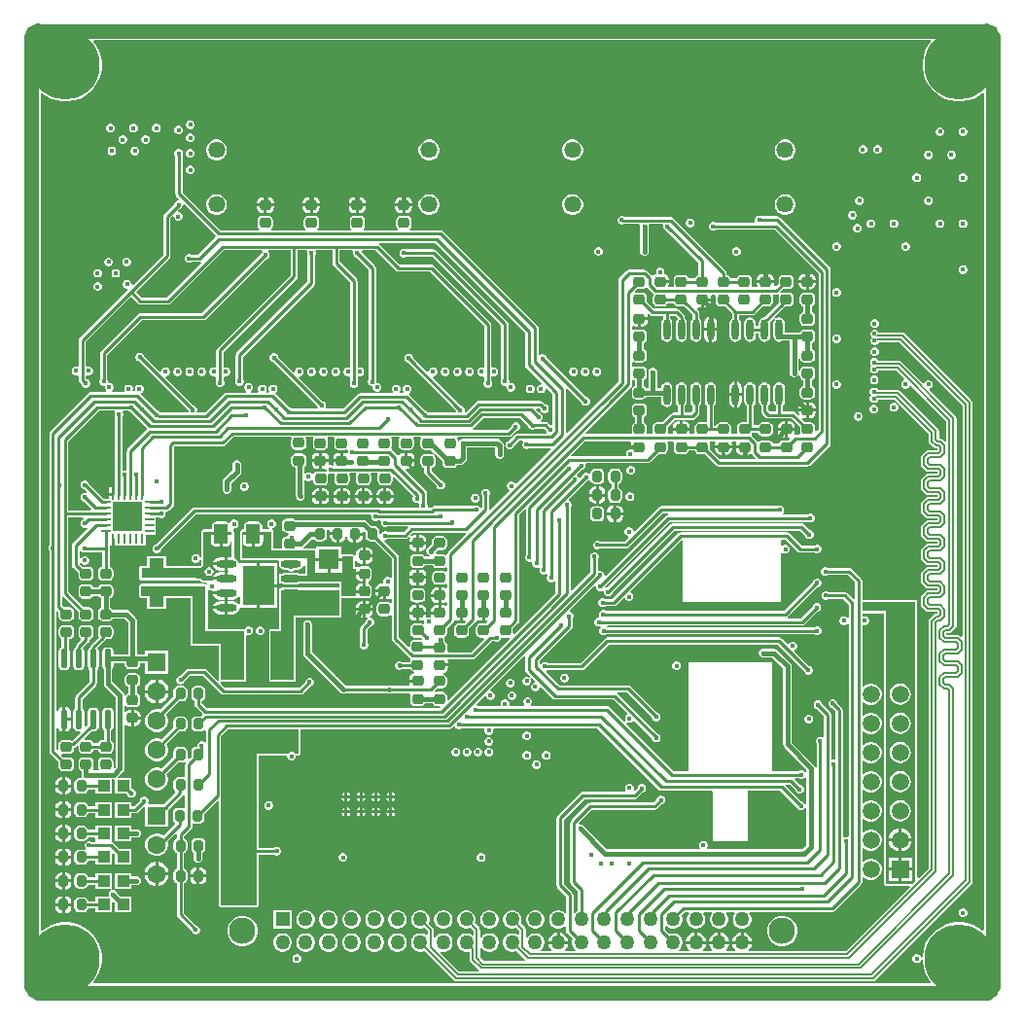
<source format=gbl>
G04*
G04 #@! TF.GenerationSoftware,Altium Limited,Altium Designer,24.1.2 (44)*
G04*
G04 Layer_Physical_Order=4*
G04 Layer_Color=16711680*
%FSLAX44Y44*%
%MOMM*%
G71*
G04*
G04 #@! TF.SameCoordinates,6F585FF1-4DE3-4077-9EA4-C48F536BE3D4*
G04*
G04*
G04 #@! TF.FilePolarity,Positive*
G04*
G01*
G75*
%ADD12C,0.2540*%
%ADD15C,0.3810*%
%ADD25C,1.2300*%
%ADD45R,1.8000X1.8000*%
G04:AMPARAMS|DCode=62|XSize=0.95mm|YSize=0.85mm|CornerRadius=0.2125mm|HoleSize=0mm|Usage=FLASHONLY|Rotation=0.000|XOffset=0mm|YOffset=0mm|HoleType=Round|Shape=RoundedRectangle|*
%AMROUNDEDRECTD62*
21,1,0.9500,0.4250,0,0,0.0*
21,1,0.5250,0.8500,0,0,0.0*
1,1,0.4250,0.2625,-0.2125*
1,1,0.4250,-0.2625,-0.2125*
1,1,0.4250,-0.2625,0.2125*
1,1,0.4250,0.2625,0.2125*
%
%ADD62ROUNDEDRECTD62*%
%ADD63O,0.6000X1.8000*%
G04:AMPARAMS|DCode=64|XSize=0.95mm|YSize=0.85mm|CornerRadius=0.2125mm|HoleSize=0mm|Usage=FLASHONLY|Rotation=90.000|XOffset=0mm|YOffset=0mm|HoleType=Round|Shape=RoundedRectangle|*
%AMROUNDEDRECTD64*
21,1,0.9500,0.4250,0,0,90.0*
21,1,0.5250,0.8500,0,0,90.0*
1,1,0.4250,0.2125,0.2625*
1,1,0.4250,0.2125,-0.2625*
1,1,0.4250,-0.2125,-0.2625*
1,1,0.4250,-0.2125,0.2625*
%
%ADD64ROUNDEDRECTD64*%
%ADD127C,0.1800*%
%ADD130C,2.3000*%
%ADD131R,1.2580X1.2580*%
%ADD132C,1.2580*%
%ADD133C,0.3000*%
%ADD136C,1.4580*%
%ADD137C,1.6000*%
%ADD138R,1.6000X1.6000*%
%ADD139C,1.0000*%
%ADD140C,6.0000*%
%ADD141C,0.4000*%
G04:AMPARAMS|DCode=146|XSize=1.64mm|YSize=0.59mm|CornerRadius=0.1475mm|HoleSize=0mm|Usage=FLASHONLY|Rotation=90.000|XOffset=0mm|YOffset=0mm|HoleType=Round|Shape=RoundedRectangle|*
%AMROUNDEDRECTD146*
21,1,1.6400,0.2950,0,0,90.0*
21,1,1.3450,0.5900,0,0,90.0*
1,1,0.2950,0.1475,0.6725*
1,1,0.2950,0.1475,-0.6725*
1,1,0.2950,-0.1475,-0.6725*
1,1,0.2950,-0.1475,0.6725*
%
%ADD146ROUNDEDRECTD146*%
G04:AMPARAMS|DCode=147|XSize=1.75mm|YSize=1.25mm|CornerRadius=0.2438mm|HoleSize=0mm|Usage=FLASHONLY|Rotation=270.000|XOffset=0mm|YOffset=0mm|HoleType=Round|Shape=RoundedRectangle|*
%AMROUNDEDRECTD147*
21,1,1.7500,0.7625,0,0,270.0*
21,1,1.2625,1.2500,0,0,270.0*
1,1,0.4875,-0.3813,-0.6313*
1,1,0.4875,-0.3813,0.6313*
1,1,0.4875,0.3813,0.6313*
1,1,0.4875,0.3813,-0.6313*
%
%ADD147ROUNDEDRECTD147*%
%ADD148R,2.0000X4.2000*%
%ADD149R,0.2746X0.8048*%
%ADD150R,0.8048X0.2746*%
%ADD151R,2.6500X2.6500*%
%ADD152R,1.3000X1.1500*%
%ADD153O,1.8000X0.6000*%
%ADD154R,2.7178X3.4036*%
%ADD155R,1.1000X1.0000*%
%ADD156R,5.3760X0.8787*%
%ADD157C,1.5000*%
%ADD158R,1.5000X1.5000*%
G36*
X837997Y837997D02*
X837984Y830638D01*
X837837D01*
X830440Y838035D01*
X837959D01*
X837997Y837997D01*
D02*
G37*
G36*
X19362Y837984D02*
Y837837D01*
X11965Y830440D01*
Y837959D01*
X12003Y837997D01*
X19362Y837984D01*
D02*
G37*
G36*
X789061Y835651D02*
X789526Y834381D01*
X786819Y830656D01*
X784548Y826199D01*
X783002Y821442D01*
X782220Y816501D01*
Y811499D01*
X783002Y806558D01*
X784548Y801801D01*
X786819Y797344D01*
X789760Y793297D01*
X793297Y789760D01*
X797344Y786819D01*
X801801Y784548D01*
X806558Y783002D01*
X811499Y782220D01*
X816501D01*
X821442Y783002D01*
X826199Y784548D01*
X830656Y786819D01*
X834387Y789530D01*
X835657Y789071D01*
X835657Y60929D01*
X834387Y60470D01*
X830656Y63181D01*
X826199Y65452D01*
X821442Y66997D01*
X816501Y67780D01*
X811499D01*
X806558Y66997D01*
X801801Y65452D01*
X797344Y63181D01*
X793297Y60240D01*
X789760Y56703D01*
X786819Y52656D01*
X784548Y48199D01*
X783002Y43442D01*
X782220Y38501D01*
Y37068D01*
X780950Y36815D01*
X780491Y37923D01*
X779428Y38987D01*
X778038Y39562D01*
X776535D01*
X775145Y38987D01*
X774082Y37923D01*
X773506Y36534D01*
Y35030D01*
X774082Y33641D01*
X775145Y32578D01*
X776535Y32002D01*
X778038D01*
X779428Y32578D01*
X780491Y33641D01*
X780950Y34749D01*
X782220Y34496D01*
Y33499D01*
X783002Y28558D01*
X784548Y23801D01*
X786819Y19344D01*
X789526Y15619D01*
X789061Y14349D01*
X60939Y14349D01*
X60474Y15619D01*
X63181Y19344D01*
X65452Y23801D01*
X66997Y28558D01*
X67780Y33499D01*
Y38501D01*
X66997Y43442D01*
X65452Y48199D01*
X63181Y52656D01*
X60240Y56703D01*
X56703Y60240D01*
X52656Y63181D01*
X48199Y65452D01*
X43442Y66997D01*
X38501Y67780D01*
X33499D01*
X28558Y66997D01*
X23801Y65452D01*
X19344Y63181D01*
X15625Y60479D01*
X14355Y60949D01*
X14355Y789051D01*
X15625Y789521D01*
X19344Y786819D01*
X23801Y784548D01*
X28558Y783002D01*
X33499Y782220D01*
X38501D01*
X43442Y783002D01*
X48199Y784548D01*
X52656Y786819D01*
X56703Y789760D01*
X60240Y793297D01*
X63181Y797344D01*
X65452Y801801D01*
X66997Y806558D01*
X67780Y811499D01*
Y816501D01*
X66997Y821442D01*
X65452Y826199D01*
X63181Y830656D01*
X60474Y834381D01*
X60939Y835651D01*
X789061Y835651D01*
D02*
G37*
G36*
X838035Y12041D02*
X837997Y12003D01*
X830638Y12016D01*
Y12163D01*
X838035Y19560D01*
Y12041D01*
D02*
G37*
G36*
X19560Y11965D02*
X12041D01*
X12003Y12003D01*
X12016Y19362D01*
X12163D01*
X19560Y11965D01*
D02*
G37*
%LPC*%
G36*
X145399Y765780D02*
X143895D01*
X142506Y765204D01*
X141443Y764141D01*
X140867Y762752D01*
Y761248D01*
X141443Y759859D01*
X142506Y758795D01*
X143895Y758220D01*
X145399D01*
X146788Y758795D01*
X147852Y759859D01*
X148427Y761248D01*
Y762752D01*
X147852Y764141D01*
X146788Y765204D01*
X145399Y765780D01*
D02*
G37*
G36*
X115899Y762598D02*
X114395D01*
X113006Y762022D01*
X111942Y760959D01*
X111367Y759569D01*
Y758066D01*
X111942Y756676D01*
X113006Y755613D01*
X114395Y755038D01*
X115899D01*
X117288Y755613D01*
X118351Y756676D01*
X118927Y758066D01*
Y759569D01*
X118351Y760959D01*
X117288Y762022D01*
X115899Y762598D01*
D02*
G37*
G36*
X95899D02*
X94395D01*
X93006Y762022D01*
X91942Y760959D01*
X91367Y759569D01*
Y758066D01*
X91942Y756676D01*
X93006Y755613D01*
X94395Y755038D01*
X95899D01*
X97288Y755613D01*
X98351Y756676D01*
X98927Y758066D01*
Y759569D01*
X98351Y760959D01*
X97288Y762022D01*
X95899Y762598D01*
D02*
G37*
G36*
X75899D02*
X74395D01*
X73005Y762022D01*
X71942Y760959D01*
X71367Y759569D01*
Y758066D01*
X71942Y756676D01*
X73005Y755613D01*
X74395Y755038D01*
X75899D01*
X77288Y755613D01*
X78351Y756676D01*
X78927Y758066D01*
Y759569D01*
X78351Y760959D01*
X77288Y762022D01*
X75899Y762598D01*
D02*
G37*
G36*
X135195Y761081D02*
X133691D01*
X132302Y760506D01*
X131239Y759442D01*
X130663Y758053D01*
Y756549D01*
X131239Y755160D01*
X132302Y754097D01*
X133691Y753521D01*
X135195D01*
X136585Y754097D01*
X137648Y755160D01*
X138223Y756549D01*
Y758053D01*
X137648Y759442D01*
X136585Y760506D01*
X135195Y761081D01*
D02*
G37*
G36*
X818038Y759563D02*
X816535D01*
X815145Y758987D01*
X814082Y757924D01*
X813506Y756534D01*
Y755031D01*
X814082Y753641D01*
X815145Y752578D01*
X816535Y752002D01*
X818038D01*
X819428Y752578D01*
X820491Y753641D01*
X821067Y755031D01*
Y756534D01*
X820491Y757924D01*
X819428Y758987D01*
X818038Y759563D01*
D02*
G37*
G36*
X798038D02*
X796535D01*
X795145Y758987D01*
X794082Y757924D01*
X793506Y756534D01*
Y755031D01*
X794082Y753641D01*
X795145Y752578D01*
X796535Y752002D01*
X798038D01*
X799428Y752578D01*
X800491Y753641D01*
X801067Y755031D01*
Y756534D01*
X800491Y757924D01*
X799428Y758987D01*
X798038Y759563D01*
D02*
G37*
G36*
X145399Y754350D02*
X143895D01*
X142506Y753774D01*
X141443Y752711D01*
X140867Y751322D01*
Y749818D01*
X141443Y748429D01*
X142506Y747365D01*
X143895Y746790D01*
X145399D01*
X146788Y747365D01*
X147852Y748429D01*
X148427Y749818D01*
Y751322D01*
X147852Y752711D01*
X146788Y753774D01*
X145399Y754350D01*
D02*
G37*
G36*
X106496Y752728D02*
X104992D01*
X103603Y752152D01*
X102539Y751089D01*
X101964Y749699D01*
Y748196D01*
X102539Y746806D01*
X103603Y745743D01*
X104992Y745168D01*
X106496D01*
X107885Y745743D01*
X108948Y746806D01*
X109524Y748196D01*
Y749699D01*
X108948Y751089D01*
X107885Y752152D01*
X106496Y752728D01*
D02*
G37*
G36*
X86496D02*
X84992D01*
X83602Y752152D01*
X82539Y751089D01*
X81964Y749699D01*
Y748196D01*
X82539Y746806D01*
X83602Y745743D01*
X84992Y745168D01*
X86496D01*
X87885Y745743D01*
X88948Y746806D01*
X89524Y748196D01*
Y749699D01*
X88948Y751089D01*
X87885Y752152D01*
X86496Y752728D01*
D02*
G37*
G36*
X743702Y744190D02*
X742198D01*
X740809Y743615D01*
X739745Y742551D01*
X739170Y741162D01*
Y739658D01*
X739745Y738269D01*
X740809Y737206D01*
X742198Y736630D01*
X743702D01*
X745091Y737206D01*
X746154Y738269D01*
X746730Y739658D01*
Y741162D01*
X746154Y742551D01*
X745091Y743615D01*
X743702Y744190D01*
D02*
G37*
G36*
X731002D02*
X729498D01*
X728109Y743615D01*
X727046Y742551D01*
X726470Y741162D01*
Y739658D01*
X727046Y738269D01*
X728109Y737206D01*
X729498Y736630D01*
X731002D01*
X732391Y737206D01*
X733455Y738269D01*
X734030Y739658D01*
Y741162D01*
X733455Y742551D01*
X732391Y743615D01*
X731002Y744190D01*
D02*
G37*
G36*
X97093Y742858D02*
X95589D01*
X94199Y742282D01*
X93136Y741219D01*
X92561Y739830D01*
Y738326D01*
X93136Y736937D01*
X94199Y735873D01*
X95589Y735298D01*
X97093D01*
X98482Y735873D01*
X99545Y736937D01*
X100121Y738326D01*
Y739830D01*
X99545Y741219D01*
X98482Y742282D01*
X97093Y742858D01*
D02*
G37*
G36*
X77092D02*
X75589D01*
X74199Y742282D01*
X73136Y741219D01*
X72561Y739830D01*
Y738326D01*
X73136Y736937D01*
X74199Y735873D01*
X75589Y735298D01*
X77092D01*
X78482Y735873D01*
X79545Y736937D01*
X80121Y738326D01*
Y739830D01*
X79545Y741219D01*
X78482Y742282D01*
X77092Y742858D01*
D02*
G37*
G36*
X145399Y740733D02*
X143895D01*
X142506Y740157D01*
X141443Y739094D01*
X140867Y737704D01*
Y736201D01*
X141443Y734811D01*
X142506Y733748D01*
X143895Y733173D01*
X145399D01*
X146788Y733748D01*
X147852Y734811D01*
X148427Y736201D01*
Y737704D01*
X147852Y739094D01*
X146788Y740157D01*
X145399Y740733D01*
D02*
G37*
G36*
X808038Y739563D02*
X806535D01*
X805145Y738987D01*
X804082Y737924D01*
X803506Y736534D01*
Y735031D01*
X804082Y733641D01*
X805145Y732578D01*
X806535Y732002D01*
X808038D01*
X809428Y732578D01*
X810491Y733641D01*
X811067Y735031D01*
Y736534D01*
X810491Y737924D01*
X809428Y738987D01*
X808038Y739563D01*
D02*
G37*
G36*
X788038D02*
X786535D01*
X785145Y738987D01*
X784082Y737924D01*
X783506Y736534D01*
Y735031D01*
X784082Y733641D01*
X785145Y732578D01*
X786535Y732002D01*
X788038D01*
X789428Y732578D01*
X790491Y733641D01*
X791067Y735031D01*
Y736534D01*
X790491Y737924D01*
X789428Y738987D01*
X788038Y739563D01*
D02*
G37*
G36*
X663694Y749070D02*
X661306D01*
X658999Y748452D01*
X656931Y747258D01*
X655242Y745569D01*
X654048Y743501D01*
X653430Y741194D01*
Y738806D01*
X654048Y736499D01*
X655242Y734431D01*
X656931Y732742D01*
X658999Y731548D01*
X661306Y730930D01*
X663694D01*
X666001Y731548D01*
X668069Y732742D01*
X669758Y734431D01*
X670952Y736499D01*
X671570Y738806D01*
Y741194D01*
X670952Y743501D01*
X669758Y745569D01*
X668069Y747258D01*
X666001Y748452D01*
X663694Y749070D01*
D02*
G37*
G36*
X478694D02*
X476306D01*
X473999Y748452D01*
X471931Y747258D01*
X470242Y745569D01*
X469048Y743501D01*
X468430Y741194D01*
Y738806D01*
X469048Y736499D01*
X470242Y734431D01*
X471931Y732742D01*
X473999Y731548D01*
X476306Y730930D01*
X478694D01*
X481001Y731548D01*
X483069Y732742D01*
X484758Y734431D01*
X485952Y736499D01*
X486570Y738806D01*
Y741194D01*
X485952Y743501D01*
X484758Y745569D01*
X483069Y747258D01*
X481001Y748452D01*
X478694Y749070D01*
D02*
G37*
G36*
X353694D02*
X351306D01*
X348999Y748452D01*
X346931Y747258D01*
X345242Y745569D01*
X344048Y743501D01*
X343430Y741194D01*
Y738806D01*
X344048Y736499D01*
X345242Y734431D01*
X346931Y732742D01*
X348999Y731548D01*
X351306Y730930D01*
X353694D01*
X356001Y731548D01*
X358069Y732742D01*
X359758Y734431D01*
X360952Y736499D01*
X361570Y738806D01*
Y741194D01*
X360952Y743501D01*
X359758Y745569D01*
X358069Y747258D01*
X356001Y748452D01*
X353694Y749070D01*
D02*
G37*
G36*
X168694D02*
X166306D01*
X163999Y748452D01*
X161931Y747258D01*
X160242Y745569D01*
X159048Y743501D01*
X158430Y741194D01*
Y738806D01*
X159048Y736499D01*
X160242Y734431D01*
X161931Y732742D01*
X163999Y731548D01*
X166306Y730930D01*
X168694D01*
X171001Y731548D01*
X173069Y732742D01*
X174758Y734431D01*
X175952Y736499D01*
X176570Y738806D01*
Y741194D01*
X175952Y743501D01*
X174758Y745569D01*
X173069Y747258D01*
X171001Y748452D01*
X168694Y749070D01*
D02*
G37*
G36*
X145399Y726410D02*
X143895D01*
X142506Y725835D01*
X141443Y724771D01*
X140867Y723382D01*
Y721878D01*
X141443Y720489D01*
X142506Y719426D01*
X143895Y718850D01*
X145399D01*
X146788Y719426D01*
X147852Y720489D01*
X148427Y721878D01*
Y723382D01*
X147852Y724771D01*
X146788Y725835D01*
X145399Y726410D01*
D02*
G37*
G36*
X818038Y719563D02*
X816535D01*
X815145Y718987D01*
X814082Y717924D01*
X813506Y716534D01*
Y715031D01*
X814082Y713641D01*
X815145Y712578D01*
X816535Y712002D01*
X818038D01*
X819428Y712578D01*
X820491Y713641D01*
X821067Y715031D01*
Y716534D01*
X820491Y717924D01*
X819428Y718987D01*
X818038Y719563D01*
D02*
G37*
G36*
X778038D02*
X776535D01*
X775145Y718987D01*
X774082Y717924D01*
X773506Y716534D01*
Y715031D01*
X774082Y713641D01*
X775145Y712578D01*
X776535Y712002D01*
X778038D01*
X779428Y712578D01*
X780491Y713641D01*
X781067Y715031D01*
Y716534D01*
X780491Y717924D01*
X779428Y718987D01*
X778038Y719563D01*
D02*
G37*
G36*
X333079Y698791D02*
X331724D01*
Y693180D01*
X337835D01*
Y694035D01*
X337473Y695855D01*
X336442Y697398D01*
X334899Y698429D01*
X333079Y698791D01*
D02*
G37*
G36*
X292625D02*
X291270D01*
Y693180D01*
X297381D01*
Y694035D01*
X297019Y695855D01*
X295988Y697398D01*
X294445Y698429D01*
X292625Y698791D01*
D02*
G37*
G36*
X252625D02*
X251270D01*
Y693180D01*
X257381D01*
Y694035D01*
X257019Y695855D01*
X255988Y697398D01*
X254445Y698429D01*
X252625Y698791D01*
D02*
G37*
G36*
X212625D02*
X211270D01*
Y693180D01*
X217381D01*
Y694035D01*
X217019Y695855D01*
X215988Y697398D01*
X214445Y698429D01*
X212625Y698791D01*
D02*
G37*
G36*
X288730D02*
X287375D01*
X285555Y698429D01*
X284012Y697398D01*
X282981Y695855D01*
X282619Y694035D01*
Y693180D01*
X288730D01*
Y698791D01*
D02*
G37*
G36*
X329184D02*
X327829D01*
X326009Y698429D01*
X324466Y697398D01*
X323435Y695855D01*
X323073Y694035D01*
Y693180D01*
X329184D01*
Y698791D01*
D02*
G37*
G36*
X208730D02*
X207375D01*
X205555Y698429D01*
X204012Y697398D01*
X202981Y695855D01*
X202619Y694035D01*
Y693180D01*
X208730D01*
Y698791D01*
D02*
G37*
G36*
X248730D02*
X247375D01*
X245555Y698429D01*
X244012Y697398D01*
X242981Y695855D01*
X242619Y694035D01*
Y693180D01*
X248730D01*
Y698791D01*
D02*
G37*
G36*
X788038Y699563D02*
X786535D01*
X785145Y698987D01*
X784082Y697924D01*
X783506Y696534D01*
Y695031D01*
X784082Y693641D01*
X785145Y692578D01*
X786535Y692002D01*
X788038D01*
X789428Y692578D01*
X790491Y693641D01*
X791067Y695031D01*
Y696534D01*
X790491Y697924D01*
X789428Y698987D01*
X788038Y699563D01*
D02*
G37*
G36*
X728038D02*
X726535D01*
X725145Y698987D01*
X724082Y697924D01*
X723506Y696534D01*
Y695031D01*
X724082Y693641D01*
X725145Y692578D01*
X726535Y692002D01*
X728038D01*
X729428Y692578D01*
X730491Y693641D01*
X731067Y695031D01*
Y696534D01*
X730491Y697924D01*
X729428Y698987D01*
X728038Y699563D01*
D02*
G37*
G36*
X337835Y690640D02*
X331724D01*
Y685028D01*
X333079D01*
X334899Y685390D01*
X336442Y686422D01*
X337473Y687965D01*
X337835Y689785D01*
Y690640D01*
D02*
G37*
G36*
X329184D02*
X323073D01*
Y689785D01*
X323435Y687965D01*
X324466Y686422D01*
X326009Y685390D01*
X327829Y685028D01*
X329184D01*
Y690640D01*
D02*
G37*
G36*
X297381D02*
X291270D01*
Y685028D01*
X292625D01*
X294445Y685390D01*
X295988Y686422D01*
X297019Y687965D01*
X297381Y689785D01*
Y690640D01*
D02*
G37*
G36*
X288730D02*
X282619D01*
Y689785D01*
X282981Y687965D01*
X284012Y686422D01*
X285555Y685390D01*
X287375Y685028D01*
X288730D01*
Y690640D01*
D02*
G37*
G36*
X257381D02*
X251270D01*
Y685028D01*
X252625D01*
X254445Y685390D01*
X255988Y686422D01*
X257019Y687965D01*
X257381Y689785D01*
Y690640D01*
D02*
G37*
G36*
X248730D02*
X242619D01*
Y689785D01*
X242981Y687965D01*
X244012Y686422D01*
X245555Y685390D01*
X247375Y685028D01*
X248730D01*
Y690640D01*
D02*
G37*
G36*
X217381D02*
X211270D01*
Y685028D01*
X212625D01*
X214445Y685390D01*
X215988Y686422D01*
X217019Y687965D01*
X217381Y689785D01*
Y690640D01*
D02*
G37*
G36*
X208730D02*
X202619D01*
Y689785D01*
X202981Y687965D01*
X204012Y686422D01*
X205555Y685390D01*
X207375Y685028D01*
X208730D01*
Y690640D01*
D02*
G37*
G36*
X663694Y701570D02*
X661306D01*
X658999Y700952D01*
X656931Y699758D01*
X655242Y698069D01*
X654048Y696001D01*
X653430Y693694D01*
Y691306D01*
X654048Y688999D01*
X655242Y686931D01*
X656931Y685242D01*
X658999Y684048D01*
X661306Y683430D01*
X663694D01*
X666001Y684048D01*
X668069Y685242D01*
X669758Y686931D01*
X670952Y688999D01*
X671570Y691306D01*
Y693694D01*
X670952Y696001D01*
X669758Y698069D01*
X668069Y699758D01*
X666001Y700952D01*
X663694Y701570D01*
D02*
G37*
G36*
X478694D02*
X476306D01*
X473999Y700952D01*
X471931Y699758D01*
X470242Y698069D01*
X469048Y696001D01*
X468430Y693694D01*
Y691306D01*
X469048Y688999D01*
X470242Y686931D01*
X471931Y685242D01*
X473999Y684048D01*
X476306Y683430D01*
X478694D01*
X481001Y684048D01*
X483069Y685242D01*
X484758Y686931D01*
X485952Y688999D01*
X486570Y691306D01*
Y693694D01*
X485952Y696001D01*
X484758Y698069D01*
X483069Y699758D01*
X481001Y700952D01*
X478694Y701570D01*
D02*
G37*
G36*
X353694D02*
X351306D01*
X348999Y700952D01*
X346931Y699758D01*
X345242Y698069D01*
X344048Y696001D01*
X343430Y693694D01*
Y691306D01*
X344048Y688999D01*
X345242Y686931D01*
X346931Y685242D01*
X348999Y684048D01*
X351306Y683430D01*
X353694D01*
X356001Y684048D01*
X358069Y685242D01*
X359758Y686931D01*
X360952Y688999D01*
X361570Y691306D01*
Y693694D01*
X360952Y696001D01*
X359758Y698069D01*
X358069Y699758D01*
X356001Y700952D01*
X353694Y701570D01*
D02*
G37*
G36*
X168694D02*
X166306D01*
X163999Y700952D01*
X161931Y699758D01*
X160242Y698069D01*
X159048Y696001D01*
X158430Y693694D01*
Y691306D01*
X159048Y688999D01*
X160242Y686931D01*
X161931Y685242D01*
X163999Y684048D01*
X166306Y683430D01*
X168694D01*
X171001Y684048D01*
X173069Y685242D01*
X174758Y686931D01*
X175952Y688999D01*
X176570Y691306D01*
Y693694D01*
X175952Y696001D01*
X174758Y698069D01*
X173069Y699758D01*
X171001Y700952D01*
X168694Y701570D01*
D02*
G37*
G36*
X721934Y687001D02*
X720430D01*
X719041Y686426D01*
X717977Y685363D01*
X717402Y683973D01*
Y682470D01*
X717977Y681080D01*
X719041Y680017D01*
X720430Y679441D01*
X721934D01*
X723323Y680017D01*
X724386Y681080D01*
X724962Y682470D01*
Y683973D01*
X724386Y685363D01*
X723323Y686426D01*
X721934Y687001D01*
D02*
G37*
G36*
X580752Y680280D02*
X579248D01*
X577859Y679705D01*
X576796Y678641D01*
X576220Y677252D01*
Y675748D01*
X576796Y674359D01*
X577859Y673296D01*
X579248Y672720D01*
X580752D01*
X582141Y673296D01*
X583204Y674359D01*
X583780Y675748D01*
Y677252D01*
X583204Y678641D01*
X582141Y679705D01*
X580752Y680280D01*
D02*
G37*
G36*
X818038Y679562D02*
X816535D01*
X815145Y678987D01*
X814082Y677924D01*
X813506Y676534D01*
Y675031D01*
X814082Y673641D01*
X815145Y672578D01*
X816535Y672002D01*
X818038D01*
X819428Y672578D01*
X820491Y673641D01*
X821067Y675031D01*
Y676534D01*
X820491Y677924D01*
X819428Y678987D01*
X818038Y679562D01*
D02*
G37*
G36*
X798038D02*
X796535D01*
X795145Y678987D01*
X794082Y677924D01*
X793506Y676534D01*
Y675031D01*
X794082Y673641D01*
X795145Y672578D01*
X796535Y672002D01*
X798038D01*
X799428Y672578D01*
X800491Y673641D01*
X801067Y675031D01*
Y676534D01*
X800491Y677924D01*
X799428Y678987D01*
X798038Y679562D01*
D02*
G37*
G36*
X758038D02*
X756535D01*
X755145Y678987D01*
X754082Y677924D01*
X753506Y676534D01*
Y675031D01*
X754082Y673641D01*
X755145Y672578D01*
X756535Y672002D01*
X758038D01*
X759428Y672578D01*
X760491Y673641D01*
X761067Y675031D01*
Y676534D01*
X760491Y677924D01*
X759428Y678987D01*
X758038Y679562D01*
D02*
G37*
G36*
X738038D02*
X736535D01*
X735145Y678987D01*
X734082Y677924D01*
X733506Y676534D01*
Y675031D01*
X734082Y673641D01*
X735145Y672578D01*
X736535Y672002D01*
X738038D01*
X739428Y672578D01*
X740491Y673641D01*
X741067Y675031D01*
Y676534D01*
X740491Y677924D01*
X739428Y678987D01*
X738038Y679562D01*
D02*
G37*
G36*
X726176Y675356D02*
X724672D01*
X723283Y674781D01*
X722219Y673717D01*
X721644Y672328D01*
Y670824D01*
X722219Y669435D01*
X723283Y668372D01*
X724672Y667796D01*
X726176D01*
X727565Y668372D01*
X728628Y669435D01*
X729204Y670824D01*
Y672328D01*
X728628Y673717D01*
X727565Y674781D01*
X726176Y675356D01*
D02*
G37*
G36*
X768038Y659562D02*
X766535D01*
X765145Y658987D01*
X764082Y657924D01*
X763506Y656534D01*
Y655031D01*
X764082Y653641D01*
X765145Y652578D01*
X766535Y652002D01*
X768038D01*
X769428Y652578D01*
X770491Y653641D01*
X771067Y655031D01*
Y656534D01*
X770491Y657924D01*
X769428Y658987D01*
X768038Y659562D01*
D02*
G37*
G36*
X708038D02*
X706535D01*
X705145Y658987D01*
X704082Y657924D01*
X703506Y656534D01*
Y655031D01*
X704082Y653641D01*
X705145Y652578D01*
X706535Y652002D01*
X708038D01*
X709428Y652578D01*
X710491Y653641D01*
X711067Y655031D01*
Y656534D01*
X710491Y657924D01*
X709428Y658987D01*
X708038Y659562D01*
D02*
G37*
G36*
X620752Y655280D02*
X619248D01*
X617859Y654705D01*
X616796Y653641D01*
X616220Y652252D01*
Y650748D01*
X616796Y649359D01*
X617859Y648296D01*
X619248Y647720D01*
X620752D01*
X622141Y648296D01*
X623204Y649359D01*
X623780Y650748D01*
Y652252D01*
X623204Y653641D01*
X622141Y654705D01*
X620752Y655280D01*
D02*
G37*
G36*
X500752D02*
X499248D01*
X497859Y654705D01*
X496796Y653641D01*
X496220Y652252D01*
Y650748D01*
X496796Y649359D01*
X497859Y648296D01*
X499248Y647720D01*
X500752D01*
X502141Y648296D01*
X503204Y649359D01*
X503780Y650748D01*
Y652252D01*
X503204Y653641D01*
X502141Y654705D01*
X500752Y655280D01*
D02*
G37*
G36*
X74176Y646228D02*
X72672D01*
X71283Y645652D01*
X70219Y644589D01*
X69644Y643199D01*
Y641696D01*
X70219Y640306D01*
X71283Y639243D01*
X72672Y638668D01*
X74176D01*
X75565Y639243D01*
X76628Y640306D01*
X77204Y641696D01*
Y643199D01*
X76628Y644589D01*
X75565Y645652D01*
X74176Y646228D01*
D02*
G37*
G36*
X89854Y646220D02*
X88350D01*
X86961Y645644D01*
X85898Y644581D01*
X85322Y643192D01*
Y641688D01*
X85898Y640298D01*
X86961Y639235D01*
X88350Y638660D01*
X89854D01*
X91243Y639235D01*
X92307Y640298D01*
X92882Y641688D01*
Y643192D01*
X92307Y644581D01*
X91243Y645644D01*
X89854Y646220D01*
D02*
G37*
G36*
X818038Y639562D02*
X816535D01*
X815145Y638987D01*
X814082Y637924D01*
X813506Y636534D01*
Y635031D01*
X814082Y633641D01*
X815145Y632578D01*
X816535Y632002D01*
X818038D01*
X819428Y632578D01*
X820491Y633641D01*
X821067Y635031D01*
Y636534D01*
X820491Y637924D01*
X819428Y638987D01*
X818038Y639562D01*
D02*
G37*
G36*
X64773Y636358D02*
X63269D01*
X61880Y635782D01*
X60816Y634719D01*
X60241Y633330D01*
Y631826D01*
X60816Y630437D01*
X61880Y629373D01*
X63269Y628798D01*
X64773D01*
X66162Y629373D01*
X67225Y630437D01*
X67801Y631826D01*
Y633330D01*
X67225Y634719D01*
X66162Y635782D01*
X64773Y636358D01*
D02*
G37*
G36*
X80451Y636350D02*
X78947D01*
X77558Y635774D01*
X76495Y634711D01*
X75919Y633322D01*
Y631818D01*
X76495Y630429D01*
X77558Y629365D01*
X78947Y628790D01*
X80451D01*
X81840Y629365D01*
X82904Y630429D01*
X83479Y631818D01*
Y633322D01*
X82904Y634711D01*
X81840Y635774D01*
X80451Y636350D01*
D02*
G37*
G36*
X684484Y632047D02*
X683129D01*
Y626436D01*
X689241D01*
Y627291D01*
X688879Y629111D01*
X687848Y630654D01*
X686305Y631685D01*
X684484Y632047D01*
D02*
G37*
G36*
X647906D02*
X646551D01*
Y626436D01*
X652662D01*
Y627291D01*
X652300Y629111D01*
X651269Y630654D01*
X649726Y631685D01*
X647906Y632047D01*
D02*
G37*
G36*
X644010D02*
X642656D01*
X640835Y631685D01*
X639292Y630654D01*
X638261Y629111D01*
X637899Y627291D01*
Y626436D01*
X644010D01*
Y632047D01*
D02*
G37*
G36*
X680589D02*
X679234D01*
X677414Y631685D01*
X675871Y630654D01*
X674840Y629111D01*
X674478Y627291D01*
Y626436D01*
X680589D01*
Y632047D01*
D02*
G37*
G36*
X689241Y623896D02*
X683129D01*
Y618285D01*
X684484D01*
X686305Y618647D01*
X687848Y619678D01*
X688879Y621221D01*
X689241Y623041D01*
Y623896D01*
D02*
G37*
G36*
X680589D02*
X674478D01*
Y623041D01*
X674840Y621221D01*
X675871Y619678D01*
X677414Y618647D01*
X679234Y618285D01*
X680589D01*
Y623896D01*
D02*
G37*
G36*
X64773Y624818D02*
X63269D01*
X61880Y624242D01*
X60816Y623179D01*
X60241Y621790D01*
Y620286D01*
X60816Y618896D01*
X61880Y617833D01*
X63269Y617258D01*
X64773D01*
X66162Y617833D01*
X67225Y618896D01*
X67801Y620286D01*
Y621790D01*
X67225Y623179D01*
X66162Y624242D01*
X64773Y624818D01*
D02*
G37*
G36*
X708038Y619562D02*
X706535D01*
X705145Y618987D01*
X704082Y617924D01*
X703506Y616534D01*
Y615031D01*
X704082Y613641D01*
X705145Y612578D01*
X706535Y612002D01*
X708038D01*
X709428Y612578D01*
X710491Y613641D01*
X711067Y615031D01*
Y616534D01*
X710491Y617924D01*
X709428Y618987D01*
X708038Y619562D01*
D02*
G37*
G36*
X597669Y608396D02*
X591557D01*
Y602785D01*
X592912D01*
X594732Y603147D01*
X596275Y604178D01*
X597307Y605721D01*
X597669Y607541D01*
Y608396D01*
D02*
G37*
G36*
X684484Y615773D02*
X679234D01*
X677711Y615469D01*
X676419Y614606D01*
X675556Y613315D01*
X675253Y611791D01*
Y607541D01*
X675556Y606017D01*
X676419Y604726D01*
X677711Y603862D01*
X678102Y603785D01*
Y598931D01*
X677711Y598853D01*
X676419Y597990D01*
X675556Y596698D01*
X675253Y595174D01*
Y590924D01*
X675556Y589401D01*
X676419Y588109D01*
X677711Y587246D01*
X679234Y586943D01*
X684484D01*
X686008Y587246D01*
X687300Y588109D01*
X688163Y589401D01*
X688466Y590924D01*
Y595174D01*
X688163Y596698D01*
X687300Y597990D01*
X686008Y598853D01*
X685617Y598931D01*
Y603785D01*
X686008Y603862D01*
X687300Y604726D01*
X688163Y606017D01*
X688466Y607541D01*
Y611791D01*
X688163Y613315D01*
X687300Y614606D01*
X686008Y615469D01*
X684484Y615773D01*
D02*
G37*
G36*
X542925Y591780D02*
X536814D01*
Y586168D01*
X538169D01*
X539989Y586530D01*
X541532Y587561D01*
X542563Y589104D01*
X542925Y590924D01*
Y591780D01*
D02*
G37*
G36*
X741249Y592552D02*
X739745D01*
X738356Y591977D01*
X737293Y590913D01*
X736717Y589524D01*
Y588020D01*
X737293Y586631D01*
X738356Y585568D01*
X739745Y584992D01*
X741249D01*
X742638Y585568D01*
X743702Y586631D01*
X744277Y588020D01*
Y589524D01*
X743702Y590913D01*
X742638Y591977D01*
X741249Y592552D01*
D02*
G37*
G36*
X598913Y594927D02*
Y584801D01*
X603292D01*
Y589531D01*
X602862Y591693D01*
X601638Y593525D01*
X599805Y594750D01*
X598913Y594927D01*
D02*
G37*
G36*
X596373D02*
X595482Y594750D01*
X593649Y593525D01*
X592425Y591693D01*
X591995Y589531D01*
Y584801D01*
X596373D01*
Y594927D01*
D02*
G37*
G36*
X603292Y582261D02*
X598913D01*
Y572135D01*
X599805Y572313D01*
X601638Y573537D01*
X602862Y575369D01*
X603292Y577531D01*
Y582261D01*
D02*
G37*
G36*
X596373D02*
X591995D01*
Y577531D01*
X592425Y575369D01*
X593649Y573537D01*
X595482Y572313D01*
X596373Y572135D01*
Y582261D01*
D02*
G37*
G36*
X708038Y579562D02*
X706535D01*
X705145Y578987D01*
X704082Y577924D01*
X703506Y576534D01*
Y575031D01*
X704082Y573641D01*
X705145Y572578D01*
X706535Y572002D01*
X708038D01*
X709428Y572578D01*
X710491Y573641D01*
X711067Y575031D01*
Y576534D01*
X710491Y577924D01*
X709428Y578987D01*
X708038Y579562D01*
D02*
G37*
G36*
X741193Y568077D02*
X739689D01*
X738300Y567501D01*
X737237Y566438D01*
X736661Y565048D01*
Y563545D01*
X737237Y562155D01*
X738300Y561092D01*
X739689Y560517D01*
X741193D01*
X742582Y561092D01*
X743646Y562155D01*
X744221Y563545D01*
Y565048D01*
X743646Y566438D01*
X742582Y567501D01*
X741193Y568077D01*
D02*
G37*
G36*
X499405Y550642D02*
X497901D01*
X496511Y550067D01*
X495448Y549003D01*
X494873Y547614D01*
Y546110D01*
X495448Y544721D01*
X496511Y543658D01*
X497901Y543082D01*
X499405D01*
X500794Y543658D01*
X501857Y544721D01*
X502433Y546110D01*
Y547614D01*
X501857Y549003D01*
X500794Y550067D01*
X499405Y550642D01*
D02*
G37*
G36*
X489236D02*
X487733D01*
X486343Y550067D01*
X485280Y549003D01*
X484704Y547614D01*
Y546110D01*
X485280Y544721D01*
X486343Y543658D01*
X487733Y543082D01*
X489236D01*
X490626Y543658D01*
X491689Y544721D01*
X492264Y546110D01*
Y547614D01*
X491689Y549003D01*
X490626Y550067D01*
X489236Y550642D01*
D02*
G37*
G36*
X479068D02*
X477564D01*
X476175Y550067D01*
X475112Y549003D01*
X474536Y547614D01*
Y546110D01*
X475112Y544721D01*
X476175Y543658D01*
X477564Y543082D01*
X479068D01*
X480457Y543658D01*
X481521Y544721D01*
X482096Y546110D01*
Y547614D01*
X481521Y549003D01*
X480457Y550067D01*
X479068Y550642D01*
D02*
G37*
G36*
X740867Y543276D02*
X739363D01*
X737974Y542701D01*
X736911Y541637D01*
X736335Y540248D01*
Y538744D01*
X736911Y537355D01*
X737974Y536292D01*
X739363Y535716D01*
X740867D01*
X742257Y536292D01*
X743320Y537355D01*
X743895Y538744D01*
Y540248D01*
X743320Y541637D01*
X742257Y542701D01*
X740867Y543276D01*
D02*
G37*
G36*
X708038Y539562D02*
X706535D01*
X705145Y538987D01*
X704082Y537924D01*
X703506Y536534D01*
Y535031D01*
X704082Y533641D01*
X705145Y532578D01*
X706535Y532002D01*
X708038D01*
X709428Y532578D01*
X710491Y533641D01*
X711067Y535031D01*
Y536534D01*
X710491Y537924D01*
X709428Y538987D01*
X708038Y539562D01*
D02*
G37*
G36*
X135427Y740733D02*
X133923D01*
X132534Y740157D01*
X131470Y739094D01*
X130895Y737704D01*
Y736201D01*
X131470Y734811D01*
X131565Y734717D01*
Y701880D01*
X131802Y700690D01*
X132476Y699681D01*
X134855Y697302D01*
X134329Y696032D01*
X133675D01*
X132286Y695457D01*
X131223Y694394D01*
X130647Y693004D01*
Y692870D01*
X122017Y684240D01*
X121343Y683231D01*
X121106Y682041D01*
Y648938D01*
X94619Y622451D01*
X93349Y622977D01*
Y623919D01*
X92774Y625308D01*
X91710Y626371D01*
X90321Y626947D01*
X88817D01*
X87428Y626371D01*
X86364Y625308D01*
X85789Y623919D01*
Y622415D01*
X86364Y621026D01*
X87428Y619962D01*
X88817Y619387D01*
X89759D01*
X90285Y618117D01*
X48574Y576407D01*
X47900Y575398D01*
X47664Y574208D01*
Y551943D01*
X46394Y551106D01*
X45768Y551365D01*
X44264D01*
X42875Y550790D01*
X41812Y549727D01*
X41236Y548337D01*
Y546834D01*
X41812Y545444D01*
X42875Y544381D01*
X44264Y543805D01*
X45768D01*
X46394Y544064D01*
X47664Y543228D01*
Y539641D01*
X47900Y538451D01*
X48574Y537442D01*
X49868Y536148D01*
Y536014D01*
X50444Y534625D01*
X51507Y533561D01*
X52896Y532986D01*
X54400D01*
X55790Y533561D01*
X56853Y534625D01*
X57428Y536014D01*
Y537518D01*
X56853Y538907D01*
X55790Y539971D01*
X54400Y540546D01*
X54266D01*
X53883Y540929D01*
Y543124D01*
X55153Y543973D01*
X55557Y543805D01*
X57061D01*
X58450Y544381D01*
X59514Y545444D01*
X60089Y546834D01*
Y548337D01*
X59514Y549727D01*
X58450Y550790D01*
X57061Y551365D01*
X55557D01*
X55153Y551198D01*
X53883Y552047D01*
Y572920D01*
X93097Y612133D01*
X99099Y606131D01*
X100107Y605457D01*
X101298Y605220D01*
X101298Y605220D01*
X125238D01*
X126428Y605457D01*
X127437Y606131D01*
X174024Y652718D01*
X206924D01*
X207450Y651448D01*
X206768Y650766D01*
X206192Y649376D01*
Y649242D01*
X154928Y597978D01*
X101091D01*
X99901Y597741D01*
X98892Y597067D01*
X67068Y565243D01*
X66394Y564234D01*
X66157Y563044D01*
Y540496D01*
X66062Y540401D01*
X65487Y539012D01*
Y537508D01*
X66062Y536119D01*
X67126Y535056D01*
X68515Y534480D01*
X69109D01*
X70093Y534152D01*
X70283Y533307D01*
Y532585D01*
X70858Y531196D01*
X71503Y530551D01*
X70977Y529281D01*
X58089D01*
X58089Y529281D01*
X56899Y529044D01*
X55890Y528370D01*
X22720Y495200D01*
X22046Y494191D01*
X21810Y493001D01*
Y395454D01*
X21691Y395335D01*
X21115Y393945D01*
Y392441D01*
X21691Y391052D01*
X21810Y390933D01*
Y221039D01*
X21800Y220993D01*
Y216157D01*
X22037Y214967D01*
X22711Y213958D01*
X30005Y206665D01*
Y202831D01*
X30308Y201307D01*
X31171Y200016D01*
X32463Y199153D01*
X33987Y198849D01*
X39237D01*
X40760Y199153D01*
X42052Y200016D01*
X42915Y201307D01*
X43218Y202831D01*
Y207081D01*
X42915Y208605D01*
X42052Y209896D01*
X40760Y210759D01*
X39237Y211063D01*
X34403D01*
X32443Y213023D01*
X32473Y213356D01*
X33842Y214378D01*
X33987Y214349D01*
X39237D01*
X40760Y214653D01*
X42052Y215516D01*
X42915Y216807D01*
X43218Y218331D01*
Y219400D01*
X43910Y219538D01*
X44919Y220212D01*
X46086Y221378D01*
X47259Y220892D01*
Y218331D01*
X47562Y216807D01*
X48425Y215516D01*
X49717Y214653D01*
X51241Y214349D01*
X56491D01*
X58014Y214653D01*
X59306Y215516D01*
X60169Y216807D01*
X60276Y217346D01*
X64709D01*
X64817Y216807D01*
X65680Y215516D01*
X66971Y214653D01*
X68495Y214349D01*
X73745D01*
X75269Y214653D01*
X76560Y215516D01*
X77423Y216807D01*
X77726Y218331D01*
Y222581D01*
X77423Y224105D01*
X76560Y225396D01*
X75781Y225917D01*
Y234529D01*
X76755Y235180D01*
X77475Y236257D01*
X77727Y237527D01*
Y250977D01*
X77475Y252247D01*
X76755Y253324D01*
X75679Y254043D01*
X74409Y254296D01*
X71459D01*
X70188Y254043D01*
X69112Y253324D01*
X68392Y252247D01*
X68140Y250977D01*
Y237527D01*
X68392Y236257D01*
X69112Y235180D01*
X69562Y234879D01*
Y226562D01*
X68495D01*
X66971Y226259D01*
X65680Y225396D01*
X64817Y224105D01*
X64709Y223566D01*
X60276D01*
X60169Y224105D01*
X59306Y225396D01*
X58014Y226259D01*
X56491Y226562D01*
X52929D01*
X52443Y227736D01*
X58916Y234208D01*
X61709D01*
X62979Y234461D01*
X64055Y235180D01*
X64775Y236257D01*
X65027Y237527D01*
Y250977D01*
X64775Y252247D01*
X64055Y253324D01*
X62979Y254043D01*
X61709Y254296D01*
X58759D01*
X57488Y254043D01*
X56412Y253324D01*
X55692Y252247D01*
X55440Y250977D01*
Y239528D01*
X53597Y237686D01*
X52327Y238212D01*
Y250977D01*
X52075Y252247D01*
X51355Y253324D01*
X50643Y253799D01*
Y261835D01*
X62432Y273624D01*
X63107Y274633D01*
X63343Y275823D01*
Y287404D01*
X64055Y287880D01*
X64775Y288957D01*
X65027Y290227D01*
Y303677D01*
X64775Y304947D01*
X64055Y306024D01*
X64024Y306340D01*
X70498Y312814D01*
X71173Y313823D01*
X71238Y314149D01*
X73745D01*
X75269Y314452D01*
X76560Y315316D01*
X77423Y316607D01*
X77726Y318131D01*
Y322381D01*
X77423Y323905D01*
X76560Y325196D01*
X75269Y326059D01*
X73745Y326362D01*
X68495D01*
X66971Y326059D01*
X65680Y325196D01*
X64817Y323905D01*
X64514Y322381D01*
Y318131D01*
X64817Y316607D01*
X65089Y316200D01*
X58334Y309445D01*
X57660Y308437D01*
X57423Y307247D01*
Y306700D01*
X56412Y306024D01*
X55692Y304947D01*
X55440Y303677D01*
Y290227D01*
X55692Y288957D01*
X56412Y287880D01*
X57124Y287404D01*
Y277111D01*
X45335Y265322D01*
X44661Y264313D01*
X44424Y263123D01*
Y253799D01*
X43712Y253324D01*
X42992Y252247D01*
X42740Y250977D01*
Y237527D01*
X42992Y236257D01*
X43712Y235180D01*
X44788Y234461D01*
X46059Y234208D01*
X48324D01*
X48850Y232938D01*
X41606Y225694D01*
X40760Y226259D01*
X39237Y226562D01*
X33987D01*
X32463Y226259D01*
X31171Y225396D01*
X30308Y224105D01*
X30005Y222581D01*
Y218331D01*
X30034Y218186D01*
X29020Y216829D01*
X28020Y217766D01*
Y220955D01*
X28029Y221002D01*
Y237230D01*
X29299Y237355D01*
X29576Y235960D01*
X30464Y234632D01*
X31792Y233745D01*
X33359Y233433D01*
X33564D01*
Y244252D01*
Y255071D01*
X33359D01*
X31792Y254759D01*
X30464Y253872D01*
X29576Y252544D01*
X29299Y251149D01*
X28029Y251274D01*
Y337911D01*
X29170Y338403D01*
X30005Y337721D01*
Y333631D01*
X30308Y332107D01*
X31171Y330816D01*
X32463Y329953D01*
X33987Y329649D01*
X39237D01*
X40760Y329953D01*
X42052Y330816D01*
X42915Y332107D01*
X43218Y333631D01*
Y337881D01*
X42915Y339405D01*
X42052Y340696D01*
X40760Y341559D01*
X39237Y341862D01*
X34713D01*
X33055Y343521D01*
Y350328D01*
X34325Y350854D01*
X47266Y337913D01*
X47259Y337881D01*
Y333631D01*
X47562Y332107D01*
X48425Y330816D01*
X49717Y329953D01*
X51241Y329649D01*
X56491D01*
X58014Y329953D01*
X59306Y330816D01*
X60169Y332107D01*
X60472Y333631D01*
Y337881D01*
X60169Y339405D01*
X59306Y340696D01*
X58014Y341559D01*
X56491Y341862D01*
X52112D01*
X38430Y355545D01*
Y420092D01*
X51056D01*
X51089Y420077D01*
X51819Y418822D01*
X51564Y418373D01*
X50631Y417987D01*
X49568Y416924D01*
X48993Y415534D01*
Y414031D01*
X49568Y412641D01*
X50631Y411578D01*
X52021Y411003D01*
X53525D01*
X54435Y411380D01*
X55154Y410303D01*
X42659Y397807D01*
X41984Y396798D01*
X41748Y395608D01*
Y378420D01*
X41984Y377230D01*
X42659Y376221D01*
X47259Y371620D01*
Y368845D01*
X47562Y367321D01*
X48425Y366030D01*
X49717Y365167D01*
X51241Y364864D01*
X56491D01*
X58014Y365167D01*
X59306Y366030D01*
X60169Y367321D01*
X60472Y368845D01*
Y373095D01*
X60169Y374619D01*
X59306Y375910D01*
X58014Y376773D01*
X56491Y377076D01*
X51241D01*
X50705Y376970D01*
X48203Y379473D01*
X48275Y379973D01*
X48983Y380214D01*
X49600Y380262D01*
X50543Y379319D01*
X51932Y378744D01*
X53436D01*
X54826Y379319D01*
X55889Y380383D01*
X56464Y381772D01*
Y383276D01*
X55889Y384665D01*
X54826Y385728D01*
X53436Y386304D01*
X51932D01*
X50543Y385728D01*
X49480Y384665D01*
X49237Y384080D01*
X47967Y384332D01*
Y391422D01*
X49237Y391674D01*
X49568Y390875D01*
X50631Y389812D01*
X52021Y389237D01*
X53525D01*
X54914Y389812D01*
X55009Y389907D01*
X68231D01*
Y377024D01*
X66971Y376773D01*
X65680Y375910D01*
X64817Y374619D01*
X64514Y373095D01*
Y368845D01*
X64817Y367321D01*
X65680Y366030D01*
X66971Y365167D01*
X68495Y364864D01*
X73745D01*
X75269Y365167D01*
X76560Y366030D01*
X77423Y367321D01*
X77726Y368845D01*
Y373095D01*
X77423Y374619D01*
X76560Y375910D01*
X75269Y376773D01*
X74450Y376936D01*
Y395114D01*
X76160D01*
Y401678D01*
X78700D01*
Y395114D01*
X81343D01*
Y395874D01*
X105583D01*
Y404912D01*
X105720D01*
Y405049D01*
X114758D01*
Y410049D01*
Y420067D01*
X117119D01*
X117239Y419947D01*
X118628Y419372D01*
X120132D01*
X121521Y419947D01*
X122584Y421011D01*
X123160Y422400D01*
Y423904D01*
X123109Y424028D01*
X124022Y425141D01*
X124963Y425329D01*
X125972Y426003D01*
X129593Y429623D01*
X130267Y430632D01*
X130503Y431822D01*
Y481435D01*
X130923Y481854D01*
X172692D01*
X173882Y482091D01*
X174891Y482765D01*
X182276Y490151D01*
X232176D01*
X232855Y488881D01*
X232711Y488665D01*
X232407Y487141D01*
Y482891D01*
X232711Y481367D01*
X233574Y480076D01*
X234865Y479213D01*
X236389Y478909D01*
X241639D01*
X243163Y479213D01*
X244454Y480076D01*
X245317Y481367D01*
X245620Y482891D01*
Y487141D01*
X245317Y488665D01*
X245173Y488881D01*
X245852Y490151D01*
X251208D01*
X251887Y488881D01*
X251615Y488473D01*
X251312Y486949D01*
Y482699D01*
X251615Y481175D01*
X252478Y479884D01*
X253770Y479021D01*
X255293Y478718D01*
X260543D01*
X262067Y479021D01*
X263359Y479884D01*
X264222Y481175D01*
X264525Y482699D01*
Y486949D01*
X264222Y488473D01*
X263949Y488881D01*
X264628Y490151D01*
X269746D01*
X270424Y488881D01*
X270152Y488473D01*
X269849Y486949D01*
Y482699D01*
X270152Y481175D01*
X271015Y479884D01*
X272307Y479021D01*
X273831Y478718D01*
X279081D01*
X280604Y479021D01*
X281417Y479564D01*
X282425Y478710D01*
X281992Y477666D01*
Y476642D01*
X281018Y475929D01*
X280924Y475887D01*
X280819Y475860D01*
X279081Y476206D01*
X277726D01*
Y469324D01*
X276455D01*
Y468054D01*
X269074D01*
Y467199D01*
X269277Y466181D01*
X268163Y465268D01*
X267549Y465522D01*
X266261D01*
X265565Y466075D01*
X265167Y466533D01*
X265300Y467199D01*
Y468054D01*
X259188D01*
Y462443D01*
X260543D01*
X261832Y462699D01*
X262915Y461905D01*
X263017Y461739D01*
Y460990D01*
X263136Y460702D01*
X262337Y459970D01*
X262123Y459829D01*
X260649Y460122D01*
X255399D01*
X253875Y459819D01*
X252583Y458956D01*
X251935Y457985D01*
X251517Y457860D01*
X250835Y457807D01*
X250466Y457866D01*
X249648Y458684D01*
X248259Y459259D01*
X246755D01*
X245366Y458684D01*
X245026Y458344D01*
X243756Y458870D01*
Y464109D01*
X244454Y464576D01*
X245317Y465867D01*
X245620Y467391D01*
Y471641D01*
X245317Y473165D01*
X244454Y474456D01*
X243163Y475319D01*
X241639Y475622D01*
X236389D01*
X234865Y475319D01*
X233574Y474456D01*
X232711Y473165D01*
X232407Y471641D01*
Y467391D01*
X232711Y465867D01*
X233574Y464576D01*
X234865Y463713D01*
X236242Y463439D01*
Y439278D01*
X236528Y437840D01*
X236797Y437437D01*
X237291Y436246D01*
X238354Y435182D01*
X239743Y434607D01*
X241247D01*
X242637Y435182D01*
X243700Y436246D01*
X244275Y437635D01*
Y439139D01*
X244095Y439574D01*
X243967Y440220D01*
X243756Y440535D01*
Y452088D01*
X245026Y452614D01*
X245366Y452275D01*
X246755Y451699D01*
X248259D01*
X249648Y452275D01*
X250147Y452774D01*
X251417Y452248D01*
Y451890D01*
X251720Y450367D01*
X252583Y449075D01*
X253875Y448212D01*
X255399Y447909D01*
X260649D01*
X262172Y448212D01*
X263464Y449075D01*
X264327Y450367D01*
X264630Y451890D01*
Y456140D01*
X264406Y457266D01*
X265229Y458130D01*
X265412Y458224D01*
X266045Y457962D01*
X267549D01*
X268938Y458538D01*
X270084Y458026D01*
X270409Y457417D01*
X270155Y456140D01*
Y451890D01*
X270458Y450367D01*
X271321Y449075D01*
X272613Y448212D01*
X274137Y447909D01*
X279387D01*
X280910Y448212D01*
X282202Y449075D01*
X283065Y450367D01*
X283368Y451890D01*
Y456140D01*
X283114Y457417D01*
X283792Y458687D01*
X288469D01*
X289147Y457417D01*
X288893Y456140D01*
Y451890D01*
X289196Y450367D01*
X290059Y449075D01*
X291351Y448212D01*
X292875Y447909D01*
X298124D01*
X299648Y448212D01*
X300940Y449075D01*
X301803Y450367D01*
X302106Y451890D01*
Y456140D01*
X301852Y457417D01*
X302530Y458687D01*
X307206D01*
X307885Y457417D01*
X307631Y456140D01*
Y451890D01*
X307934Y450367D01*
X308797Y449075D01*
X310089Y448212D01*
X311612Y447909D01*
X316862D01*
X318386Y448212D01*
X319678Y449075D01*
X320541Y450367D01*
X320844Y451890D01*
Y454484D01*
X322114Y455010D01*
X338760Y438364D01*
X338217Y437053D01*
Y435549D01*
X338792Y434160D01*
X339856Y433096D01*
X341245Y432521D01*
X342749D01*
X343035Y432639D01*
X344007Y431667D01*
X343682Y430882D01*
Y429379D01*
X343737Y429246D01*
X343031Y428190D01*
X309962D01*
X309292Y428638D01*
X308102Y428875D01*
X148217D01*
X147027Y428638D01*
X146018Y427964D01*
X114698Y396644D01*
X114564D01*
X113175Y396068D01*
X112112Y395005D01*
X111536Y393616D01*
Y392112D01*
X112112Y390723D01*
X113175Y389659D01*
X114564Y389084D01*
X116068D01*
X117457Y389659D01*
X118520Y390723D01*
X119096Y392112D01*
Y392246D01*
X149505Y422655D01*
X301579D01*
X302285Y421599D01*
X302230Y421467D01*
Y419963D01*
X302805Y418574D01*
X303869Y417510D01*
X305258Y416935D01*
X306762D01*
X308151Y417510D01*
X308246Y417605D01*
X310015D01*
X310863Y416335D01*
X310746Y416052D01*
Y414549D01*
X311322Y413159D01*
X312385Y412096D01*
X313775Y411521D01*
X315278D01*
X316668Y412096D01*
X316845Y412274D01*
X333690D01*
X334216Y411004D01*
X330634Y407422D01*
X316692D01*
X316597Y407517D01*
X315208Y408092D01*
X313704D01*
X312315Y407517D01*
X311251Y406453D01*
X310783Y405322D01*
X309513Y405574D01*
Y408263D01*
X309209Y409787D01*
X308346Y411078D01*
X307055Y411941D01*
X305531Y412244D01*
X302613D01*
X298045Y416812D01*
X296826Y417627D01*
X295388Y417913D01*
X252952D01*
X252862Y417895D01*
X236412D01*
X235260Y418665D01*
X233736Y418968D01*
X228486D01*
X226963Y418665D01*
X225671Y417802D01*
X224808Y416510D01*
X224505Y414986D01*
Y410736D01*
X224808Y409213D01*
X225671Y407921D01*
X226963Y407058D01*
X228486Y406755D01*
X229666D01*
X230192Y405485D01*
X229530Y404822D01*
X228969Y403468D01*
X228486D01*
X226963Y403165D01*
X225671Y402302D01*
X224808Y401010D01*
X224505Y399486D01*
Y395236D01*
X224753Y393991D01*
X224059Y392721D01*
X217129D01*
Y407670D01*
X216990Y408364D01*
X216597Y408953D01*
X216192Y409224D01*
X216151Y409622D01*
X216176Y409990D01*
X216322Y410548D01*
X217455Y411017D01*
X218518Y412080D01*
X219094Y413470D01*
Y414973D01*
X218518Y416363D01*
X217455Y417426D01*
X216066Y418002D01*
X214562D01*
X213172Y417426D01*
X212109Y416363D01*
X211534Y414973D01*
Y413470D01*
X212109Y412080D01*
X213172Y411017D01*
X213805Y410755D01*
X213553Y409485D01*
X208293D01*
X207518Y410626D01*
Y412059D01*
X207191Y413704D01*
X206259Y415099D01*
X204863Y416031D01*
X203218Y416359D01*
X195593D01*
X193947Y416031D01*
X192552Y415099D01*
X191620Y413704D01*
X191293Y412059D01*
Y410626D01*
X190518Y409485D01*
X190118D01*
X189424Y409347D01*
X188835Y408953D01*
X188442Y408364D01*
X188303Y407670D01*
Y384211D01*
X188442Y383517D01*
X188835Y382928D01*
X189424Y382534D01*
X190118Y382396D01*
X221201D01*
X221865Y381126D01*
X221536Y379476D01*
X221907Y377611D01*
X222964Y376030D01*
X224545Y374973D01*
X226410Y374602D01*
X229351D01*
X230314Y373640D01*
X231703Y373064D01*
X233207D01*
X234596Y373640D01*
X235559Y374602D01*
X238410D01*
X240275Y374973D01*
X241856Y376030D01*
X242913Y377611D01*
X243158Y378842D01*
X243167Y378887D01*
X243664Y378838D01*
X244436Y377888D01*
Y371335D01*
X239989D01*
X238410Y371650D01*
X226410D01*
X224831Y371335D01*
X223420D01*
X223404Y371332D01*
X223388Y371335D01*
X223058Y371263D01*
X222726Y371197D01*
X222712Y371188D01*
X222696Y371185D01*
X222418Y370992D01*
X222137Y370804D01*
X222128Y370790D01*
X222114Y370781D01*
X221932Y370496D01*
X221744Y370215D01*
X221740Y370199D01*
X221731Y370185D01*
X221672Y369852D01*
X221605Y369521D01*
X221609Y369504D01*
X221606Y369488D01*
X221645Y367321D01*
X221536Y366776D01*
X221666Y366123D01*
X221705Y363949D01*
X221777Y363619D01*
X221843Y363288D01*
X221852Y363274D01*
X221856Y363257D01*
X222049Y362980D01*
X222237Y362699D01*
X222250Y362690D01*
X222260Y362676D01*
X222545Y362493D01*
X222826Y362305D01*
X222842Y362302D01*
X222856Y362293D01*
X223188Y362233D01*
X223520Y362167D01*
X225079D01*
X226410Y361902D01*
X238410D01*
X239741Y362167D01*
X274336D01*
Y358961D01*
X274066Y358739D01*
X273794Y358685D01*
X239741D01*
X238410Y358950D01*
X226410D01*
X225079Y358685D01*
X223520D01*
X222826Y358547D01*
X222237Y358153D01*
X222137Y358054D01*
X221744Y357465D01*
X221605Y356770D01*
Y354424D01*
X221536Y354076D01*
X221605Y353728D01*
Y341724D01*
X221536Y341376D01*
X221605Y341028D01*
Y322565D01*
X214913D01*
X214584Y322500D01*
X213120D01*
Y320862D01*
X213098Y320750D01*
Y311150D01*
X213120Y311038D01*
Y276940D01*
X236680D01*
Y310901D01*
X236730Y311150D01*
Y332694D01*
X274066D01*
X274705Y332821D01*
X276013D01*
Y349622D01*
X276151Y349735D01*
X289285D01*
X289461Y349770D01*
X289639D01*
X289805Y349838D01*
X289980Y349873D01*
X290129Y349972D01*
X290294Y350041D01*
X290420Y350167D01*
X290569Y350266D01*
X291787Y350026D01*
X292050Y349851D01*
X293573Y349548D01*
X298823D01*
X300347Y349851D01*
X301639Y350714D01*
X302502Y352006D01*
X302805Y353529D01*
Y357779D01*
X302502Y359303D01*
X301639Y360594D01*
X300347Y361458D01*
X299490Y362536D01*
X299490Y364337D01*
X299490Y364337D01*
X300347Y365415D01*
X301639Y366278D01*
X302502Y367569D01*
X302805Y369093D01*
Y373343D01*
X302502Y374867D01*
X301639Y376158D01*
X300347Y377021D01*
X298823Y377324D01*
X293573D01*
X292050Y377021D01*
X291855Y376892D01*
X290628Y376695D01*
X290480Y376795D01*
X290353Y376921D01*
X290188Y376990D01*
X290040Y377089D01*
X289864Y377124D01*
X289699Y377192D01*
X289520D01*
X289345Y377227D01*
X287819D01*
Y383100D01*
X289089Y383225D01*
X289179Y382773D01*
X290210Y381230D01*
X291753Y380199D01*
X293573Y379837D01*
X294928D01*
Y386718D01*
Y393599D01*
X293573D01*
X291753Y393237D01*
X290210Y392206D01*
X289179Y390663D01*
X288817Y388843D01*
Y386932D01*
X288431Y386792D01*
X287547Y386721D01*
X287287Y387109D01*
X286698Y387503D01*
X286004Y387641D01*
X276773D01*
X276013Y388785D01*
Y394381D01*
X254453D01*
Y393865D01*
X253693Y392721D01*
X243532D01*
X243326Y392972D01*
X243578Y394668D01*
X243633Y394705D01*
X250404Y401476D01*
X250760Y401503D01*
X251877Y401277D01*
X252543Y400280D01*
X253835Y399417D01*
X255358Y399114D01*
X259608D01*
X261132Y399417D01*
X262424Y400280D01*
X263287Y401572D01*
X263590Y403096D01*
Y408346D01*
X263452Y409041D01*
X264227Y410053D01*
X265475Y410082D01*
X266258Y409128D01*
X266102Y408346D01*
Y406991D01*
X272983D01*
Y405721D01*
X274253D01*
Y398339D01*
X275108D01*
X276929Y398701D01*
X278472Y399732D01*
X279503Y401275D01*
X279789Y402715D01*
X281084D01*
X281387Y401193D01*
X282418Y399650D01*
X283961Y398619D01*
X285781Y398257D01*
X286636D01*
Y405638D01*
X287906D01*
Y406908D01*
X294787D01*
Y407647D01*
X296057Y408173D01*
X297299Y406931D01*
Y403013D01*
X297603Y401489D01*
X298466Y400198D01*
X299757Y399335D01*
X301281Y399031D01*
X305115D01*
X320007Y384139D01*
Y367971D01*
X318737Y367445D01*
X318623Y367559D01*
X317233Y368134D01*
X315730D01*
X314340Y367559D01*
X313277Y366496D01*
X312701Y365106D01*
Y363602D01*
X312039Y362611D01*
X310811D01*
X308991Y362249D01*
X307448Y361218D01*
X306417Y359675D01*
X306055Y357855D01*
Y357000D01*
X313436D01*
Y355730D01*
X314706D01*
Y348849D01*
X316061D01*
X317881Y349211D01*
X318737Y349782D01*
X320007Y349104D01*
Y345764D01*
X319358Y345423D01*
X318737Y345263D01*
X317585Y346033D01*
X316061Y346337D01*
X310811D01*
X309287Y346033D01*
X307996Y345170D01*
X307133Y343879D01*
X306829Y342355D01*
Y338105D01*
X307133Y336581D01*
X307996Y335290D01*
X309287Y334427D01*
X310811Y334123D01*
X316061D01*
X317585Y334427D01*
X318737Y335196D01*
X319358Y335037D01*
X320007Y334696D01*
Y314552D01*
X320244Y313362D01*
X320918Y312353D01*
X335725Y297546D01*
X336017Y297351D01*
X336449Y295776D01*
X336421Y295669D01*
X336218Y295365D01*
X335977Y294157D01*
X328755D01*
X328697Y294215D01*
X328135Y294448D01*
X328030Y294518D01*
X327905Y294543D01*
X327307Y294791D01*
X326660D01*
X326592Y294804D01*
X326524Y294791D01*
X325803D01*
X324414Y294215D01*
X323351Y293152D01*
X322775Y291763D01*
Y290259D01*
X323351Y288869D01*
X324414Y287806D01*
X325803Y287231D01*
X327307D01*
X328697Y287806D01*
X328828Y287937D01*
X336305D01*
X337081Y286776D01*
X338372Y285913D01*
X339896Y285609D01*
X339925D01*
X340021Y284379D01*
X338201Y284017D01*
X336658Y282986D01*
X335627Y281443D01*
X335265Y279623D01*
Y278768D01*
X342646D01*
Y276228D01*
X335265D01*
Y275373D01*
X335423Y274578D01*
X334380Y273308D01*
X319566D01*
X318938Y273727D01*
X317500Y274013D01*
X316062Y273727D01*
X315521Y273366D01*
X279956D01*
X272213Y281108D01*
X272190Y281163D01*
X271127Y282227D01*
X271072Y282249D01*
X250339Y302983D01*
Y325943D01*
X250361Y325998D01*
Y327502D01*
X249786Y328891D01*
X248723Y329955D01*
X247333Y330530D01*
X245830D01*
X244440Y329955D01*
X243377Y328891D01*
X242801Y327502D01*
Y325998D01*
X242824Y325943D01*
Y301427D01*
X242824Y301427D01*
X243110Y299989D01*
X243925Y298770D01*
X265759Y276936D01*
X265781Y276881D01*
X266845Y275818D01*
X266900Y275795D01*
X275095Y267599D01*
X276314Y266785D01*
X277752Y266499D01*
X279190Y266785D01*
X279731Y267146D01*
X315492D01*
X316120Y266727D01*
X317558Y266441D01*
X318996Y266727D01*
X319537Y267088D01*
X335778D01*
X336457Y265818D01*
X336343Y265647D01*
X336040Y264123D01*
Y259873D01*
X336343Y258349D01*
X337206Y257058D01*
X338497Y256195D01*
X340021Y255891D01*
X345271D01*
X346795Y256195D01*
X348086Y257058D01*
X348877Y258241D01*
X355465D01*
X356256Y257058D01*
X357547Y256195D01*
X359071Y255891D01*
X361776D01*
X362397Y254622D01*
X361961Y254062D01*
X158896D01*
X154640Y258318D01*
Y260237D01*
X155179Y260344D01*
X156470Y261207D01*
X157333Y262499D01*
X157636Y264022D01*
Y269272D01*
X157333Y270796D01*
X156470Y272088D01*
X155179Y272951D01*
X153655Y273254D01*
X149405D01*
X147881Y272951D01*
X146590Y272088D01*
X145727Y270796D01*
X145423Y269272D01*
Y264022D01*
X145727Y262499D01*
X146590Y261207D01*
X147881Y260344D01*
X148420Y260237D01*
Y257030D01*
X148657Y255840D01*
X149331Y254831D01*
X154665Y249497D01*
X154729Y247765D01*
X153725Y246761D01*
X153655Y246775D01*
X149405D01*
X147881Y246472D01*
X146590Y245608D01*
X145727Y244317D01*
X145423Y242793D01*
Y237543D01*
X145727Y236019D01*
X146590Y234728D01*
X147881Y233865D01*
X149405Y233562D01*
X153655D01*
X155179Y233865D01*
X156470Y234728D01*
X156653Y235001D01*
X156903Y235008D01*
X158152Y233806D01*
Y224807D01*
X156882Y224281D01*
X156609Y224554D01*
X155219Y225129D01*
X153716D01*
X152326Y224554D01*
X151263Y223490D01*
X150688Y222101D01*
Y220597D01*
X150486Y220295D01*
X149405D01*
X147881Y219992D01*
X146590Y219129D01*
X145727Y217838D01*
X145423Y216314D01*
Y211480D01*
X143463Y209520D01*
X143130Y209550D01*
X142108Y210919D01*
X142136Y211064D01*
Y216314D01*
X141833Y217838D01*
X140970Y219129D01*
X139679Y219992D01*
X138155Y220295D01*
X133905D01*
X132381Y219992D01*
X131090Y219129D01*
X130227Y217838D01*
X129923Y216314D01*
Y211382D01*
X119625Y201083D01*
X119091Y201392D01*
X116604Y202058D01*
X114028D01*
X111541Y201392D01*
X109311Y200104D01*
X107490Y198283D01*
X106202Y196053D01*
X105536Y193566D01*
Y190990D01*
X106202Y188503D01*
X107490Y186273D01*
X109311Y184452D01*
X111541Y183165D01*
X114028Y182498D01*
X116604D01*
X119091Y183165D01*
X121321Y184452D01*
X123142Y186273D01*
X124430Y188503D01*
X125096Y190990D01*
Y193566D01*
X124430Y196053D01*
X124049Y196712D01*
X134420Y207082D01*
X138155D01*
X139679Y207386D01*
X139782Y207454D01*
X140697Y206539D01*
X140457Y206179D01*
X140220Y204989D01*
Y194562D01*
X138950Y193658D01*
X138155Y193816D01*
X133905D01*
X132381Y193513D01*
X131090Y192650D01*
X130227Y191358D01*
X129923Y189835D01*
Y184585D01*
X130227Y183061D01*
X131090Y181769D01*
X131364Y181586D01*
X131488Y180322D01*
X121474Y170308D01*
X108683D01*
X107835Y171578D01*
X108082Y172174D01*
Y173678D01*
X107506Y175067D01*
X106443Y176130D01*
X105053Y176706D01*
X103550D01*
X102160Y176130D01*
X101097Y175067D01*
X100521Y173678D01*
Y173543D01*
X95661Y168683D01*
X93512D01*
Y172353D01*
X78952D01*
Y158793D01*
X93512D01*
Y162463D01*
X96949D01*
X98139Y162700D01*
X99148Y163374D01*
X104266Y168492D01*
X105536Y167966D01*
Y150748D01*
X125096D01*
Y165134D01*
X137901Y177939D01*
X138575Y178948D01*
X138666Y179405D01*
X138950Y179526D01*
X140220Y178685D01*
Y167235D01*
X138950Y166618D01*
X137631Y166880D01*
X133381D01*
X131857Y166577D01*
X130566Y165714D01*
X129703Y164423D01*
X129399Y162899D01*
Y157649D01*
X129703Y156125D01*
X130566Y154834D01*
X130971Y154563D01*
X131132Y152928D01*
X121218Y143014D01*
X119091Y144242D01*
X116604Y144908D01*
X114028D01*
X111541Y144242D01*
X109311Y142954D01*
X107490Y141133D01*
X106202Y138903D01*
X105536Y136416D01*
Y133840D01*
X106202Y131353D01*
X107490Y129123D01*
X109311Y127302D01*
X111541Y126014D01*
X114028Y125348D01*
X116604D01*
X119091Y126014D01*
X121321Y127302D01*
X123142Y129123D01*
X124430Y131353D01*
X125096Y133840D01*
Y136416D01*
X124741Y137741D01*
X131823Y144823D01*
X132994Y144198D01*
X132920Y143829D01*
Y140662D01*
X132381Y140555D01*
X131090Y139692D01*
X130227Y138400D01*
X129923Y136876D01*
Y131627D01*
X130227Y130103D01*
X131090Y128811D01*
X132381Y127948D01*
X132920Y127841D01*
Y114308D01*
X132381Y114201D01*
X131090Y113338D01*
X130227Y112046D01*
X129923Y110522D01*
Y105272D01*
X130227Y103749D01*
X131090Y102457D01*
X132381Y101594D01*
X132920Y101487D01*
Y74282D01*
X133157Y73092D01*
X133831Y72083D01*
X145768Y60146D01*
Y60012D01*
X146343Y58623D01*
X147407Y57560D01*
X148796Y56984D01*
X150300D01*
X151689Y57560D01*
X152753Y58623D01*
X153328Y60012D01*
Y61516D01*
X152753Y62905D01*
X151689Y63969D01*
X150300Y64544D01*
X150166D01*
X139140Y75570D01*
Y101487D01*
X139679Y101594D01*
X140970Y102457D01*
X141833Y103749D01*
X142136Y105272D01*
Y110522D01*
X141833Y112046D01*
X140970Y113338D01*
X139679Y114201D01*
X139140Y114308D01*
Y127841D01*
X139679Y127948D01*
X140970Y128811D01*
X141833Y130103D01*
X142136Y131627D01*
Y136876D01*
X141833Y138400D01*
X140970Y139692D01*
X139679Y140555D01*
X139140Y140662D01*
Y142541D01*
X145529Y148930D01*
X146203Y149939D01*
X146440Y151129D01*
Y153173D01*
X147710Y153900D01*
X148881Y153667D01*
X153131D01*
X154655Y153971D01*
X155946Y154834D01*
X156809Y156125D01*
X157113Y157649D01*
Y161983D01*
X168462Y173332D01*
X169635Y172846D01*
Y82404D01*
X169773Y81709D01*
X170167Y81120D01*
X170756Y80727D01*
X171450Y80589D01*
X202418D01*
X203112Y80727D01*
X203701Y81120D01*
X204094Y81709D01*
X204233Y82404D01*
Y126362D01*
X217656D01*
X217750Y126267D01*
X219140Y125692D01*
X220644D01*
X222033Y126267D01*
X223096Y127330D01*
X223672Y128720D01*
Y130224D01*
X223096Y131613D01*
X222033Y132676D01*
X220644Y133252D01*
X219140D01*
X217750Y132676D01*
X217656Y132581D01*
X204233D01*
Y212815D01*
X229021D01*
Y211400D01*
X229596Y210011D01*
X230660Y208947D01*
X232049Y208372D01*
X233553D01*
X234942Y208947D01*
X236005Y210011D01*
X236581Y211400D01*
Y212815D01*
X238760D01*
X239454Y212953D01*
X240043Y213347D01*
X240437Y213936D01*
X240575Y214630D01*
Y235722D01*
X370272D01*
X371462Y235959D01*
X372471Y236633D01*
X373839Y238001D01*
X375084Y237753D01*
X375178Y237527D01*
X376241Y236463D01*
X377631Y235888D01*
X379135D01*
X380524Y236463D01*
X380619Y236558D01*
X400277D01*
X400983Y235502D01*
X400865Y235218D01*
Y233714D01*
X401441Y232325D01*
X402504Y231261D01*
X403893Y230686D01*
X405397D01*
X406786Y231261D01*
X407850Y232325D01*
X408425Y233714D01*
Y235218D01*
X408307Y235502D01*
X409013Y236558D01*
X498936D01*
X552246Y183248D01*
X553255Y182574D01*
X554445Y182337D01*
X598543D01*
X599721Y181067D01*
X599666Y138176D01*
X629920D01*
Y181067D01*
X629920Y182118D01*
X631099Y182337D01*
X658196D01*
X672414Y168119D01*
Y167985D01*
X672990Y166596D01*
X674053Y165533D01*
X675443Y164957D01*
X676946D01*
X678336Y165533D01*
X679399Y166596D01*
X679974Y167985D01*
Y169489D01*
X679399Y170878D01*
X678336Y171942D01*
X676946Y172517D01*
X676812D01*
X662936Y186394D01*
X663422Y187567D01*
X666319D01*
X671241Y182645D01*
Y182511D01*
X671816Y181122D01*
X672879Y180058D01*
X674269Y179483D01*
X675772D01*
X677162Y180058D01*
X678225Y181122D01*
X678801Y182511D01*
Y184015D01*
X678225Y185404D01*
X677162Y186467D01*
X675772Y187043D01*
X675639D01*
X671033Y191648D01*
X671559Y192918D01*
X674399D01*
X674493Y192823D01*
X675883Y192248D01*
X677386D01*
X678776Y192823D01*
X679839Y193887D01*
X679975Y194215D01*
X681245Y193962D01*
Y134369D01*
X677961Y131085D01*
X633105D01*
X633050Y131108D01*
X631546D01*
X631491Y131085D01*
X594916D01*
X594390Y132355D01*
X594530Y132496D01*
X595106Y133885D01*
Y135389D01*
X594530Y136778D01*
X593467Y137841D01*
X592077Y138417D01*
X590574D01*
X589184Y137841D01*
X588121Y136778D01*
X587546Y135389D01*
Y133885D01*
X588121Y132496D01*
X588261Y132355D01*
X587735Y131085D01*
X507450D01*
X487351Y151184D01*
X487328Y151239D01*
X486265Y152303D01*
X484876Y152878D01*
X483400D01*
X483322Y152959D01*
X482701Y153975D01*
X494222Y165496D01*
X549098D01*
X550288Y165733D01*
X551297Y166407D01*
X555100Y170210D01*
X555234D01*
X556623Y170786D01*
X557687Y171849D01*
X558262Y173238D01*
Y174742D01*
X557687Y176131D01*
X556623Y177194D01*
X555234Y177770D01*
X553730D01*
X552341Y177194D01*
X551278Y176131D01*
X550702Y174742D01*
Y174608D01*
X547810Y171716D01*
X492934D01*
X491744Y171479D01*
X490735Y170805D01*
X476413Y156483D01*
X475739Y155474D01*
X475503Y154284D01*
Y102286D01*
X475739Y101096D01*
X476413Y100087D01*
X481890Y94610D01*
Y77522D01*
X481885Y77520D01*
X480045Y76458D01*
X479360Y75773D01*
X478090Y76299D01*
Y91440D01*
X477853Y92630D01*
X477179Y93639D01*
X477179Y93639D01*
X469708Y101110D01*
Y156897D01*
X487731Y174920D01*
X531698D01*
X532888Y175157D01*
X533897Y175831D01*
X538377Y180311D01*
X538511D01*
X539900Y180886D01*
X540963Y181950D01*
X541539Y183339D01*
Y184843D01*
X540963Y186232D01*
X539900Y187295D01*
X538511Y187871D01*
X537007D01*
X535618Y187295D01*
X534554Y186232D01*
X533979Y184843D01*
Y184709D01*
X531474Y182204D01*
X530398Y182924D01*
X530694Y183639D01*
Y185143D01*
X530119Y186532D01*
X529055Y187596D01*
X527666Y188171D01*
X526162D01*
X524773Y187596D01*
X523709Y186532D01*
X523134Y185143D01*
Y183639D01*
X523643Y182410D01*
X523379Y181716D01*
X523024Y181140D01*
X486443D01*
X486443Y181140D01*
X485253Y180903D01*
X484244Y180229D01*
X484244Y180229D01*
X464399Y160384D01*
X463725Y159375D01*
X463488Y158185D01*
Y99822D01*
X463725Y98632D01*
X464399Y97623D01*
X471870Y90152D01*
Y76339D01*
X470600Y75813D01*
X469955Y76458D01*
X468115Y77520D01*
X466062Y78070D01*
X463938D01*
X461885Y77520D01*
X460045Y76458D01*
X458542Y74955D01*
X457480Y73115D01*
X456930Y71062D01*
Y68938D01*
X457480Y66885D01*
X458542Y65045D01*
X460045Y63542D01*
X461885Y62480D01*
X463938Y61930D01*
X466062D01*
X468115Y62480D01*
X469955Y63542D01*
X470600Y64188D01*
X471870Y63661D01*
Y60020D01*
X472107Y58830D01*
X472781Y57821D01*
X477483Y53120D01*
X477480Y53115D01*
X476930Y51062D01*
Y48938D01*
X477480Y46885D01*
X478542Y45045D01*
X480045Y43542D01*
X480076Y43524D01*
X479735Y42255D01*
X471538D01*
X471012Y43524D01*
X472066Y44578D01*
X473228Y46592D01*
X473801Y48730D01*
X456199D01*
X456772Y46592D01*
X457934Y44578D01*
X458988Y43524D01*
X458462Y42255D01*
X450265D01*
X449924Y43524D01*
X449955Y43542D01*
X451458Y45045D01*
X452520Y46885D01*
X453070Y48938D01*
Y51062D01*
X452520Y53115D01*
X451458Y54955D01*
X449955Y56458D01*
X448115Y57520D01*
X446062Y58070D01*
X443938D01*
X441885Y57520D01*
X440045Y56458D01*
X438542Y54955D01*
X437972Y53968D01*
X436702Y54308D01*
Y61391D01*
X436702Y61391D01*
X436494Y62437D01*
X435902Y63323D01*
X432454Y66771D01*
X432520Y66885D01*
X433070Y68938D01*
Y71062D01*
X432520Y73115D01*
X431458Y74955D01*
X429955Y76458D01*
X428115Y77520D01*
X426062Y78070D01*
X423938D01*
X421885Y77520D01*
X420045Y76458D01*
X418542Y74955D01*
X417480Y73115D01*
X416930Y71062D01*
Y68938D01*
X417480Y66885D01*
X418542Y65045D01*
X420045Y63542D01*
X421885Y62480D01*
X423938Y61930D01*
X426062D01*
X428115Y62480D01*
X428687Y62810D01*
X431237Y60259D01*
Y56835D01*
X430064Y56349D01*
X429955Y56458D01*
X428115Y57520D01*
X426062Y58070D01*
X423938D01*
X421885Y57520D01*
X420045Y56458D01*
X418542Y54955D01*
X417480Y53115D01*
X416930Y51062D01*
Y48938D01*
X417480Y46885D01*
X418542Y45045D01*
X420045Y43542D01*
X421885Y42480D01*
X423938Y41930D01*
X426062D01*
X428115Y42480D01*
X428377Y42632D01*
X436018Y34990D01*
X435492Y33721D01*
X400420D01*
X396792Y37348D01*
Y45537D01*
X398062Y45877D01*
X398542Y45045D01*
X400045Y43542D01*
X401885Y42480D01*
X403937Y41930D01*
X406062D01*
X408115Y42480D01*
X409955Y43542D01*
X411458Y45045D01*
X412520Y46885D01*
X413070Y48938D01*
Y51062D01*
X412520Y53115D01*
X411458Y54955D01*
X409955Y56458D01*
X408115Y57520D01*
X406062Y58070D01*
X403937D01*
X401885Y57520D01*
X400045Y56458D01*
X398542Y54955D01*
X398062Y54123D01*
X396792Y54463D01*
Y61269D01*
X396584Y62315D01*
X395992Y63201D01*
X392442Y66750D01*
X392520Y66885D01*
X393070Y68938D01*
Y71062D01*
X392520Y73115D01*
X391458Y74955D01*
X389955Y76458D01*
X388115Y77520D01*
X386062Y78070D01*
X383938D01*
X381885Y77520D01*
X380045Y76458D01*
X378542Y74955D01*
X377480Y73115D01*
X376930Y71062D01*
Y68938D01*
X377480Y66885D01*
X378542Y65045D01*
X380045Y63542D01*
X381885Y62480D01*
X383938Y61930D01*
X386062D01*
X388115Y62480D01*
X388666Y62798D01*
X391327Y60137D01*
Y56745D01*
X390154Y56259D01*
X389955Y56458D01*
X388115Y57520D01*
X386062Y58070D01*
X383938D01*
X381885Y57520D01*
X380045Y56458D01*
X378542Y54955D01*
X377480Y53115D01*
X376930Y51062D01*
Y48938D01*
X377480Y46885D01*
X378542Y45045D01*
X380045Y43542D01*
X381885Y42480D01*
X383938Y41930D01*
X386062D01*
X387019Y42186D01*
X388027Y41413D01*
Y34850D01*
X388235Y33804D01*
X388827Y32918D01*
X395625Y26120D01*
X395109Y24850D01*
X378694D01*
X362560Y40984D01*
X363217Y42123D01*
X363937Y41930D01*
X366062D01*
X368115Y42480D01*
X369955Y43542D01*
X371458Y45045D01*
X372520Y46885D01*
X373070Y48938D01*
Y51062D01*
X372520Y53115D01*
X371458Y54955D01*
X369955Y56458D01*
X368115Y57520D01*
X366062Y58070D01*
X363937D01*
X361885Y57520D01*
X360045Y56458D01*
X358542Y54955D01*
X357972Y53968D01*
X356702Y54308D01*
Y61030D01*
X356702Y61030D01*
X356494Y62076D01*
X355902Y62962D01*
X352322Y66542D01*
X352520Y66885D01*
X353070Y68938D01*
Y71062D01*
X352520Y73115D01*
X351458Y74955D01*
X349955Y76458D01*
X348115Y77520D01*
X346062Y78070D01*
X343938D01*
X341885Y77520D01*
X340045Y76458D01*
X338542Y74955D01*
X337480Y73115D01*
X336930Y71062D01*
Y68938D01*
X337480Y66885D01*
X338542Y65045D01*
X340045Y63542D01*
X341885Y62480D01*
X343938Y61930D01*
X346062D01*
X348115Y62480D01*
X348458Y62678D01*
X351237Y59898D01*
Y56835D01*
X350064Y56349D01*
X349955Y56458D01*
X348115Y57520D01*
X346062Y58070D01*
X343938D01*
X341885Y57520D01*
X340045Y56458D01*
X338542Y54955D01*
X337480Y53115D01*
X336930Y51062D01*
Y48938D01*
X337480Y46885D01*
X338542Y45045D01*
X340045Y43542D01*
X341885Y42480D01*
X343938Y41930D01*
X346062D01*
X348115Y42480D01*
X348466Y42683D01*
X374263Y16885D01*
X375150Y16293D01*
X376195Y16085D01*
X738929D01*
X739975Y16293D01*
X740861Y16885D01*
X824892Y100917D01*
X825484Y101803D01*
X825693Y102849D01*
X825693Y102849D01*
Y319344D01*
Y364286D01*
Y519902D01*
X825484Y520948D01*
X824892Y521835D01*
X766215Y580512D01*
X765328Y581105D01*
X764282Y581312D01*
X743970D01*
X743702Y581961D01*
X742638Y583024D01*
X741249Y583600D01*
X739745D01*
X738356Y583024D01*
X737293Y581961D01*
X736717Y580572D01*
Y579068D01*
X737293Y577679D01*
X738042Y576930D01*
X737293Y576181D01*
X736717Y574792D01*
Y573288D01*
X737293Y571899D01*
X738356Y570835D01*
X739745Y570260D01*
X741249D01*
X742638Y570835D01*
X743702Y571899D01*
X743970Y572547D01*
X761784D01*
X816927Y517404D01*
Y364286D01*
Y319344D01*
Y316362D01*
X815754Y315876D01*
X814639Y316991D01*
X813753Y317583D01*
X812707Y317791D01*
X803202D01*
X803083Y317910D01*
Y319087D01*
X803202Y319206D01*
X805337D01*
X806383Y319414D01*
X807269Y320006D01*
X810922Y323660D01*
X811515Y324546D01*
X811722Y325592D01*
Y333342D01*
X811722Y333342D01*
Y506334D01*
X811515Y507380D01*
X810922Y508266D01*
X788360Y530829D01*
X788706Y532279D01*
X789428Y532578D01*
X790491Y533641D01*
X791067Y535031D01*
Y536534D01*
X790491Y537924D01*
X789428Y538987D01*
X788038Y539562D01*
X786535D01*
X785145Y538987D01*
X784082Y537924D01*
X783783Y537202D01*
X782333Y536855D01*
X763703Y555485D01*
X762817Y556078D01*
X761771Y556286D01*
X743589D01*
X743320Y556934D01*
X742257Y557998D01*
X740867Y558573D01*
X739363D01*
X737974Y557998D01*
X736911Y556934D01*
X736335Y555545D01*
Y554041D01*
X736911Y552652D01*
X737660Y551903D01*
X736911Y551154D01*
X736335Y549765D01*
Y548261D01*
X736911Y546872D01*
X737974Y545809D01*
X739363Y545233D01*
X740867D01*
X742257Y545809D01*
X743320Y546872D01*
X743589Y547521D01*
X759272D01*
X766057Y540736D01*
X765757Y539240D01*
X765145Y538987D01*
X764082Y537924D01*
X763506Y536534D01*
Y535031D01*
X764082Y533641D01*
X765145Y532578D01*
X766535Y532002D01*
X768038D01*
X769428Y532578D01*
X770491Y533641D01*
X770744Y534253D01*
X772240Y534553D01*
X802958Y503835D01*
Y486234D01*
X801784Y485748D01*
X799424Y488108D01*
X798538Y488701D01*
X797492Y488909D01*
X796602D01*
X796482Y489028D01*
Y495251D01*
X796274Y496297D01*
X795682Y497183D01*
X762451Y530414D01*
X761564Y531007D01*
X760519Y531215D01*
X743190D01*
X743107Y531415D01*
X742043Y532478D01*
X740654Y533054D01*
X739150D01*
X737761Y532478D01*
X736697Y531415D01*
X736122Y530026D01*
Y528522D01*
X736697Y527133D01*
X737446Y526384D01*
X736697Y525635D01*
X736122Y524246D01*
Y522742D01*
X736697Y521353D01*
X737761Y520289D01*
X739150Y519714D01*
X740654D01*
X742043Y520289D01*
X743107Y521353D01*
X743561Y522450D01*
X758020D01*
X787718Y492752D01*
Y489763D01*
X787718Y489763D01*
Y486529D01*
X787925Y485484D01*
X788518Y484597D01*
X792171Y480944D01*
X793057Y480352D01*
X794103Y480144D01*
X794993D01*
X795113Y480024D01*
Y478848D01*
X794993Y478729D01*
X786923D01*
X785878Y478521D01*
X784991Y477928D01*
X781338Y474275D01*
X780746Y473389D01*
X780538Y472343D01*
Y466169D01*
X780746Y465123D01*
X781338Y464237D01*
X784991Y460584D01*
X785878Y459992D01*
X786923Y459784D01*
X794993D01*
X795113Y459664D01*
Y458488D01*
X794993Y458369D01*
X786923D01*
X785878Y458161D01*
X784991Y457568D01*
X781338Y453915D01*
X780746Y453029D01*
X780538Y451983D01*
Y445809D01*
X780746Y444763D01*
X781338Y443877D01*
X784991Y440224D01*
X785878Y439632D01*
X786923Y439424D01*
X794993D01*
X795113Y439304D01*
Y438128D01*
X794993Y438009D01*
X786923D01*
X785878Y437801D01*
X784991Y437208D01*
X781338Y433555D01*
X780746Y432669D01*
X780538Y431623D01*
Y425449D01*
X780746Y424403D01*
X781338Y423517D01*
X784991Y419864D01*
X785878Y419272D01*
X786923Y419064D01*
X794993D01*
X795113Y418944D01*
Y417768D01*
X794993Y417649D01*
X786923D01*
X785878Y417441D01*
X784991Y416848D01*
X781338Y413195D01*
X780746Y412309D01*
X780538Y411263D01*
Y405089D01*
X780746Y404044D01*
X781338Y403157D01*
X784991Y399504D01*
X785878Y398912D01*
X786923Y398704D01*
X794993D01*
X795113Y398584D01*
Y397408D01*
X794993Y397289D01*
X786923D01*
X785878Y397081D01*
X784991Y396488D01*
X781338Y392835D01*
X780746Y391949D01*
X780538Y390903D01*
Y384729D01*
X780746Y383684D01*
X781338Y382797D01*
X784991Y379144D01*
X785878Y378552D01*
X786923Y378344D01*
X794993D01*
X795113Y378224D01*
Y377048D01*
X794993Y376929D01*
X786923D01*
X785878Y376721D01*
X784991Y376128D01*
X781338Y372475D01*
X780746Y371589D01*
X780538Y370543D01*
Y364369D01*
X780746Y363324D01*
X781338Y362437D01*
X784991Y358784D01*
X785878Y358192D01*
X786923Y357984D01*
X794993D01*
X795113Y357864D01*
Y356688D01*
X794993Y356569D01*
X786923D01*
X785878Y356361D01*
X784991Y355768D01*
X781338Y352115D01*
X780746Y351229D01*
X780538Y350183D01*
Y344009D01*
X780746Y342964D01*
X781338Y342077D01*
X784991Y338424D01*
X785878Y337832D01*
X786923Y337624D01*
X794993D01*
X795113Y337504D01*
Y336328D01*
X794993Y336209D01*
X794103D01*
X793057Y336001D01*
X792171Y335408D01*
X788518Y331755D01*
X787925Y330869D01*
X787718Y329823D01*
Y318083D01*
X787718Y318083D01*
Y114785D01*
X778958Y106026D01*
X777785Y106512D01*
Y346425D01*
X777647Y347119D01*
X777253Y347708D01*
X776665Y348102D01*
X775970Y348240D01*
X752694D01*
X752565Y348266D01*
X729554Y348319D01*
X729550Y349517D01*
Y364762D01*
X729550Y364762D01*
X729313Y365952D01*
X728639Y366961D01*
X728639Y366961D01*
X720536Y375064D01*
X719527Y375738D01*
X718337Y375974D01*
X699658D01*
X699563Y376069D01*
X698174Y376645D01*
X696670D01*
X695281Y376069D01*
X694217Y375006D01*
X693642Y373616D01*
Y372113D01*
X694217Y370723D01*
X695281Y369660D01*
X696670Y369085D01*
X698174D01*
X699563Y369660D01*
X699658Y369755D01*
X717049D01*
X723330Y363474D01*
Y349294D01*
X722060Y348768D01*
X716628Y354201D01*
X715619Y354875D01*
X714429Y355112D01*
X700102D01*
X700007Y355206D01*
X698618Y355782D01*
X697114D01*
X695725Y355206D01*
X694662Y354143D01*
X694086Y352754D01*
Y351250D01*
X694662Y349861D01*
X695725Y348797D01*
X697114Y348222D01*
X698618D01*
X700007Y348797D01*
X700102Y348892D01*
X713141D01*
X717808Y344225D01*
Y333253D01*
X716538Y332727D01*
X715881Y333384D01*
X714492Y333960D01*
X712988D01*
X711599Y333384D01*
X710536Y332321D01*
X709960Y330931D01*
Y329428D01*
X710536Y328038D01*
X711599Y326975D01*
X712988Y326400D01*
X714492D01*
X715881Y326975D01*
X716538Y327632D01*
X717808Y327106D01*
Y142274D01*
X716538Y141425D01*
X716178Y141574D01*
X714675D01*
X714056Y141318D01*
X712786Y142158D01*
Y252278D01*
X712549Y253468D01*
X711875Y254477D01*
X707783Y258569D01*
Y258703D01*
X707207Y260093D01*
X706144Y261156D01*
X704755Y261732D01*
X703251D01*
X701861Y261156D01*
X700798Y260093D01*
X700223Y258703D01*
Y257200D01*
X700798Y255810D01*
X701861Y254747D01*
X703251Y254172D01*
X703385D01*
X706566Y250990D01*
Y209475D01*
X705510Y208769D01*
X705275Y208867D01*
X703771D01*
X703601Y208797D01*
X702545Y209502D01*
Y248355D01*
X702308Y249545D01*
X701634Y250554D01*
X701634Y250554D01*
X694768Y257421D01*
Y257555D01*
X694192Y258944D01*
X693129Y260008D01*
X691740Y260583D01*
X690236D01*
X688847Y260008D01*
X687783Y258944D01*
X687208Y257555D01*
Y256051D01*
X687783Y254662D01*
X688847Y253599D01*
X690236Y253023D01*
X690370D01*
X696326Y247067D01*
Y229030D01*
X695151Y228409D01*
X693761Y228984D01*
X692258D01*
X690868Y228409D01*
X689805Y227345D01*
X689230Y225956D01*
Y224452D01*
X689805Y223063D01*
X689900Y222968D01*
Y202696D01*
X688630Y202571D01*
X688473Y203357D01*
X687659Y204576D01*
X668221Y224014D01*
Y290322D01*
X667935Y291760D01*
X667121Y292979D01*
X655571Y304528D01*
X654352Y305343D01*
X652915Y305629D01*
X644166D01*
X644111Y305651D01*
X642608D01*
X641218Y305076D01*
X640155Y304013D01*
X639580Y302623D01*
Y301120D01*
X640155Y299730D01*
X641218Y298667D01*
X642608Y298092D01*
X644111D01*
X644166Y298114D01*
X651358D01*
X660707Y288766D01*
Y222458D01*
X660993Y221020D01*
X661807Y219801D01*
X681245Y200363D01*
Y198094D01*
X679975Y197841D01*
X679839Y198169D01*
X678776Y199232D01*
X677386Y199808D01*
X675883D01*
X674493Y199232D01*
X674399Y199137D01*
X651546D01*
Y293953D01*
X578708D01*
X578586Y199137D01*
X565398D01*
X523800Y240736D01*
X524655Y241651D01*
X526044Y241076D01*
X527548D01*
X528937Y241651D01*
X530000Y242715D01*
X530055Y242847D01*
X531301Y243095D01*
X546638Y227758D01*
Y227340D01*
X547214Y225951D01*
X548277Y224888D01*
X549666Y224312D01*
X551170D01*
X552559Y224888D01*
X553623Y225951D01*
X554198Y227340D01*
Y228844D01*
X553623Y230233D01*
X552559Y231297D01*
X551425Y231766D01*
X516744Y266447D01*
X516967Y267331D01*
X517231Y267717D01*
X524721D01*
X546638Y245801D01*
Y245667D01*
X547214Y244277D01*
X548277Y243214D01*
X549666Y242638D01*
X551170D01*
X552559Y243214D01*
X553623Y244277D01*
X554198Y245667D01*
Y247170D01*
X553623Y248560D01*
X552559Y249623D01*
X551170Y250198D01*
X551036D01*
X528208Y273026D01*
X527199Y273700D01*
X526009Y273937D01*
X466285D01*
X454814Y285408D01*
X455112Y286907D01*
X455617Y287116D01*
X455712Y287211D01*
X485377D01*
X486567Y287447D01*
X487576Y288121D01*
X508765Y309310D01*
X656126D01*
X679070Y286366D01*
Y286232D01*
X679645Y284843D01*
X680708Y283779D01*
X682098Y283204D01*
X683602D01*
X684991Y283779D01*
X686054Y284843D01*
X686630Y286232D01*
Y287736D01*
X686054Y289125D01*
X684991Y290189D01*
X683602Y290764D01*
X683468D01*
X670847Y303385D01*
X671095Y304630D01*
X671280Y304707D01*
X672343Y305770D01*
X672919Y307160D01*
Y308664D01*
X672343Y310053D01*
X671280Y311116D01*
X669891Y311692D01*
X668387D01*
X666997Y311116D01*
X665934Y310053D01*
X665857Y309868D01*
X664612Y309620D01*
X659613Y314619D01*
X658604Y315293D01*
X657414Y315530D01*
X507477D01*
X506287Y315293D01*
X505278Y314619D01*
X484089Y293430D01*
X455712D01*
X455617Y293525D01*
X454228Y294100D01*
X452724D01*
X451335Y293525D01*
X450271Y292462D01*
X450173Y292223D01*
X448903Y292475D01*
Y295306D01*
X476752Y323155D01*
X477426Y324164D01*
X477663Y325354D01*
Y331840D01*
X477757Y331935D01*
X478333Y333324D01*
Y334828D01*
X477757Y336217D01*
X476694Y337281D01*
X475436Y337802D01*
X475159Y338400D01*
X474964Y339126D01*
X496418Y360579D01*
X497688Y360053D01*
Y359122D01*
X498263Y357732D01*
X499326Y356669D01*
X500716Y356093D01*
X502220D01*
X503609Y356669D01*
X503747Y356808D01*
X504824Y356088D01*
X504681Y355744D01*
Y354240D01*
X505257Y352851D01*
X506320Y351787D01*
X507709Y351212D01*
X509213D01*
X510602Y351787D01*
X511666Y352851D01*
X512241Y354240D01*
Y354589D01*
X566253Y408600D01*
X675363D01*
X679724Y404239D01*
Y404105D01*
X680300Y402716D01*
X681363Y401652D01*
X682752Y401077D01*
X684256D01*
X685645Y401652D01*
X686709Y402716D01*
X687284Y404105D01*
Y405609D01*
X686709Y406998D01*
X685645Y408061D01*
X684256Y408637D01*
X684122D01*
X678850Y413909D01*
X677841Y414583D01*
X676651Y414820D01*
X564965D01*
X564964Y414820D01*
X563774Y414583D01*
X562766Y413909D01*
X562766Y413909D01*
X507571Y358715D01*
X507149Y358540D01*
X505840Y359372D01*
X505819Y359827D01*
X562172Y416180D01*
X682250D01*
X682345Y416086D01*
X683734Y415510D01*
X685238D01*
X686627Y416086D01*
X687690Y417149D01*
X688266Y418538D01*
Y420042D01*
X687690Y421431D01*
X686627Y422495D01*
X685238Y423070D01*
X683734D01*
X682345Y422495D01*
X682250Y422400D01*
X660545D01*
X660281Y422941D01*
X660156Y423670D01*
X661065Y424579D01*
X661640Y425968D01*
Y427472D01*
X661065Y428861D01*
X660001Y429925D01*
X658612Y430500D01*
X657108D01*
X655719Y429925D01*
X655624Y429830D01*
X554649D01*
X553459Y429593D01*
X552450Y428919D01*
X531693Y408162D01*
X531100Y408280D01*
X530343Y408608D01*
X529848Y409805D01*
X528784Y410868D01*
X527395Y411444D01*
X525891D01*
X524502Y410868D01*
X523439Y409805D01*
X522863Y408415D01*
Y406912D01*
X523439Y405522D01*
X524502Y404459D01*
X525699Y403963D01*
X526026Y403206D01*
X526145Y402613D01*
X522640Y399109D01*
X501298D01*
X501203Y399204D01*
X499814Y399779D01*
X498310D01*
X496921Y399204D01*
X495858Y398140D01*
X495282Y396751D01*
Y395247D01*
X495858Y393858D01*
X496921Y392795D01*
X498310Y392219D01*
X499814D01*
X501203Y392795D01*
X501298Y392889D01*
X523928D01*
X525118Y393126D01*
X526127Y393800D01*
X555937Y423610D01*
X560459D01*
X560584Y422340D01*
X559694Y422163D01*
X558685Y421489D01*
X506378Y369182D01*
X505108Y369708D01*
Y370450D01*
X504533Y371839D01*
X503469Y372903D01*
X502080Y373478D01*
X500576D01*
X500444Y373423D01*
X499388Y374129D01*
Y383619D01*
X499520Y383752D01*
X500095Y385141D01*
Y386645D01*
X499520Y388034D01*
X498456Y389097D01*
X497067Y389673D01*
X495563D01*
X494174Y389097D01*
X493111Y388034D01*
X492535Y386645D01*
Y385141D01*
X493111Y383752D01*
X493168Y383694D01*
Y372245D01*
X477024Y356101D01*
X475850Y356587D01*
Y428700D01*
X475945Y428794D01*
X476521Y430184D01*
Y431688D01*
X475945Y433077D01*
X474882Y434140D01*
X474584Y434263D01*
X474286Y435761D01*
X489770Y451245D01*
X489852D01*
X491242Y451820D01*
X491727Y452306D01*
X493105Y451888D01*
X493177Y451527D01*
X494040Y450236D01*
X495331Y449373D01*
X496855Y449070D01*
X501105D01*
X502629Y449373D01*
X503920Y450236D01*
X504783Y451527D01*
X505087Y453051D01*
Y458301D01*
X504783Y459825D01*
X503920Y461116D01*
X502629Y461979D01*
X501105Y462282D01*
X496855D01*
X495331Y461979D01*
X494040Y461116D01*
X493177Y459825D01*
X492889Y458378D01*
X492659Y458228D01*
X491604Y457868D01*
X491242Y458229D01*
X489852Y458805D01*
X488349D01*
X486959Y458229D01*
X485896Y457166D01*
X485320Y455777D01*
Y455591D01*
X484103Y454374D01*
X482857Y454622D01*
X482740Y454903D01*
X481677Y455967D01*
X481533Y456026D01*
X481285Y457272D01*
X485372Y461359D01*
X485647D01*
X487036Y461934D01*
X488100Y462997D01*
X488675Y464387D01*
Y465891D01*
X488567Y466151D01*
X489273Y467207D01*
X542822D01*
X544012Y467443D01*
X545021Y468117D01*
X551997Y475093D01*
X556365D01*
X557888Y475396D01*
X559180Y476260D01*
X560043Y477551D01*
X560346Y479075D01*
Y483325D01*
X560043Y484849D01*
X559929Y485020D01*
X560607Y486290D01*
X565193D01*
X565872Y485020D01*
X565757Y484849D01*
X565454Y483325D01*
Y479075D01*
X565757Y477551D01*
X566620Y476260D01*
X567912Y475396D01*
X569435Y475093D01*
X574685D01*
X576209Y475396D01*
X577501Y476260D01*
X578364Y477551D01*
X578471Y478090D01*
X583970D01*
X584078Y477551D01*
X584941Y476260D01*
X586232Y475396D01*
X587756Y475093D01*
X592566D01*
X602309Y465350D01*
X603318Y464676D01*
X604509Y464439D01*
X682049D01*
X683239Y464676D01*
X684248Y465350D01*
X700929Y482031D01*
X700929Y482031D01*
X701603Y483040D01*
X701840Y484230D01*
X701840Y484230D01*
Y636040D01*
X701840Y636040D01*
X701603Y637230D01*
X700929Y638239D01*
X657922Y681246D01*
X656913Y681920D01*
X655723Y682157D01*
X642144D01*
X642049Y682251D01*
X640660Y682827D01*
X639156D01*
X637767Y682251D01*
X636703Y681188D01*
X636128Y679799D01*
Y678295D01*
X636319Y677833D01*
X635471Y676563D01*
X602197D01*
X602102Y676658D01*
X600712Y677233D01*
X599209D01*
X597819Y676658D01*
X596756Y675594D01*
X596180Y674205D01*
Y672701D01*
X596756Y671312D01*
X597819Y670249D01*
X599209Y669673D01*
X600712D01*
X602102Y670249D01*
X602197Y670344D01*
X653646D01*
X691580Y632409D01*
Y496855D01*
X689861Y495135D01*
X688591Y495661D01*
Y498825D01*
X688288Y500349D01*
X687425Y501640D01*
X686133Y502503D01*
X684610Y502807D01*
X679776D01*
X676874Y505708D01*
X677132Y506228D01*
X677623Y506756D01*
X679235Y506435D01*
X680590D01*
Y512047D01*
X674478D01*
Y511191D01*
X674799Y509580D01*
X674271Y509089D01*
X673751Y508831D01*
X671113Y511469D01*
X670105Y512143D01*
X668914Y512380D01*
X660443D01*
Y517360D01*
X660780Y517585D01*
X661836Y519166D01*
X662207Y521031D01*
Y533031D01*
X661836Y534896D01*
X660780Y536477D01*
X659199Y537534D01*
X657334Y537905D01*
X655468Y537534D01*
X653887Y536477D01*
X652831Y534896D01*
X652460Y533031D01*
Y521031D01*
X652831Y519166D01*
X653887Y517585D01*
X654224Y517360D01*
Y512380D01*
X648988D01*
X647743Y513625D01*
Y517360D01*
X648080Y517585D01*
X649136Y519166D01*
X649507Y521031D01*
Y533031D01*
X649136Y534896D01*
X648080Y536477D01*
X646499Y537534D01*
X644633Y537905D01*
X642768Y537534D01*
X641187Y536477D01*
X640131Y534896D01*
X639760Y533031D01*
Y521031D01*
X640131Y519166D01*
X641187Y517585D01*
X641524Y517360D01*
Y512337D01*
X641760Y511147D01*
X642435Y510138D01*
X645501Y507071D01*
X646510Y506397D01*
X647700Y506160D01*
X667626D01*
X675378Y498409D01*
Y494575D01*
X675626Y493330D01*
X674932Y492060D01*
X671741D01*
X671471Y492237D01*
X671078Y492677D01*
X670777Y493228D01*
X671045Y494575D01*
Y495430D01*
X664934D01*
Y489819D01*
X666088D01*
X666436Y489341D01*
X666664Y488598D01*
X665372Y487307D01*
X661039D01*
X659515Y487003D01*
X658223Y486140D01*
X657360Y484849D01*
X657253Y484310D01*
X651754D01*
X651647Y484849D01*
X650783Y486140D01*
X649492Y487003D01*
X647968Y487307D01*
X642718D01*
X641195Y487003D01*
X640056Y486243D01*
X639734Y486160D01*
X638486Y486306D01*
X638444Y486370D01*
X633215Y491599D01*
X633046Y492446D01*
X633451Y493051D01*
X633623Y493916D01*
X638868D01*
X639040Y493051D01*
X639903Y491760D01*
X641195Y490896D01*
X642718Y490593D01*
X647968D01*
X649492Y490896D01*
X650783Y491760D01*
X651647Y493051D01*
X651950Y494575D01*
Y498825D01*
X651647Y500349D01*
X650783Y501640D01*
X649492Y502503D01*
X647968Y502807D01*
X642718D01*
X641195Y502503D01*
X639903Y501640D01*
X639040Y500349D01*
X638997Y500135D01*
X635010D01*
Y517338D01*
X635380Y517585D01*
X636436Y519166D01*
X636807Y521031D01*
Y533031D01*
X636436Y534896D01*
X635380Y536477D01*
X633799Y537534D01*
X631934Y537905D01*
X630068Y537534D01*
X628487Y536477D01*
X627431Y534896D01*
X627060Y533031D01*
Y521031D01*
X627431Y519166D01*
X628487Y517585D01*
X628790Y517382D01*
Y502807D01*
X624522D01*
X622999Y502503D01*
X621707Y501640D01*
X620844Y500349D01*
X620541Y498825D01*
Y494575D01*
X620699Y493780D01*
X619795Y492510D01*
X616180D01*
X615275Y493780D01*
X615433Y494575D01*
Y498825D01*
X615130Y500349D01*
X614267Y501640D01*
X612975Y502503D01*
X611452Y502807D01*
X606202D01*
X604678Y502503D01*
X603386Y501640D01*
X602523Y500349D01*
X602416Y499810D01*
X600753D01*
Y517360D01*
X601090Y517585D01*
X602146Y519166D01*
X602517Y521031D01*
Y533031D01*
X602146Y534896D01*
X601090Y536477D01*
X599509Y537534D01*
X597644Y537905D01*
X595778Y537534D01*
X594197Y536477D01*
X593141Y534896D01*
X592770Y533031D01*
Y521031D01*
X593141Y519166D01*
X594197Y517585D01*
X594534Y517360D01*
Y503797D01*
X593264Y502755D01*
X593006Y502807D01*
X587756D01*
X586232Y502503D01*
X584941Y501640D01*
X584078Y500349D01*
X583774Y498825D01*
Y494575D01*
X583933Y493780D01*
X583028Y492510D01*
X580326D01*
X579284Y493780D01*
X579442Y494575D01*
Y495430D01*
X564679D01*
Y494575D01*
X564837Y493780D01*
X563795Y492510D01*
X561092D01*
X560188Y493780D01*
X560346Y494575D01*
Y498825D01*
X560339Y498864D01*
X566365Y504890D01*
X581660D01*
X582850Y505127D01*
X583859Y505801D01*
X587142Y509085D01*
X587817Y510093D01*
X588053Y511283D01*
Y517360D01*
X588390Y517585D01*
X589446Y519166D01*
X589817Y521031D01*
Y533031D01*
X589446Y534896D01*
X588390Y536477D01*
X586809Y537534D01*
X584944Y537905D01*
X583078Y537534D01*
X581497Y536477D01*
X580441Y534896D01*
X580070Y533031D01*
Y521031D01*
X580441Y519166D01*
X581497Y517585D01*
X581834Y517360D01*
Y512572D01*
X580372Y511110D01*
X575353D01*
Y517360D01*
X575690Y517585D01*
X576746Y519166D01*
X577117Y521031D01*
Y533031D01*
X576746Y534896D01*
X575690Y536477D01*
X574109Y537534D01*
X572243Y537905D01*
X570378Y537534D01*
X568797Y536477D01*
X567741Y534896D01*
X567370Y533031D01*
Y521031D01*
X567741Y519166D01*
X568797Y517585D01*
X569134Y517360D01*
Y511110D01*
X565077D01*
X565077Y511110D01*
X563887Y510873D01*
X562878Y510199D01*
X562878Y510199D01*
X555486Y502807D01*
X551115D01*
X549591Y502503D01*
X548299Y501640D01*
X547436Y500349D01*
X547133Y498825D01*
Y494575D01*
X547291Y493780D01*
X546387Y492510D01*
X542897D01*
X541992Y493780D01*
X542150Y494575D01*
Y498825D01*
X541847Y500349D01*
X540984Y501640D01*
X539693Y502503D01*
X539301Y502581D01*
Y507435D01*
X539693Y507513D01*
X540984Y508376D01*
X541847Y509668D01*
X542150Y511191D01*
Y515442D01*
X541847Y516965D01*
X540984Y518257D01*
X539693Y519120D01*
X538169Y519423D01*
X532919D01*
X531395Y519120D01*
X530104Y518257D01*
X529240Y516965D01*
X528937Y515442D01*
Y511191D01*
X529240Y509668D01*
X530104Y508376D01*
X531395Y507513D01*
X531787Y507435D01*
Y502581D01*
X531395Y502503D01*
X530104Y501640D01*
X529240Y500349D01*
X528937Y498825D01*
Y494575D01*
X529089Y493812D01*
X528170Y492542D01*
X489057D01*
X488571Y493715D01*
X528404Y533548D01*
X529078Y534557D01*
X529315Y535747D01*
Y539561D01*
X530585Y540171D01*
X531395Y539630D01*
X531787Y539552D01*
Y534698D01*
X531395Y534620D01*
X530104Y533757D01*
X529240Y532465D01*
X528937Y530942D01*
Y526692D01*
X529240Y525168D01*
X530104Y523876D01*
X531395Y523013D01*
X532919Y522710D01*
X538169D01*
X539693Y523013D01*
X540984Y523876D01*
X541775Y525059D01*
X554670D01*
Y521031D01*
X555041Y519166D01*
X556097Y517585D01*
X557678Y516528D01*
X559543Y516157D01*
X561409Y516528D01*
X562990Y517585D01*
X564046Y519166D01*
X564417Y521031D01*
Y533031D01*
X564046Y534896D01*
X562990Y536477D01*
X561409Y537534D01*
X559543Y537905D01*
X557678Y537534D01*
X556097Y536477D01*
X555041Y534896D01*
X554670Y533031D01*
Y532574D01*
X551070D01*
Y545508D01*
X551093Y545564D01*
Y547067D01*
X550517Y548457D01*
X549454Y549520D01*
X548064Y550095D01*
X546561D01*
X545171Y549520D01*
X544108Y548457D01*
X543533Y547067D01*
Y545564D01*
X543555Y545508D01*
Y532574D01*
X541775D01*
X540984Y533757D01*
X539693Y534620D01*
X539301Y534698D01*
Y539552D01*
X539693Y539630D01*
X540984Y540493D01*
X541847Y541784D01*
X542150Y543308D01*
Y547558D01*
X541847Y549082D01*
X540984Y550373D01*
X539693Y551236D01*
X538169Y551539D01*
X532919D01*
X531395Y551236D01*
X530585Y550695D01*
X529315Y551305D01*
Y555061D01*
X530585Y555671D01*
X531395Y555130D01*
X532919Y554826D01*
X538169D01*
X539693Y555130D01*
X540984Y555993D01*
X541847Y557284D01*
X542150Y558808D01*
Y563058D01*
X541847Y564582D01*
X540984Y565873D01*
X539693Y566736D01*
X539301Y566814D01*
Y571668D01*
X539693Y571746D01*
X540984Y572609D01*
X541847Y573901D01*
X542150Y575424D01*
Y579674D01*
X541847Y581198D01*
X540984Y582490D01*
X539693Y583353D01*
X538169Y583656D01*
X532919D01*
X531395Y583353D01*
X530585Y582811D01*
X529315Y583421D01*
Y586195D01*
X530585Y586874D01*
X531099Y586530D01*
X532919Y586168D01*
X534274D01*
Y593050D01*
X535544D01*
Y594319D01*
X542925D01*
Y595174D01*
X542605Y596786D01*
X543133Y597277D01*
X543652Y597535D01*
X544637Y596550D01*
X544744Y596479D01*
X544816Y596371D01*
X545825Y595697D01*
X547015Y595460D01*
X556505D01*
Y593249D01*
X556097Y592977D01*
X555041Y591396D01*
X554670Y589531D01*
Y577531D01*
X555041Y575666D01*
X556097Y574085D01*
X557678Y573028D01*
X559543Y572657D01*
X561409Y573028D01*
X562990Y574085D01*
X564046Y575666D01*
X564417Y577531D01*
Y589531D01*
X564046Y591396D01*
X562990Y592977D01*
X562724Y593155D01*
Y595460D01*
X566992D01*
X568288Y594164D01*
X568797Y592977D01*
X567741Y591396D01*
X567370Y589531D01*
Y577531D01*
X567741Y575666D01*
X568797Y574085D01*
X570378Y573028D01*
X572243Y572657D01*
X574109Y573028D01*
X575690Y574085D01*
X576746Y575666D01*
X577117Y577531D01*
Y589531D01*
X576746Y591396D01*
X575690Y592977D01*
X575305Y593234D01*
Y594655D01*
X575069Y595845D01*
X574394Y596854D01*
X570479Y600769D01*
X569470Y601443D01*
X568280Y601679D01*
X548303D01*
X542025Y607957D01*
Y611791D01*
X541722Y613315D01*
X540859Y614606D01*
X539568Y615469D01*
X538044Y615773D01*
X532794D01*
X532077Y615630D01*
X531451Y616800D01*
X533710Y619059D01*
X538044D01*
X539568Y619362D01*
X540832Y620207D01*
X540863Y620225D01*
X542367Y620196D01*
X542427Y620106D01*
X547521Y615012D01*
X547565Y614983D01*
X547812Y613737D01*
X547530Y613315D01*
X547227Y611791D01*
Y607541D01*
X547530Y606017D01*
X548393Y604726D01*
X549685Y603863D01*
X551208Y603559D01*
X556458D01*
X557982Y603863D01*
X559274Y604726D01*
X560137Y606017D01*
X560244Y606556D01*
X565587D01*
X565694Y606017D01*
X566558Y604726D01*
X567849Y603863D01*
X569373Y603559D01*
X574623D01*
X574902Y603615D01*
X581834Y596683D01*
Y593202D01*
X581497Y592977D01*
X580441Y591396D01*
X580070Y589531D01*
Y577531D01*
X580441Y575666D01*
X581497Y574085D01*
X583078Y573028D01*
X584944Y572657D01*
X586809Y573028D01*
X588390Y574085D01*
X589446Y575666D01*
X589817Y577531D01*
Y589531D01*
X589446Y591396D01*
X588390Y592977D01*
X588053Y593202D01*
Y597971D01*
X588053Y597971D01*
X587817Y599161D01*
X587142Y600170D01*
X587142Y600170D01*
X585714Y601599D01*
X585753Y601870D01*
X587180Y602881D01*
X587662Y602785D01*
X589017D01*
Y609666D01*
X590287D01*
Y610936D01*
X597669D01*
Y611791D01*
X597462Y612831D01*
X598390Y614101D01*
X601388D01*
X602177Y612831D01*
X601970Y611791D01*
Y607541D01*
X602273Y606017D01*
X603136Y604726D01*
X604428Y603862D01*
X605952Y603559D01*
X610396D01*
X616124Y597831D01*
Y593202D01*
X615787Y592977D01*
X614731Y591396D01*
X614360Y589531D01*
Y577531D01*
X614731Y575666D01*
X615787Y574085D01*
X617368Y573028D01*
X619234Y572657D01*
X621099Y573028D01*
X622680Y574085D01*
X623736Y575666D01*
X624107Y577531D01*
Y589531D01*
X623736Y591396D01*
X622680Y592977D01*
X622343Y593202D01*
Y596010D01*
X634234D01*
X635424Y596246D01*
X636433Y596921D01*
X643072Y603559D01*
X647906D01*
X649429Y603862D01*
X650721Y604726D01*
X651584Y606017D01*
X651887Y607541D01*
Y611791D01*
X651680Y612831D01*
X652469Y614101D01*
X654731D01*
X655920Y614338D01*
X656603Y614794D01*
X657518Y613878D01*
X657142Y613315D01*
X656839Y611791D01*
Y607541D01*
X657020Y606629D01*
X644768Y594378D01*
X644633Y594405D01*
X642768Y594034D01*
X641187Y592977D01*
X640131Y591396D01*
X639760Y589531D01*
Y586641D01*
X636807D01*
Y589531D01*
X636436Y591396D01*
X635380Y592977D01*
X633799Y594034D01*
X631934Y594405D01*
X630068Y594034D01*
X628487Y592977D01*
X627431Y591396D01*
X627060Y589531D01*
Y577531D01*
X627431Y575666D01*
X628487Y574085D01*
X630068Y573028D01*
X631934Y572657D01*
X633799Y573028D01*
X635380Y574085D01*
X636436Y575666D01*
X636807Y577531D01*
Y580421D01*
X639760D01*
Y577531D01*
X640131Y575666D01*
X641187Y574085D01*
X642768Y573028D01*
X644633Y572657D01*
X646499Y573028D01*
X648080Y574085D01*
X649136Y575666D01*
X649507Y577531D01*
Y589531D01*
X649376Y590190D01*
X652756Y593570D01*
X653743Y592761D01*
X653361Y592189D01*
X652831Y591396D01*
X652460Y589531D01*
Y577531D01*
X652831Y575666D01*
X653887Y574085D01*
X655468Y573028D01*
X657334Y572657D01*
X659199Y573028D01*
X660342Y573792D01*
X666587D01*
Y546496D01*
X666564Y546441D01*
Y544937D01*
X667140Y543548D01*
X668203Y542484D01*
X669592Y541909D01*
X671096D01*
X672485Y542484D01*
X673549Y543548D01*
X673983Y544596D01*
X675253Y544344D01*
Y543308D01*
X675556Y541784D01*
X676419Y540493D01*
X677711Y539630D01*
X678102Y539552D01*
Y534698D01*
X677711Y534620D01*
X676419Y533757D01*
X675556Y532465D01*
X675253Y530942D01*
Y526692D01*
X675556Y525168D01*
X676419Y523876D01*
X677711Y523013D01*
X679235Y522710D01*
X684484D01*
X686008Y523013D01*
X687300Y523876D01*
X688163Y525168D01*
X688466Y526692D01*
Y530942D01*
X688163Y532465D01*
X687300Y533757D01*
X686008Y534620D01*
X685617Y534698D01*
Y539552D01*
X686008Y539630D01*
X687300Y540493D01*
X688163Y541784D01*
X688466Y543308D01*
Y547558D01*
X688163Y549082D01*
X687300Y550373D01*
X686008Y551236D01*
X684484Y551539D01*
X679235D01*
X677711Y551236D01*
X676419Y550373D01*
X675556Y549082D01*
X675371Y548153D01*
X674101Y548278D01*
Y558088D01*
X675371Y558213D01*
X675556Y557284D01*
X676419Y555993D01*
X677711Y555130D01*
X679235Y554826D01*
X684484D01*
X686008Y555130D01*
X687300Y555993D01*
X688163Y557284D01*
X688466Y558808D01*
Y563058D01*
X688163Y564582D01*
X687300Y565873D01*
X686008Y566736D01*
X685617Y566814D01*
Y571668D01*
X686008Y571746D01*
X687300Y572609D01*
X688163Y573901D01*
X688466Y575424D01*
Y579674D01*
X688163Y581198D01*
X687300Y582490D01*
X686008Y583353D01*
X684484Y583656D01*
X679234D01*
X677711Y583353D01*
X676419Y582490D01*
X675629Y581307D01*
X662207D01*
Y589531D01*
X661836Y591396D01*
X660780Y592977D01*
X659199Y594034D01*
X657334Y594405D01*
X655468Y594034D01*
X654104Y593122D01*
X653295Y594108D01*
X662692Y603506D01*
X662728Y603559D01*
X666070D01*
X667594Y603862D01*
X668885Y604726D01*
X669748Y606017D01*
X670051Y607541D01*
Y611791D01*
X669748Y613315D01*
X668885Y614606D01*
X667594Y615469D01*
X666070Y615773D01*
X660820D01*
X659296Y615469D01*
X658953Y615240D01*
X658144Y616227D01*
X660976Y619059D01*
X666070D01*
X667594Y619362D01*
X668885Y620226D01*
X669748Y621517D01*
X670051Y623041D01*
Y627291D01*
X669748Y628815D01*
X668885Y630106D01*
X667594Y630969D01*
X666070Y631272D01*
X660820D01*
X659296Y630969D01*
X658005Y630106D01*
X657142Y628815D01*
X656839Y627291D01*
Y623717D01*
X654161Y621040D01*
X653476Y621129D01*
X652545Y622455D01*
X652662Y623041D01*
Y623896D01*
X645281D01*
X637899D01*
Y623041D01*
X638188Y621591D01*
X637451Y620321D01*
X633832D01*
X633182Y621369D01*
X633184Y621591D01*
X633473Y623041D01*
Y627291D01*
X633170Y628815D01*
X632307Y630106D01*
X631015Y630969D01*
X629491Y631273D01*
X624241D01*
X622717Y630969D01*
X621426Y630106D01*
X620563Y628815D01*
X620456Y628276D01*
X614987D01*
X614880Y628815D01*
X614017Y630106D01*
X612725Y630969D01*
X611686Y631176D01*
Y632921D01*
X611450Y634111D01*
X610776Y635120D01*
X565003Y680893D01*
X563994Y681567D01*
X562804Y681804D01*
X522687D01*
X522500Y681991D01*
X521111Y682566D01*
X519607D01*
X518218Y681991D01*
X517155Y680927D01*
X516579Y679538D01*
Y678034D01*
X517155Y676645D01*
X518218Y675582D01*
X519607Y675006D01*
X521111D01*
X522500Y675582D01*
X522503Y675584D01*
X535590D01*
X536295Y674528D01*
X536220Y674347D01*
Y672843D01*
X536243Y672788D01*
Y652307D01*
X536220Y652252D01*
Y650748D01*
X536796Y649359D01*
X537859Y648296D01*
X539248Y647720D01*
X540752D01*
X542141Y648296D01*
X543205Y649359D01*
X543780Y650748D01*
Y652252D01*
X543757Y652307D01*
Y672788D01*
X543780Y672843D01*
Y674347D01*
X543705Y674528D01*
X544410Y675584D01*
X555526D01*
X556232Y674528D01*
X556156Y674347D01*
Y672843D01*
X556732Y671453D01*
X557795Y670390D01*
X559184Y669815D01*
X559318D01*
X587108Y642025D01*
Y631162D01*
X586139Y630970D01*
X584847Y630106D01*
X583984Y628815D01*
X583877Y628276D01*
X578408D01*
X578301Y628815D01*
X577438Y630106D01*
X576147Y630970D01*
X574623Y631273D01*
X569373D01*
X567849Y630970D01*
X566558Y630106D01*
X565694Y628815D01*
X565391Y627291D01*
Y623041D01*
X565680Y621591D01*
X565682Y621369D01*
X565032Y620321D01*
X561663D01*
X560926Y621591D01*
X561215Y623041D01*
Y623896D01*
X553833D01*
Y626436D01*
X561215D01*
Y627291D01*
X560853Y629111D01*
X559822Y630654D01*
X558279Y631685D01*
X558187Y631703D01*
X557600Y632803D01*
Y634307D01*
X557024Y635696D01*
X555961Y636759D01*
X554572Y637335D01*
X553068D01*
X551679Y636759D01*
X550615Y635696D01*
X550040Y634307D01*
Y632803D01*
X549449Y631697D01*
X549388Y631685D01*
X547998Y630756D01*
X547777Y630657D01*
X546349Y630702D01*
X542386Y634665D01*
X541377Y635339D01*
X540187Y635576D01*
X526387D01*
X525197Y635339D01*
X524188Y634665D01*
X524188Y634665D01*
X518385Y628862D01*
X517711Y627853D01*
X517474Y626663D01*
Y538173D01*
X472756Y493454D01*
X471582Y493940D01*
Y531903D01*
X472330Y532357D01*
X472827Y532454D01*
X485011Y520270D01*
Y520165D01*
X485587Y518775D01*
X486650Y517712D01*
X488039Y517137D01*
X489543D01*
X490932Y517712D01*
X491996Y518775D01*
X492571Y520165D01*
Y521669D01*
X491996Y523058D01*
X490932Y524121D01*
X489543Y524697D01*
X489380D01*
X455138Y558939D01*
Y559044D01*
X454562Y560433D01*
X453499Y561497D01*
X452110Y562072D01*
X450606D01*
X449217Y561497D01*
X449148Y561427D01*
X447878Y561954D01*
Y584754D01*
X447641Y585944D01*
X446967Y586953D01*
X364788Y669132D01*
X363779Y669806D01*
X362589Y670042D01*
X336045D01*
X335660Y671312D01*
X335894Y671469D01*
X336757Y672761D01*
X337061Y674285D01*
Y678535D01*
X336757Y680058D01*
X335894Y681350D01*
X334603Y682213D01*
X333079Y682516D01*
X327829D01*
X326305Y682213D01*
X325014Y681350D01*
X324151Y680058D01*
X323848Y678535D01*
Y674285D01*
X324151Y672761D01*
X325014Y671469D01*
X325248Y671312D01*
X324863Y670042D01*
X295591D01*
X295205Y671312D01*
X295440Y671469D01*
X296303Y672761D01*
X296607Y674285D01*
Y678535D01*
X296303Y680058D01*
X295440Y681350D01*
X294149Y682213D01*
X292625Y682516D01*
X287375D01*
X285851Y682213D01*
X284560Y681350D01*
X283696Y680058D01*
X283393Y678535D01*
Y674285D01*
X283696Y672761D01*
X284560Y671469D01*
X284794Y671312D01*
X284409Y670042D01*
X255591D01*
X255205Y671312D01*
X255440Y671469D01*
X256303Y672761D01*
X256607Y674285D01*
Y678535D01*
X256303Y680058D01*
X255440Y681350D01*
X254149Y682213D01*
X252625Y682516D01*
X247375D01*
X245851Y682213D01*
X244560Y681350D01*
X243696Y680058D01*
X243393Y678535D01*
Y674285D01*
X243696Y672761D01*
X244560Y671469D01*
X244794Y671312D01*
X244409Y670042D01*
X215591D01*
X215205Y671312D01*
X215440Y671469D01*
X216303Y672761D01*
X216607Y674285D01*
Y678535D01*
X216303Y680058D01*
X215440Y681350D01*
X214149Y682213D01*
X212625Y682516D01*
X207375D01*
X205851Y682213D01*
X204560Y681350D01*
X203696Y680058D01*
X203393Y678535D01*
Y674285D01*
X203696Y672761D01*
X204560Y671469D01*
X204794Y671312D01*
X204409Y670042D01*
X170910D01*
X137785Y703168D01*
Y734717D01*
X137879Y734811D01*
X138455Y736201D01*
Y737704D01*
X137879Y739094D01*
X136816Y740157D01*
X135427Y740733D01*
D02*
G37*
G36*
X620504Y538427D02*
Y528301D01*
X624882D01*
Y533031D01*
X624452Y535193D01*
X623228Y537025D01*
X621395Y538250D01*
X620504Y538427D01*
D02*
G37*
G36*
X617963D02*
X617072Y538250D01*
X615239Y537025D01*
X614015Y535193D01*
X613585Y533031D01*
Y528301D01*
X617963D01*
Y538427D01*
D02*
G37*
G36*
X624882Y525761D02*
X620504D01*
Y515635D01*
X621395Y515812D01*
X623228Y517037D01*
X624452Y518869D01*
X624882Y521031D01*
Y525761D01*
D02*
G37*
G36*
X617963D02*
X613585D01*
Y521031D01*
X614015Y518869D01*
X615239Y517037D01*
X617072Y515812D01*
X617963Y515635D01*
Y525761D01*
D02*
G37*
G36*
X684484Y520198D02*
X683130D01*
Y514586D01*
X689241D01*
Y515442D01*
X688879Y517262D01*
X687848Y518805D01*
X686305Y519836D01*
X684484Y520198D01*
D02*
G37*
G36*
X680590D02*
X679235D01*
X677414Y519836D01*
X675871Y518805D01*
X674840Y517262D01*
X674478Y515442D01*
Y514586D01*
X680590D01*
Y520198D01*
D02*
G37*
G36*
X758038Y519562D02*
X756535D01*
X755145Y518987D01*
X754082Y517924D01*
X753506Y516534D01*
Y515031D01*
X754082Y513641D01*
X755145Y512578D01*
X756535Y512002D01*
X758038D01*
X759428Y512578D01*
X760491Y513641D01*
X761067Y515031D01*
Y516534D01*
X760491Y517924D01*
X759428Y518987D01*
X758038Y519562D01*
D02*
G37*
G36*
X740457Y517957D02*
X738953D01*
X737564Y517381D01*
X736501Y516318D01*
X735925Y514929D01*
Y513425D01*
X736501Y512035D01*
X737564Y510972D01*
X738953Y510397D01*
X740457D01*
X741846Y510972D01*
X742910Y512035D01*
X743485Y513425D01*
Y514929D01*
X742910Y516318D01*
X741846Y517381D01*
X740457Y517957D01*
D02*
G37*
G36*
X689241Y512047D02*
X683130D01*
Y506435D01*
X684484D01*
X686305Y506797D01*
X687848Y507828D01*
X688879Y509371D01*
X689241Y511191D01*
Y512047D01*
D02*
G37*
G36*
X726938Y511780D02*
X725434D01*
X724045Y511204D01*
X722981Y510141D01*
X722406Y508752D01*
Y507248D01*
X722981Y505859D01*
X724045Y504795D01*
X725434Y504220D01*
X726938D01*
X728327Y504795D01*
X729390Y505859D01*
X729966Y507248D01*
Y508752D01*
X729390Y510141D01*
X728327Y511204D01*
X726938Y511780D01*
D02*
G37*
G36*
X666289Y503581D02*
X664934D01*
Y497970D01*
X671045D01*
Y498825D01*
X670683Y500645D01*
X669652Y502188D01*
X668109Y503219D01*
X666289Y503581D01*
D02*
G37*
G36*
X662394D02*
X661039D01*
X659219Y503219D01*
X657675Y502188D01*
X656645Y500645D01*
X656282Y498825D01*
Y497970D01*
X662394D01*
Y503581D01*
D02*
G37*
G36*
X574685D02*
X573330D01*
Y497970D01*
X579442D01*
Y498825D01*
X579080Y500645D01*
X578049Y502188D01*
X576506Y503219D01*
X574685Y503581D01*
D02*
G37*
G36*
X570790D02*
X569435D01*
X567615Y503219D01*
X566072Y502188D01*
X565041Y500645D01*
X564679Y498825D01*
Y497970D01*
X570790D01*
Y503581D01*
D02*
G37*
G36*
X662394Y495430D02*
X656282D01*
Y494575D01*
X656645Y492755D01*
X657675Y491212D01*
X659219Y490181D01*
X661039Y489819D01*
X662394D01*
Y495430D01*
D02*
G37*
G36*
X260543Y476206D02*
X259188D01*
Y470594D01*
X265300D01*
Y471449D01*
X264938Y473269D01*
X263906Y474813D01*
X262363Y475844D01*
X260543Y476206D01*
D02*
G37*
G36*
X275186D02*
X273831D01*
X272010Y475844D01*
X270467Y474813D01*
X269436Y473269D01*
X269074Y471449D01*
Y470594D01*
X275186D01*
Y476206D01*
D02*
G37*
G36*
X256648D02*
X255293D01*
X253473Y475844D01*
X251930Y474813D01*
X250899Y473269D01*
X250537Y471449D01*
Y470594D01*
X256648D01*
Y476206D01*
D02*
G37*
G36*
Y468054D02*
X250537D01*
Y467199D01*
X250899Y465379D01*
X251930Y463836D01*
X253473Y462805D01*
X255293Y462443D01*
X256648D01*
Y468054D01*
D02*
G37*
G36*
X529072Y464790D02*
X527568D01*
X526179Y464215D01*
X525116Y463151D01*
X524540Y461762D01*
Y460258D01*
X525116Y458869D01*
X526179Y457805D01*
X527568Y457230D01*
X529072D01*
X530461Y457805D01*
X531525Y458869D01*
X532100Y460258D01*
Y461762D01*
X531525Y463151D01*
X530461Y464215D01*
X529072Y464790D01*
D02*
G37*
G36*
X192301Y450805D02*
X190797D01*
X189408Y450229D01*
X188344Y449166D01*
X187769Y447777D01*
Y446273D01*
X188344Y444884D01*
X189408Y443820D01*
X190797Y443245D01*
X192301D01*
X193690Y443820D01*
X194753Y444884D01*
X195329Y446273D01*
Y447777D01*
X194753Y449166D01*
X193690Y450229D01*
X192301Y450805D01*
D02*
G37*
G36*
X185918Y469870D02*
X184414D01*
X183025Y469295D01*
X181961Y468231D01*
X181386Y466842D01*
Y465338D01*
X181409Y465283D01*
Y461550D01*
X173873Y454015D01*
X173059Y452796D01*
X172773Y451358D01*
Y445307D01*
X172750Y445252D01*
Y443748D01*
X173326Y442359D01*
X174389Y441296D01*
X175778Y440720D01*
X177282D01*
X178671Y441296D01*
X179734Y442359D01*
X180310Y443748D01*
Y445252D01*
X180287Y445307D01*
Y449802D01*
X187823Y457337D01*
X188637Y458556D01*
X188923Y459994D01*
Y465283D01*
X188946Y465338D01*
Y466842D01*
X188370Y468231D01*
X187307Y469295D01*
X185918Y469870D01*
D02*
G37*
G36*
X501105Y446801D02*
X500250D01*
Y440690D01*
X505861D01*
Y442045D01*
X505499Y443865D01*
X504468Y445408D01*
X502925Y446439D01*
X501105Y446801D01*
D02*
G37*
G36*
X497710D02*
X496855D01*
X495035Y446439D01*
X493492Y445408D01*
X492461Y443865D01*
X492099Y442045D01*
Y440690D01*
X497710D01*
Y446801D01*
D02*
G37*
G36*
X260649Y445397D02*
X259294D01*
Y439785D01*
X265405D01*
Y440640D01*
X265043Y442461D01*
X264012Y444004D01*
X262469Y445035D01*
X260649Y445397D01*
D02*
G37*
G36*
X279387D02*
X278032D01*
Y439785D01*
X284143D01*
Y440640D01*
X283781Y442461D01*
X282750Y444004D01*
X281207Y445035D01*
X279387Y445397D01*
D02*
G37*
G36*
X256754D02*
X255399D01*
X253579Y445035D01*
X252036Y444004D01*
X251004Y442461D01*
X250642Y440640D01*
Y439785D01*
X256754D01*
Y445397D01*
D02*
G37*
G36*
X275492D02*
X274137D01*
X272316Y445035D01*
X270773Y444004D01*
X269742Y442461D01*
X269380Y440640D01*
Y439785D01*
X275492D01*
Y445397D01*
D02*
G37*
G36*
X316862Y445397D02*
X315507D01*
Y439785D01*
X321619D01*
Y440640D01*
X321257Y442461D01*
X320226Y444004D01*
X318682Y445035D01*
X316862Y445397D01*
D02*
G37*
G36*
X312967D02*
X311612D01*
X309792Y445035D01*
X308249Y444004D01*
X307218Y442461D01*
X306856Y440640D01*
Y439785D01*
X312967D01*
Y445397D01*
D02*
G37*
G36*
X298124D02*
X296770D01*
Y439785D01*
X302881D01*
Y440640D01*
X302519Y442461D01*
X301488Y444004D01*
X299945Y445035D01*
X298124Y445397D01*
D02*
G37*
G36*
X294230D02*
X292875D01*
X291054Y445035D01*
X289511Y444004D01*
X288480Y442461D01*
X288118Y440640D01*
Y439785D01*
X294230D01*
Y445397D01*
D02*
G37*
G36*
X528250Y441730D02*
X526746D01*
X525357Y441154D01*
X524294Y440091D01*
X523718Y438702D01*
Y437198D01*
X524294Y435808D01*
X525357Y434745D01*
X526746Y434170D01*
X528250D01*
X529639Y434745D01*
X530703Y435808D01*
X531278Y437198D01*
Y438702D01*
X530703Y440091D01*
X529639Y441154D01*
X528250Y441730D01*
D02*
G37*
G36*
X516605Y462282D02*
X512355D01*
X510831Y461979D01*
X509540Y461116D01*
X508677Y459825D01*
X508373Y458301D01*
Y453051D01*
X508677Y451527D01*
X509540Y450236D01*
X510831Y449373D01*
X511370Y449265D01*
Y445831D01*
X510831Y445723D01*
X509540Y444860D01*
X508677Y443569D01*
X508373Y442045D01*
Y436795D01*
X508677Y435271D01*
X509540Y433980D01*
X510831Y433116D01*
X512355Y432813D01*
X516605D01*
X518129Y433116D01*
X519420Y433980D01*
X520283Y435271D01*
X520587Y436795D01*
Y442045D01*
X520283Y443569D01*
X519420Y444860D01*
X518129Y445723D01*
X517590Y445831D01*
Y449265D01*
X518129Y449373D01*
X519420Y450236D01*
X520283Y451527D01*
X520587Y453051D01*
Y458301D01*
X520283Y459825D01*
X519420Y461116D01*
X518129Y461979D01*
X516605Y462282D01*
D02*
G37*
G36*
X505861Y438150D02*
X500250D01*
Y432039D01*
X501105D01*
X502925Y432401D01*
X504468Y433432D01*
X505499Y434975D01*
X505861Y436795D01*
Y438150D01*
D02*
G37*
G36*
X497710D02*
X492099D01*
Y436795D01*
X492461Y434975D01*
X493492Y433432D01*
X495035Y432401D01*
X496855Y432039D01*
X497710D01*
Y438150D01*
D02*
G37*
G36*
X284143Y437245D02*
X278032D01*
Y431634D01*
X279387D01*
X281207Y431996D01*
X282750Y433027D01*
X283781Y434570D01*
X284143Y436390D01*
Y437245D01*
D02*
G37*
G36*
X275492D02*
X269380D01*
Y436390D01*
X269742Y434570D01*
X270773Y433027D01*
X272316Y431996D01*
X274137Y431634D01*
X275492D01*
Y437245D01*
D02*
G37*
G36*
X265405D02*
X259294D01*
Y431634D01*
X260649D01*
X262469Y431996D01*
X264012Y433027D01*
X265043Y434570D01*
X265405Y436390D01*
Y437245D01*
D02*
G37*
G36*
X256754D02*
X250642D01*
Y436390D01*
X251004Y434570D01*
X252036Y433027D01*
X253579Y431996D01*
X255399Y431634D01*
X256754D01*
Y437245D01*
D02*
G37*
G36*
X321619Y437245D02*
X315507D01*
Y431634D01*
X316862D01*
X318682Y431996D01*
X320226Y433027D01*
X321257Y434570D01*
X321619Y436390D01*
Y437245D01*
D02*
G37*
G36*
X312967D02*
X306856D01*
Y436390D01*
X307218Y434570D01*
X308249Y433027D01*
X309792Y431996D01*
X311612Y431634D01*
X312967D01*
Y437245D01*
D02*
G37*
G36*
X302881D02*
X296770D01*
Y431634D01*
X298124D01*
X299945Y431996D01*
X301488Y433027D01*
X302519Y434570D01*
X302881Y436390D01*
Y437245D01*
D02*
G37*
G36*
X294230D02*
X288118D01*
Y436390D01*
X288480Y434570D01*
X289511Y433027D01*
X291054Y431996D01*
X292875Y431634D01*
X294230D01*
Y437245D01*
D02*
G37*
G36*
X516605Y430545D02*
X515750D01*
Y424434D01*
X521361D01*
Y425789D01*
X520999Y427609D01*
X519968Y429152D01*
X518425Y430183D01*
X516605Y430545D01*
D02*
G37*
G36*
X513210D02*
X512355D01*
X510535Y430183D01*
X508992Y429152D01*
X507961Y427609D01*
X507599Y425789D01*
Y424434D01*
X513210D01*
Y430545D01*
D02*
G37*
G36*
X499608Y429829D02*
X498104D01*
X497962Y429771D01*
X496855D01*
X495331Y429467D01*
X494040Y428604D01*
X493177Y427313D01*
X492873Y425789D01*
Y420539D01*
X493177Y419015D01*
X494040Y417724D01*
X495331Y416861D01*
X496855Y416558D01*
X501105D01*
X502629Y416861D01*
X503920Y417724D01*
X504783Y419015D01*
X505087Y420539D01*
Y425789D01*
X504783Y427313D01*
X503920Y428604D01*
X502629Y429467D01*
X501105Y429771D01*
X499749D01*
X499608Y429829D01*
D02*
G37*
G36*
X521361Y421894D02*
X515750D01*
Y415783D01*
X516605D01*
X518425Y416145D01*
X519968Y417176D01*
X520999Y418719D01*
X521361Y420539D01*
Y421894D01*
D02*
G37*
G36*
X513210D02*
X507599D01*
Y420539D01*
X507961Y418719D01*
X508992Y417176D01*
X510535Y416145D01*
X512355Y415783D01*
X513210D01*
Y421894D01*
D02*
G37*
G36*
X183570Y418000D02*
X182066D01*
X180677Y417424D01*
X179614Y416361D01*
X179357Y415741D01*
X179107Y415595D01*
X177865Y415362D01*
X176863Y416031D01*
X175218Y416359D01*
X167593D01*
X165947Y416031D01*
X164552Y415099D01*
X163620Y413704D01*
X163293Y412059D01*
Y410626D01*
X162518Y409485D01*
X156068D01*
X155374Y409347D01*
X154785Y408953D01*
X154392Y408364D01*
X154254Y407670D01*
Y385312D01*
X153044Y385166D01*
X152468Y386555D01*
X151405Y387619D01*
X150016Y388194D01*
X148512D01*
X147122Y387619D01*
X146059Y386555D01*
X145484Y385166D01*
Y383662D01*
X146059Y382273D01*
X147122Y381210D01*
X148512Y380634D01*
X150016D01*
X151405Y381210D01*
X152468Y382273D01*
X153044Y383662D01*
X154254Y383517D01*
Y378809D01*
X153157Y377713D01*
X149319D01*
X149070Y377663D01*
X123596D01*
Y386250D01*
X107036D01*
Y377663D01*
X101942D01*
X101247Y377525D01*
X100658Y377132D01*
X100265Y376543D01*
X100127Y375848D01*
Y367061D01*
X100265Y366367D01*
X100658Y365778D01*
X101247Y365385D01*
X101942Y365246D01*
X153321D01*
X154462Y364106D01*
X155050Y363713D01*
X155745Y363574D01*
X158307D01*
X159122Y362304D01*
X159010Y362062D01*
X158615Y361945D01*
X157920Y362083D01*
X155222D01*
X154569Y362213D01*
X149319D01*
X148666Y362083D01*
X138244D01*
X138090Y362113D01*
X132840D01*
X132687Y362083D01*
X101942D01*
X101247Y361945D01*
X100658Y361551D01*
X100265Y360962D01*
X100127Y360268D01*
Y351698D01*
X100265Y351004D01*
X100658Y350415D01*
X101247Y350022D01*
X101942Y349883D01*
X107036D01*
Y340190D01*
X123596D01*
Y349883D01*
X144554D01*
Y309880D01*
X144692Y309186D01*
X145085Y308597D01*
X145674Y308203D01*
X146369Y308065D01*
X169640D01*
Y299720D01*
X169720Y299317D01*
Y278688D01*
X168450Y278162D01*
X159171Y287441D01*
X158162Y288115D01*
X156972Y288352D01*
X142888D01*
X142888Y288352D01*
X141698Y288115D01*
X140689Y287441D01*
X135412Y282164D01*
X135278D01*
X133889Y281588D01*
X132825Y280525D01*
X132250Y279136D01*
Y277632D01*
X132825Y276243D01*
X133889Y275180D01*
X135278Y274604D01*
X136782D01*
X138171Y275180D01*
X139235Y276243D01*
X139810Y277632D01*
Y277766D01*
X144176Y282132D01*
X155684D01*
X171129Y266687D01*
X172138Y266013D01*
X173328Y265776D01*
X240756D01*
X241947Y266013D01*
X242955Y266687D01*
X249191Y272922D01*
X249325D01*
X250714Y273498D01*
X251777Y274561D01*
X252353Y275951D01*
Y277454D01*
X251777Y278844D01*
X250714Y279907D01*
X249325Y280482D01*
X247821D01*
X246432Y279907D01*
X245368Y278844D01*
X244793Y277454D01*
Y277320D01*
X239468Y271996D01*
X174616D01*
X170942Y275670D01*
X171468Y276940D01*
X193280D01*
Y299464D01*
X193331Y299720D01*
Y316775D01*
X194601Y317624D01*
X194828Y317530D01*
X196332D01*
X197721Y318106D01*
X198785Y319169D01*
X199360Y320558D01*
Y322062D01*
X198785Y323451D01*
X197721Y324515D01*
X196332Y325090D01*
X194828D01*
X193439Y324515D01*
X192376Y323451D01*
X191985Y322510D01*
X191516Y322603D01*
X159735D01*
Y356458D01*
X160999Y356990D01*
X162389Y356414D01*
X163432D01*
X164356Y355564D01*
X164475Y355346D01*
X175910D01*
Y354076D01*
X177180D01*
Y348428D01*
X181910D01*
X184072Y348857D01*
X185904Y350082D01*
X186758Y351359D01*
X188028Y350974D01*
Y344478D01*
X186758Y344092D01*
X185904Y345370D01*
X184072Y346595D01*
X181910Y347024D01*
X177180D01*
Y341376D01*
Y335728D01*
X181910D01*
X184072Y336157D01*
X185904Y337382D01*
X187129Y339214D01*
X187324Y340196D01*
X188028Y341174D01*
X188795Y341174D01*
X202887D01*
Y360732D01*
Y380290D01*
X188516D01*
X188516Y380290D01*
X188028Y380290D01*
X187933Y380208D01*
X186544Y380682D01*
X186413Y381341D01*
X185356Y382922D01*
X183775Y383979D01*
X183651Y384003D01*
X182663Y385125D01*
Y407670D01*
X182525Y408364D01*
X181956Y409216D01*
X182610Y410440D01*
X183570Y410440D01*
X184960Y411015D01*
X186023Y412079D01*
X186598Y413468D01*
Y414972D01*
X186023Y416361D01*
X184960Y417424D01*
X183570Y418000D01*
D02*
G37*
G36*
X271713Y404451D02*
X266102D01*
Y403096D01*
X266464Y401275D01*
X267495Y399732D01*
X269038Y398701D01*
X270858Y398339D01*
X271713D01*
Y404451D01*
D02*
G37*
G36*
X294787Y404368D02*
X289176D01*
Y398257D01*
X290031D01*
X291851Y398619D01*
X293394Y399650D01*
X294425Y401193D01*
X294787Y403013D01*
Y404368D01*
D02*
G37*
G36*
X571646Y407116D02*
X570456Y406879D01*
X569447Y406205D01*
X512101Y348859D01*
X506031D01*
X505936Y348954D01*
X504547Y349529D01*
X503043D01*
X501654Y348954D01*
X500590Y347890D01*
X500015Y346501D01*
Y344997D01*
X500590Y343608D01*
X501654Y342545D01*
X503043Y341969D01*
X504547D01*
X505936Y342545D01*
X506031Y342639D01*
X513389D01*
X514579Y342876D01*
X515588Y343550D01*
X521719Y349682D01*
X523217Y349384D01*
X523435Y348857D01*
X524499Y347794D01*
X525888Y347219D01*
X527392D01*
X528781Y347794D01*
X529844Y348857D01*
X530420Y350247D01*
Y351750D01*
X529844Y353140D01*
X528781Y354203D01*
X528255Y354421D01*
X527957Y355919D01*
X572373Y400335D01*
X573537Y399725D01*
X573571Y399626D01*
X573503Y346351D01*
X659236D01*
Y388528D01*
X660506Y389054D01*
X660545Y389015D01*
X661934Y388439D01*
X663438D01*
X664827Y389015D01*
X665891Y390078D01*
X666466Y391467D01*
Y392971D01*
X665891Y394360D01*
X664827Y395424D01*
X663438Y395999D01*
X661934D01*
X660545Y395424D01*
X660506Y395384D01*
X659236Y395910D01*
Y399626D01*
X659236Y399809D01*
X659675Y400896D01*
X662776D01*
X673371Y390301D01*
X674380Y389627D01*
X675570Y389390D01*
X688022D01*
X688117Y389296D01*
X689506Y388720D01*
X691010D01*
X692399Y389296D01*
X693463Y390359D01*
X694038Y391748D01*
Y393252D01*
X693463Y394641D01*
X692399Y395704D01*
X691010Y396280D01*
X689506D01*
X688117Y395704D01*
X688022Y395610D01*
X676858D01*
X666263Y406205D01*
X665254Y406879D01*
X664064Y407116D01*
X571646D01*
X571646Y407116D01*
D02*
G37*
G36*
X298823Y393599D02*
X297468D01*
Y387988D01*
X303580D01*
Y388843D01*
X303218Y390663D01*
X302186Y392206D01*
X300643Y393237D01*
X298823Y393599D01*
D02*
G37*
G36*
X303580Y385448D02*
X297468D01*
Y379837D01*
X298823D01*
X300643Y380199D01*
X302186Y381230D01*
X303218Y382773D01*
X303580Y384593D01*
Y385448D01*
D02*
G37*
G36*
X220286Y380290D02*
X205427D01*
Y362002D01*
X220286D01*
Y380290D01*
D02*
G37*
G36*
X73745Y361576D02*
X68495D01*
X66971Y361273D01*
X65680Y360410D01*
X64889Y359227D01*
X60097D01*
X59306Y360410D01*
X58014Y361273D01*
X56491Y361576D01*
X51241D01*
X49717Y361273D01*
X48425Y360410D01*
X47562Y359119D01*
X47259Y357595D01*
Y353345D01*
X47562Y351821D01*
X48425Y350530D01*
X49717Y349667D01*
X51241Y349364D01*
X56491D01*
X58014Y349667D01*
X59306Y350530D01*
X60097Y351713D01*
X64889D01*
X65680Y350530D01*
X66971Y349667D01*
X67363Y349589D01*
Y341637D01*
X66971Y341559D01*
X65680Y340696D01*
X64817Y339405D01*
X64514Y337881D01*
Y333631D01*
X64817Y332107D01*
X65680Y330816D01*
X66971Y329953D01*
X68495Y329649D01*
X73745D01*
X75269Y329953D01*
X76560Y330816D01*
X77351Y331999D01*
X87269D01*
X90512Y328755D01*
Y300709D01*
X77727D01*
Y303677D01*
X77475Y304947D01*
X76755Y306024D01*
X75679Y306743D01*
X74409Y306996D01*
X71459D01*
X70188Y306743D01*
X69112Y306024D01*
X68392Y304947D01*
X68140Y303677D01*
Y290227D01*
X68392Y288957D01*
X69112Y287880D01*
X69176Y287837D01*
Y275425D01*
X69462Y273988D01*
X70277Y272769D01*
X79759Y263287D01*
Y202888D01*
X78853Y201982D01*
X77682Y202608D01*
X77726Y202831D01*
Y207081D01*
X77423Y208605D01*
X76560Y209896D01*
X75269Y210759D01*
X73745Y211063D01*
X68495D01*
X66971Y210759D01*
X65680Y209896D01*
X64817Y208605D01*
X64514Y207081D01*
Y202831D01*
X64817Y201307D01*
X65049Y200960D01*
X64370Y199690D01*
X60616D01*
X59937Y200960D01*
X60169Y201307D01*
X60472Y202831D01*
Y207081D01*
X60169Y208605D01*
X59306Y209896D01*
X58014Y210759D01*
X56491Y211063D01*
X51241D01*
X49717Y210759D01*
X48425Y209896D01*
X47562Y208605D01*
X47259Y207081D01*
Y202831D01*
X47562Y201307D01*
X48425Y200016D01*
X49717Y199153D01*
X50094Y199077D01*
Y196597D01*
X50072Y196542D01*
Y195038D01*
X50443Y194142D01*
X49764Y192872D01*
X47535D01*
X46011Y192569D01*
X44720Y191706D01*
X43857Y190414D01*
X43554Y188890D01*
Y183640D01*
X43857Y182117D01*
X44720Y180825D01*
X46011Y179962D01*
X47535Y179659D01*
X51785D01*
X53309Y179962D01*
X54600Y180825D01*
X55464Y182117D01*
X55670Y183156D01*
X61952D01*
Y179485D01*
X76512D01*
Y192176D01*
X78117D01*
X78952Y191490D01*
Y179485D01*
X89114D01*
X89535Y179064D01*
Y179058D01*
X90110Y177669D01*
X91174Y176606D01*
X92563Y176030D01*
X94067D01*
X95456Y176606D01*
X96519Y177669D01*
X97095Y179058D01*
Y180562D01*
X96519Y181952D01*
X95456Y183015D01*
X94067Y183590D01*
X93805D01*
X93512Y183883D01*
Y193045D01*
X82339D01*
X81813Y194315D01*
X86173Y198675D01*
X86987Y199894D01*
X87273Y201332D01*
Y239235D01*
X88543Y239663D01*
X89824Y238807D01*
X91645Y238445D01*
X93000D01*
Y245326D01*
Y252207D01*
X91645D01*
X89824Y251845D01*
X88543Y250989D01*
X87273Y251417D01*
Y255929D01*
X88543Y256314D01*
X88829Y255886D01*
X90121Y255023D01*
X91645Y254719D01*
X96895D01*
X98418Y255023D01*
X99710Y255886D01*
X100573Y257177D01*
X100876Y258701D01*
Y262951D01*
X100573Y264475D01*
X99710Y265766D01*
X98418Y266629D01*
X98027Y266707D01*
Y272465D01*
X98418Y272542D01*
X99710Y273406D01*
X100573Y274697D01*
X100876Y276221D01*
Y280471D01*
X100573Y281995D01*
X99710Y283286D01*
X98418Y284149D01*
X96895Y284452D01*
X91645D01*
X90121Y284149D01*
X88829Y283286D01*
X87966Y281995D01*
X87663Y280471D01*
Y276221D01*
X87966Y274697D01*
X88829Y273406D01*
X90121Y272542D01*
X90512Y272465D01*
Y266707D01*
X90121Y266629D01*
X88829Y265766D01*
X88486Y265253D01*
X87138Y265521D01*
X86987Y266281D01*
X86173Y267500D01*
X76691Y276982D01*
Y287837D01*
X76755Y287880D01*
X77475Y288957D01*
X77727Y290227D01*
Y293195D01*
X87663D01*
Y291721D01*
X87966Y290197D01*
X88829Y288906D01*
X90121Y288043D01*
X91645Y287739D01*
X96895D01*
X98418Y288043D01*
X99710Y288906D01*
X100573Y290197D01*
X100876Y291721D01*
Y293195D01*
X105536D01*
Y284098D01*
X125096D01*
Y303658D01*
X105536D01*
Y300709D01*
X98027D01*
Y330311D01*
X97741Y331749D01*
X96926Y332968D01*
X91482Y338413D01*
X90263Y339227D01*
X88825Y339513D01*
X77351D01*
X76560Y340696D01*
X75269Y341559D01*
X74877Y341637D01*
Y349589D01*
X75269Y349667D01*
X76560Y350530D01*
X77423Y351821D01*
X77726Y353345D01*
Y357595D01*
X77423Y359119D01*
X76560Y360410D01*
X75269Y361273D01*
X73745Y361576D01*
D02*
G37*
G36*
X312166Y354460D02*
X306055D01*
Y353605D01*
X306417Y351785D01*
X307448Y350242D01*
X308991Y349211D01*
X310811Y348849D01*
X312166D01*
Y354460D01*
D02*
G37*
G36*
X174640Y352806D02*
X164514D01*
X164692Y351914D01*
X165916Y350082D01*
X167748Y348857D01*
X169910Y348428D01*
X174640D01*
Y352806D01*
D02*
G37*
G36*
Y347024D02*
X169910D01*
X167748Y346595D01*
X165916Y345370D01*
X164692Y343538D01*
X164514Y342646D01*
X174640D01*
Y347024D01*
D02*
G37*
G36*
X298823Y347036D02*
X297468D01*
Y341424D01*
X303580D01*
Y342279D01*
X303218Y344099D01*
X302186Y345643D01*
X300643Y346674D01*
X298823Y347036D01*
D02*
G37*
G36*
X294928D02*
X293573D01*
X291753Y346674D01*
X290210Y345643D01*
X289179Y344099D01*
X288817Y342279D01*
Y341424D01*
X294928D01*
Y347036D01*
D02*
G37*
G36*
X220286Y359462D02*
X205427D01*
Y341174D01*
X220286D01*
Y359462D01*
D02*
G37*
G36*
X691010Y366836D02*
X689506D01*
X688117Y366260D01*
X687054Y365197D01*
X686478Y363808D01*
Y363674D01*
X661563Y338759D01*
X506426D01*
X506331Y338854D01*
X504942Y339429D01*
X503438D01*
X502049Y338854D01*
X500985Y337790D01*
X500410Y336401D01*
Y334897D01*
X500847Y333842D01*
X500399Y332870D01*
X500125Y332572D01*
X499525D01*
X498136Y331997D01*
X497072Y330933D01*
X496497Y329544D01*
Y328040D01*
X497072Y326651D01*
X498136Y325588D01*
X499525Y325012D01*
X501029D01*
X501186Y325077D01*
X501905Y324001D01*
X501139Y323234D01*
X500563Y321845D01*
Y320341D01*
X501139Y318952D01*
X502202Y317888D01*
X503591Y317313D01*
X505095D01*
X506485Y317888D01*
X506688Y318092D01*
X688150D01*
X689506Y317530D01*
X691010D01*
X692399Y318106D01*
X693463Y319169D01*
X694038Y320558D01*
Y322062D01*
X693463Y323451D01*
X692399Y324515D01*
X691010Y325090D01*
X689506D01*
X688117Y324515D01*
X687914Y324311D01*
X507482D01*
X507399Y324412D01*
X507998Y325682D01*
X677312D01*
X678502Y325919D01*
X679510Y326593D01*
X690767Y337850D01*
X690901D01*
X692291Y338425D01*
X693354Y339489D01*
X693930Y340878D01*
Y342382D01*
X693354Y343771D01*
X692291Y344835D01*
X690901Y345410D01*
X689398D01*
X688008Y344835D01*
X686945Y343771D01*
X686369Y342382D01*
Y342248D01*
X676023Y331902D01*
X665019D01*
X664633Y333172D01*
X665050Y333450D01*
X690876Y359276D01*
X691010D01*
X692399Y359851D01*
X693463Y360915D01*
X694038Y362304D01*
Y363808D01*
X693463Y365197D01*
X692399Y366260D01*
X691010Y366836D01*
D02*
G37*
G36*
X174640Y340106D02*
X164514D01*
X164692Y339214D01*
X165916Y337382D01*
X167748Y336157D01*
X169910Y335728D01*
X174640D01*
Y340106D01*
D02*
G37*
G36*
X294928Y338884D02*
X288817D01*
Y338029D01*
X289179Y336209D01*
X290210Y334666D01*
X291753Y333635D01*
X293573Y333273D01*
X294928D01*
Y338884D01*
D02*
G37*
G36*
X206318Y325090D02*
X204814D01*
X203424Y324515D01*
X202361Y323451D01*
X201786Y322062D01*
Y320558D01*
X202361Y319169D01*
X203424Y318106D01*
X204814Y317530D01*
X206318D01*
X207707Y318106D01*
X208770Y319169D01*
X209346Y320558D01*
Y322062D01*
X208770Y323451D01*
X207707Y324515D01*
X206318Y325090D01*
D02*
G37*
G36*
X303580Y338884D02*
X297468D01*
Y333273D01*
X298823D01*
X299028Y332036D01*
X298857Y331965D01*
X297793Y330901D01*
X297218Y329512D01*
Y329378D01*
X293467Y325627D01*
X292792Y324618D01*
X292556Y323428D01*
Y311101D01*
X292461Y311006D01*
X291886Y309617D01*
Y308113D01*
X292461Y306724D01*
X293524Y305660D01*
X294914Y305085D01*
X296417D01*
X297807Y305660D01*
X298870Y306724D01*
X299445Y308113D01*
Y309617D01*
X298870Y311006D01*
X298775Y311101D01*
Y322140D01*
X301616Y324980D01*
X301750D01*
X303139Y325556D01*
X304202Y326619D01*
X304778Y328008D01*
Y329512D01*
X304202Y330901D01*
X303139Y331965D01*
X301750Y332540D01*
X301155D01*
X300906Y333810D01*
X302186Y334666D01*
X303218Y336209D01*
X303580Y338029D01*
Y338884D01*
D02*
G37*
G36*
X568950Y294610D02*
X567446D01*
X566057Y294035D01*
X564994Y292971D01*
X564418Y291582D01*
Y290078D01*
X564994Y288689D01*
X566057Y287626D01*
X567446Y287050D01*
X568950D01*
X570339Y287626D01*
X571403Y288689D01*
X571978Y290078D01*
Y291582D01*
X571403Y292971D01*
X570339Y294035D01*
X568950Y294610D01*
D02*
G37*
G36*
X56491Y326362D02*
X51241D01*
X49717Y326059D01*
X48425Y325196D01*
X47562Y323905D01*
X47259Y322381D01*
Y318131D01*
X47562Y316607D01*
X48425Y315316D01*
X49186Y314808D01*
X49478Y313304D01*
X45627Y309453D01*
X44953Y308444D01*
X44716Y307254D01*
Y306695D01*
X43712Y306024D01*
X42992Y304947D01*
X42740Y303677D01*
Y290227D01*
X42992Y288957D01*
X43712Y287880D01*
X44788Y287161D01*
X46059Y286908D01*
X49009D01*
X50279Y287161D01*
X51355Y287880D01*
X52075Y288957D01*
X52327Y290227D01*
Y303677D01*
X52075Y304947D01*
X51355Y306024D01*
X51323Y306353D01*
X56065Y311095D01*
X56065Y311095D01*
X56739Y312104D01*
X56976Y313294D01*
X57590Y314368D01*
X58014Y314452D01*
X59306Y315316D01*
X60169Y316607D01*
X60472Y318131D01*
Y322381D01*
X60169Y323905D01*
X59306Y325196D01*
X58014Y326059D01*
X56491Y326362D01*
D02*
G37*
G36*
X39237D02*
X33987D01*
X32463Y326059D01*
X31171Y325196D01*
X30308Y323905D01*
X30005Y322381D01*
Y318131D01*
X30308Y316607D01*
X31171Y315316D01*
X32463Y314452D01*
X32613Y314423D01*
Y306847D01*
X32088Y306743D01*
X31012Y306024D01*
X30292Y304947D01*
X30040Y303677D01*
Y290227D01*
X30292Y288957D01*
X31012Y287880D01*
X32088Y287161D01*
X33359Y286908D01*
X36309D01*
X37579Y287161D01*
X38655Y287880D01*
X39375Y288957D01*
X39627Y290227D01*
Y303677D01*
X39375Y304947D01*
X38832Y305759D01*
Y314149D01*
X39237D01*
X40760Y314452D01*
X42052Y315316D01*
X42915Y316607D01*
X43218Y318131D01*
Y322381D01*
X42915Y323905D01*
X42052Y325196D01*
X40760Y326059D01*
X39237Y326362D01*
D02*
G37*
G36*
X471153Y284034D02*
X469649D01*
X468260Y283459D01*
X467197Y282395D01*
X466621Y281006D01*
Y279502D01*
X467197Y278113D01*
X468260Y277050D01*
X469649Y276474D01*
X471153D01*
X472542Y277050D01*
X473606Y278113D01*
X474181Y279502D01*
Y281006D01*
X473606Y282395D01*
X472542Y283459D01*
X471153Y284034D01*
D02*
G37*
G36*
X116704Y279018D02*
X116586D01*
Y269748D01*
X125856D01*
Y269866D01*
X125138Y272546D01*
X123750Y274950D01*
X121788Y276912D01*
X119384Y278300D01*
X116704Y279018D01*
D02*
G37*
G36*
X114046D02*
X113928D01*
X111248Y278300D01*
X108844Y276912D01*
X106882Y274950D01*
X105494Y272546D01*
X104776Y269866D01*
Y269748D01*
X114046D01*
Y279018D01*
D02*
G37*
G36*
X125856Y267208D02*
X116586D01*
Y257938D01*
X116704D01*
X119384Y258656D01*
X121788Y260044D01*
X123750Y262006D01*
X125138Y264410D01*
X125856Y267090D01*
Y267208D01*
D02*
G37*
G36*
X114046D02*
X104776D01*
Y267090D01*
X105494Y264410D01*
X106882Y262006D01*
X108844Y260044D01*
X111248Y258656D01*
X113928Y257938D01*
X114046D01*
Y267208D01*
D02*
G37*
G36*
X138155Y273254D02*
X133905D01*
X132381Y272951D01*
X131090Y272088D01*
X130227Y270796D01*
X129923Y269272D01*
Y264022D01*
X129931Y263983D01*
X118340Y252393D01*
X116604Y252858D01*
X114028D01*
X111541Y252192D01*
X109311Y250904D01*
X107490Y249083D01*
X106202Y246853D01*
X105536Y244366D01*
Y241790D01*
X106202Y239303D01*
X107490Y237073D01*
X109311Y235252D01*
X111541Y233965D01*
X114028Y233298D01*
X116604D01*
X119091Y233965D01*
X121321Y235252D01*
X123142Y237073D01*
X124430Y239303D01*
X125096Y241790D01*
Y244366D01*
X124430Y246853D01*
X123392Y248649D01*
X134784Y260041D01*
X138155D01*
X139679Y260344D01*
X140970Y261207D01*
X141833Y262499D01*
X142136Y264022D01*
Y269272D01*
X141833Y270796D01*
X140970Y272088D01*
X139679Y272951D01*
X138155Y273254D01*
D02*
G37*
G36*
X96895Y252207D02*
X95540D01*
Y246596D01*
X101651D01*
Y247451D01*
X101289Y249271D01*
X100258Y250814D01*
X98715Y251845D01*
X96895Y252207D01*
D02*
G37*
G36*
X36309Y255071D02*
X36104D01*
Y245522D01*
X40402D01*
Y250977D01*
X40091Y252544D01*
X39203Y253872D01*
X37875Y254759D01*
X36309Y255071D01*
D02*
G37*
G36*
X684061Y248258D02*
X682557D01*
X681167Y247683D01*
X680104Y246619D01*
X679529Y245230D01*
Y243726D01*
X680104Y242337D01*
X681167Y241273D01*
X682557Y240698D01*
X684061D01*
X685450Y241273D01*
X686513Y242337D01*
X687089Y243726D01*
Y245230D01*
X686513Y246619D01*
X685450Y247683D01*
X684061Y248258D01*
D02*
G37*
G36*
X101651Y244056D02*
X95540D01*
Y238445D01*
X96895D01*
X98715Y238807D01*
X100258Y239838D01*
X101289Y241381D01*
X101651Y243201D01*
Y244056D01*
D02*
G37*
G36*
X40402Y242982D02*
X36104D01*
Y233433D01*
X36309D01*
X37875Y233745D01*
X39203Y234632D01*
X40091Y235960D01*
X40402Y237527D01*
Y242982D01*
D02*
G37*
G36*
X138155Y246775D02*
X133905D01*
X132381Y246472D01*
X131090Y245608D01*
X130227Y244317D01*
X129923Y242793D01*
Y237543D01*
X129931Y237504D01*
X119172Y226745D01*
X119091Y226791D01*
X116604Y227458D01*
X114028D01*
X111541Y226791D01*
X109311Y225504D01*
X107490Y223683D01*
X106202Y221453D01*
X105536Y218966D01*
Y216390D01*
X106202Y213903D01*
X107490Y211673D01*
X109311Y209852D01*
X111541Y208564D01*
X114028Y207898D01*
X116604D01*
X119091Y208564D01*
X121321Y209852D01*
X123142Y211673D01*
X124430Y213903D01*
X125096Y216390D01*
Y218966D01*
X124430Y221453D01*
X123787Y222565D01*
X134784Y233562D01*
X138155D01*
X139679Y233865D01*
X140970Y234728D01*
X141833Y236019D01*
X142136Y237543D01*
Y242793D01*
X141833Y244317D01*
X140970Y245608D01*
X139679Y246472D01*
X138155Y246775D01*
D02*
G37*
G36*
X438444Y233588D02*
X436940D01*
X435551Y233013D01*
X434487Y231949D01*
X433912Y230560D01*
Y229056D01*
X434487Y227667D01*
X435551Y226604D01*
X436940Y226028D01*
X438444D01*
X439833Y226604D01*
X440897Y227667D01*
X441472Y229056D01*
Y230560D01*
X440897Y231949D01*
X439833Y233013D01*
X438444Y233588D01*
D02*
G37*
G36*
X405266Y228842D02*
X403762D01*
X402373Y228267D01*
X401309Y227203D01*
X400734Y225814D01*
Y224310D01*
X401309Y222921D01*
X402373Y221858D01*
X403762Y221282D01*
X405266D01*
X406655Y221858D01*
X407719Y222921D01*
X408294Y224310D01*
Y225814D01*
X407719Y227203D01*
X406655Y228267D01*
X405266Y228842D01*
D02*
G37*
G36*
X405397Y219438D02*
X403893D01*
X402504Y218863D01*
X401441Y217800D01*
X400865Y216410D01*
Y214907D01*
X401441Y213517D01*
X402504Y212454D01*
X403893Y211878D01*
X405397D01*
X406786Y212454D01*
X407850Y213517D01*
X408425Y214907D01*
Y216410D01*
X407850Y217800D01*
X406786Y218863D01*
X405397Y219438D01*
D02*
G37*
G36*
X395819D02*
X394315D01*
X392926Y218863D01*
X391862Y217800D01*
X391287Y216410D01*
Y214907D01*
X391862Y213517D01*
X392926Y212454D01*
X394315Y211878D01*
X395819D01*
X397208Y212454D01*
X398271Y213517D01*
X398847Y214907D01*
Y216410D01*
X398271Y217800D01*
X397208Y218863D01*
X395819Y219438D01*
D02*
G37*
G36*
X386241D02*
X384737D01*
X383348Y218863D01*
X382284Y217800D01*
X381709Y216410D01*
Y214907D01*
X382284Y213517D01*
X383348Y212454D01*
X384737Y211878D01*
X386241D01*
X387630Y212454D01*
X388693Y213517D01*
X389269Y214907D01*
Y216410D01*
X388693Y217800D01*
X387630Y218863D01*
X386241Y219438D01*
D02*
G37*
G36*
X376662D02*
X375159D01*
X373769Y218863D01*
X372706Y217800D01*
X372130Y216410D01*
Y214907D01*
X372706Y213517D01*
X373769Y212454D01*
X375159Y211878D01*
X376662D01*
X378051Y212454D01*
X379115Y213517D01*
X379690Y214907D01*
Y216410D01*
X379115Y217800D01*
X378051Y218863D01*
X376662Y219438D01*
D02*
G37*
G36*
X438444Y216629D02*
X436940D01*
X435551Y216054D01*
X434487Y214990D01*
X433912Y213601D01*
Y212097D01*
X434487Y210708D01*
X435551Y209645D01*
X436940Y209069D01*
X438444D01*
X439833Y209645D01*
X440897Y210708D01*
X441472Y212097D01*
Y213601D01*
X440897Y214990D01*
X439833Y216054D01*
X438444Y216629D01*
D02*
G37*
G36*
X455406Y216444D02*
X453902D01*
X452513Y215869D01*
X451449Y214805D01*
X450874Y213416D01*
Y211912D01*
X451449Y210523D01*
X452513Y209460D01*
X453902Y208884D01*
X455406D01*
X456795Y209460D01*
X457859Y210523D01*
X458434Y211912D01*
Y213416D01*
X457859Y214805D01*
X456795Y215869D01*
X455406Y216444D01*
D02*
G37*
G36*
X446998Y208553D02*
X445494D01*
X444105Y207978D01*
X443041Y206914D01*
X442466Y205525D01*
Y204021D01*
X443041Y202632D01*
X444105Y201569D01*
X445494Y200993D01*
X446998D01*
X448387Y201569D01*
X449450Y202632D01*
X450026Y204021D01*
Y205525D01*
X449450Y206914D01*
X448387Y207978D01*
X446998Y208553D01*
D02*
G37*
G36*
X36285Y193647D02*
X35430D01*
Y187535D01*
X41041D01*
Y188890D01*
X40679Y190711D01*
X39648Y192254D01*
X38105Y193285D01*
X36285Y193647D01*
D02*
G37*
G36*
X32890D02*
X32035D01*
X30215Y193285D01*
X28672Y192254D01*
X27641Y190711D01*
X27279Y188890D01*
Y187535D01*
X32890D01*
Y193647D01*
D02*
G37*
G36*
X41041Y184995D02*
X35430D01*
Y178884D01*
X36285D01*
X38105Y179246D01*
X39648Y180277D01*
X40679Y181820D01*
X41041Y183640D01*
Y184995D01*
D02*
G37*
G36*
X32890D02*
X27279D01*
Y183640D01*
X27641Y181820D01*
X28672Y180277D01*
X30215Y179246D01*
X32035Y178884D01*
X32890D01*
Y184995D01*
D02*
G37*
G36*
X281490Y180527D02*
Y177950D01*
X284067D01*
X283645Y178969D01*
X282509Y180105D01*
X281490Y180527D01*
D02*
G37*
G36*
X278950D02*
X277931Y180105D01*
X276795Y178969D01*
X276373Y177950D01*
X278950D01*
Y180527D01*
D02*
G37*
G36*
X307490D02*
Y177950D01*
X310067D01*
X309645Y178969D01*
X308508Y180105D01*
X307490Y180527D01*
D02*
G37*
G36*
X294490D02*
Y177950D01*
X297067D01*
X296645Y178969D01*
X295508Y180105D01*
X294490Y180527D01*
D02*
G37*
G36*
X304950D02*
X303932Y180105D01*
X302795Y178969D01*
X302373Y177950D01*
X304950D01*
Y180527D01*
D02*
G37*
G36*
X291950D02*
X290931Y180105D01*
X289795Y178969D01*
X289373Y177950D01*
X291950D01*
Y180527D01*
D02*
G37*
G36*
X320490D02*
Y177950D01*
X323067D01*
X322645Y178969D01*
X321508Y180105D01*
X320490Y180527D01*
D02*
G37*
G36*
X317950D02*
X316931Y180105D01*
X315795Y178969D01*
X315373Y177950D01*
X317950D01*
Y180527D01*
D02*
G37*
G36*
X323067Y175410D02*
X320490D01*
Y172833D01*
X321508Y173255D01*
X322645Y174391D01*
X323067Y175410D01*
D02*
G37*
G36*
X278950Y175410D02*
X276373D01*
X276795Y174391D01*
X277931Y173255D01*
X278950Y172833D01*
Y175410D01*
D02*
G37*
G36*
X310067Y175410D02*
X307490D01*
Y172833D01*
X308508Y173255D01*
X309645Y174391D01*
X310067Y175410D01*
D02*
G37*
G36*
X297067D02*
X294490D01*
Y172833D01*
X295508Y173255D01*
X296645Y174391D01*
X297067Y175410D01*
D02*
G37*
G36*
X304950D02*
X302373D01*
X302795Y174391D01*
X303932Y173255D01*
X304950Y172833D01*
Y175410D01*
D02*
G37*
G36*
X291950D02*
X289373D01*
X289795Y174391D01*
X290931Y173255D01*
X291950Y172833D01*
Y175410D01*
D02*
G37*
G36*
X284067Y175410D02*
X281490D01*
Y172833D01*
X282509Y173255D01*
X283645Y174391D01*
X284067Y175410D01*
D02*
G37*
G36*
X317950Y175410D02*
X315373D01*
X315795Y174391D01*
X316931Y173255D01*
X317950Y172833D01*
Y175410D01*
D02*
G37*
G36*
X76512Y172353D02*
X61952D01*
Y168683D01*
X55670D01*
X55463Y169722D01*
X54600Y171014D01*
X53309Y171877D01*
X51785Y172180D01*
X47535D01*
X46011Y171877D01*
X44720Y171014D01*
X43857Y169722D01*
X43554Y168198D01*
Y162948D01*
X43857Y161425D01*
X44720Y160133D01*
X46011Y159270D01*
X47535Y158967D01*
X51785D01*
X53309Y159270D01*
X54600Y160133D01*
X55463Y161425D01*
X55670Y162463D01*
X61952D01*
Y158793D01*
X76512D01*
Y172353D01*
D02*
G37*
G36*
X36285Y172955D02*
X35430D01*
Y166843D01*
X41041D01*
Y168198D01*
X40679Y170018D01*
X39648Y171561D01*
X38105Y172593D01*
X36285Y172955D01*
D02*
G37*
G36*
X32890D02*
X32035D01*
X30215Y172593D01*
X28672Y171561D01*
X27641Y170018D01*
X27279Y168198D01*
Y166843D01*
X32890D01*
Y172955D01*
D02*
G37*
G36*
X213592Y173161D02*
X212089D01*
X210699Y172586D01*
X209636Y171522D01*
X209060Y170133D01*
Y168629D01*
X209636Y167240D01*
X210699Y166176D01*
X212089Y165601D01*
X213592D01*
X214982Y166176D01*
X216045Y167240D01*
X216621Y168629D01*
Y170133D01*
X216045Y171522D01*
X214982Y172586D01*
X213592Y173161D01*
D02*
G37*
G36*
X281490Y167527D02*
Y164950D01*
X284067D01*
X283645Y165968D01*
X282509Y167105D01*
X281490Y167527D01*
D02*
G37*
G36*
X278950D02*
X277931Y167105D01*
X276795Y165968D01*
X276373Y164950D01*
X278950D01*
Y167527D01*
D02*
G37*
G36*
X307490D02*
Y164950D01*
X310067D01*
X309645Y165968D01*
X308508Y167105D01*
X307490Y167527D01*
D02*
G37*
G36*
X294490D02*
Y164950D01*
X297067D01*
X296645Y165968D01*
X295508Y167105D01*
X294490Y167527D01*
D02*
G37*
G36*
X304950D02*
X303932Y167105D01*
X302795Y165968D01*
X302373Y164950D01*
X304950D01*
Y167527D01*
D02*
G37*
G36*
X291950D02*
X290931Y167105D01*
X289795Y165968D01*
X289373Y164950D01*
X291950D01*
Y167527D01*
D02*
G37*
G36*
X320490D02*
Y164950D01*
X323067D01*
X322645Y165968D01*
X321508Y167105D01*
X320490Y167527D01*
D02*
G37*
G36*
X317950D02*
X316931Y167105D01*
X315795Y165968D01*
X315373Y164950D01*
X317950D01*
Y167527D01*
D02*
G37*
G36*
X323067Y162410D02*
X320490D01*
Y159833D01*
X321508Y160255D01*
X322645Y161392D01*
X323067Y162410D01*
D02*
G37*
G36*
X278950Y162410D02*
X276373D01*
X276795Y161392D01*
X277931Y160255D01*
X278950Y159833D01*
Y162410D01*
D02*
G37*
G36*
X310067Y162410D02*
X307490D01*
Y159833D01*
X308508Y160255D01*
X309645Y161392D01*
X310067Y162410D01*
D02*
G37*
G36*
X297067D02*
X294490D01*
Y159833D01*
X295508Y160255D01*
X296645Y161392D01*
X297067Y162410D01*
D02*
G37*
G36*
X304950D02*
X302373D01*
X302795Y161392D01*
X303932Y160255D01*
X304950Y159833D01*
Y162410D01*
D02*
G37*
G36*
X291950D02*
X289373D01*
X289795Y161392D01*
X290931Y160255D01*
X291950Y159833D01*
Y162410D01*
D02*
G37*
G36*
X284067Y162410D02*
X281490D01*
Y159833D01*
X282509Y160255D01*
X283645Y161392D01*
X284067Y162410D01*
D02*
G37*
G36*
X317950Y162410D02*
X315373D01*
X315795Y161392D01*
X316931Y160255D01*
X317950Y159833D01*
Y162410D01*
D02*
G37*
G36*
X41041Y164303D02*
X35430D01*
Y158192D01*
X36285D01*
X38105Y158554D01*
X39648Y159585D01*
X40679Y161128D01*
X41041Y162948D01*
Y164303D01*
D02*
G37*
G36*
X32890D02*
X27279D01*
Y162948D01*
X27641Y161128D01*
X28672Y159585D01*
X30215Y158554D01*
X32035Y158192D01*
X32890D01*
Y164303D01*
D02*
G37*
G36*
X76512Y151661D02*
X61952D01*
Y147991D01*
X55670D01*
X55463Y149030D01*
X54600Y150321D01*
X53309Y151184D01*
X51785Y151487D01*
X47535D01*
X46011Y151184D01*
X44720Y150321D01*
X43857Y149030D01*
X43554Y147506D01*
Y142256D01*
X43857Y140732D01*
X44720Y139441D01*
X46011Y138577D01*
X47535Y138274D01*
X51785D01*
X53309Y138577D01*
X54600Y139441D01*
X55463Y140732D01*
X55670Y141771D01*
X61054D01*
X61952Y140873D01*
X61952Y138101D01*
X60941Y137476D01*
X58624D01*
X58529Y137570D01*
X57140Y138146D01*
X55636D01*
X54247Y137570D01*
X53183Y136507D01*
X52608Y135118D01*
Y133614D01*
X53183Y132225D01*
X53822Y131586D01*
X53645Y131208D01*
X53073Y130539D01*
X51785Y130795D01*
X47535D01*
X46011Y130492D01*
X44720Y129629D01*
X43857Y128337D01*
X43554Y126814D01*
Y121564D01*
X43857Y120040D01*
X44720Y118748D01*
X46011Y117885D01*
X47535Y117582D01*
X51785D01*
X53309Y117885D01*
X54600Y118748D01*
X55463Y120040D01*
X55670Y121079D01*
X61952D01*
Y117409D01*
X76512D01*
Y127352D01*
X77685Y127838D01*
X78952Y126571D01*
Y117409D01*
X93512D01*
Y130969D01*
X83350D01*
X77754Y136565D01*
X77032Y137047D01*
X76627Y137868D01*
X76512Y138482D01*
Y138580D01*
Y151661D01*
D02*
G37*
G36*
X36285Y152262D02*
X35430D01*
Y146151D01*
X41041D01*
Y147506D01*
X40679Y149326D01*
X39648Y150869D01*
X38105Y151900D01*
X36285Y152262D01*
D02*
G37*
G36*
X32890D02*
X32035D01*
X30215Y151900D01*
X28672Y150869D01*
X27641Y149326D01*
X27279Y147506D01*
Y146151D01*
X32890D01*
Y152262D01*
D02*
G37*
G36*
X93512Y151661D02*
X78952D01*
Y138101D01*
X93512D01*
Y141124D01*
X96729D01*
X96784Y141101D01*
X98288D01*
X99677Y141677D01*
X100740Y142740D01*
X101316Y144129D01*
Y145633D01*
X100740Y147022D01*
X99677Y148085D01*
X98288Y148661D01*
X96784D01*
X96729Y148638D01*
X93512D01*
Y151661D01*
D02*
G37*
G36*
X41041Y143611D02*
X35430D01*
Y137500D01*
X36285D01*
X38105Y137862D01*
X39648Y138893D01*
X40679Y140436D01*
X41041Y142256D01*
Y143611D01*
D02*
G37*
G36*
X32890D02*
X27279D01*
Y142256D01*
X27641Y140436D01*
X28672Y138893D01*
X30215Y137862D01*
X32035Y137500D01*
X32890D01*
Y143611D01*
D02*
G37*
G36*
X36285Y131570D02*
X35430D01*
Y125459D01*
X41041D01*
Y126814D01*
X40679Y128634D01*
X39648Y130177D01*
X38105Y131208D01*
X36285Y131570D01*
D02*
G37*
G36*
X32890D02*
X32035D01*
X30215Y131208D01*
X28672Y130177D01*
X27641Y128634D01*
X27279Y126814D01*
Y125459D01*
X32890D01*
Y131570D01*
D02*
G37*
G36*
X278326Y127930D02*
X276822D01*
X275433Y127354D01*
X274370Y126291D01*
X273794Y124902D01*
Y123398D01*
X274370Y122009D01*
X275433Y120945D01*
X276822Y120370D01*
X278326D01*
X279716Y120945D01*
X280779Y122009D01*
X281354Y123398D01*
Y124902D01*
X280779Y126291D01*
X279716Y127354D01*
X278326Y127930D01*
D02*
G37*
G36*
X398770Y127732D02*
X397266D01*
X395877Y127156D01*
X394813Y126093D01*
X394238Y124704D01*
Y123200D01*
X394813Y121811D01*
X395877Y120747D01*
X397266Y120172D01*
X398770D01*
X400159Y120747D01*
X401222Y121811D01*
X401798Y123200D01*
Y124704D01*
X401222Y126093D01*
X400159Y127156D01*
X398770Y127732D01*
D02*
G37*
G36*
X153655Y140858D02*
X149405D01*
X147881Y140555D01*
X146590Y139692D01*
X145727Y138400D01*
X145423Y136876D01*
Y131627D01*
X145727Y130103D01*
X146590Y128811D01*
X147663Y128094D01*
Y123831D01*
X147604Y123688D01*
Y122184D01*
X148180Y120795D01*
X149243Y119732D01*
X150632Y119156D01*
X152136D01*
X153525Y119732D01*
X154588Y120795D01*
X155164Y122184D01*
Y122904D01*
X155177Y122972D01*
Y127948D01*
X155179Y127948D01*
X156470Y128811D01*
X157333Y130103D01*
X157636Y131627D01*
Y136876D01*
X157333Y138400D01*
X156470Y139692D01*
X155179Y140555D01*
X153655Y140858D01*
D02*
G37*
G36*
X41041Y122919D02*
X35430D01*
Y116807D01*
X36285D01*
X38105Y117169D01*
X39648Y118200D01*
X40679Y119743D01*
X41041Y121564D01*
Y122919D01*
D02*
G37*
G36*
X32890D02*
X27279D01*
Y121564D01*
X27641Y119743D01*
X28672Y118200D01*
X30215Y117169D01*
X32035Y116807D01*
X32890D01*
Y122919D01*
D02*
G37*
G36*
X116704Y120268D02*
X116586D01*
Y110998D01*
X125856D01*
Y111116D01*
X125138Y113796D01*
X123750Y116200D01*
X121788Y118162D01*
X119384Y119550D01*
X116704Y120268D01*
D02*
G37*
G36*
X114046D02*
X113928D01*
X111248Y119550D01*
X108844Y118162D01*
X106882Y116200D01*
X105494Y113796D01*
X104776Y111116D01*
Y110998D01*
X114046D01*
Y120268D01*
D02*
G37*
G36*
X153655Y115279D02*
X152800D01*
Y109167D01*
X158411D01*
Y110522D01*
X158049Y112343D01*
X157018Y113886D01*
X155475Y114917D01*
X153655Y115279D01*
D02*
G37*
G36*
X150260D02*
X149405D01*
X147585Y114917D01*
X146042Y113886D01*
X145011Y112343D01*
X144649Y110522D01*
Y109167D01*
X150260D01*
Y115279D01*
D02*
G37*
G36*
X76512Y110276D02*
X61952D01*
Y106606D01*
X55670D01*
X55463Y107645D01*
X54600Y108937D01*
X53309Y109800D01*
X51785Y110103D01*
X47535D01*
X46011Y109800D01*
X44720Y108937D01*
X43857Y107645D01*
X43554Y106122D01*
Y100871D01*
X43857Y99348D01*
X44720Y98056D01*
X46011Y97193D01*
X47535Y96890D01*
X51785D01*
X53309Y97193D01*
X54600Y98056D01*
X55463Y99348D01*
X55670Y100387D01*
X61952D01*
Y96716D01*
X75242D01*
X75532Y96716D01*
X75760Y95568D01*
X75075Y95153D01*
X74795Y94872D01*
X74012Y94089D01*
X73436Y92700D01*
Y91196D01*
X73583Y90840D01*
X72545Y89584D01*
X61952D01*
Y85914D01*
X55670D01*
X55463Y86953D01*
X54600Y88245D01*
X53309Y89108D01*
X51785Y89411D01*
X47535D01*
X46011Y89108D01*
X44720Y88245D01*
X43857Y86953D01*
X43554Y85429D01*
Y80179D01*
X43857Y78656D01*
X44720Y77364D01*
X46011Y76501D01*
X47535Y76198D01*
X51785D01*
X53309Y76501D01*
X54600Y77364D01*
X55463Y78656D01*
X55670Y79694D01*
X61952D01*
Y76024D01*
X76512D01*
Y85051D01*
X77685Y85538D01*
X78952Y84271D01*
Y76024D01*
X93512D01*
Y89584D01*
X84265D01*
X80887Y92962D01*
X80421Y94089D01*
X79357Y95153D01*
X78131Y95660D01*
X77968Y95728D01*
X76955Y96072D01*
X76512Y96716D01*
X76512Y97362D01*
X76512Y97417D01*
Y110276D01*
D02*
G37*
G36*
X36285Y110878D02*
X35430D01*
Y104767D01*
X41041D01*
Y106122D01*
X40679Y107942D01*
X39648Y109485D01*
X38105Y110516D01*
X36285Y110878D01*
D02*
G37*
G36*
X32890D02*
X32035D01*
X30215Y110516D01*
X28672Y109485D01*
X27641Y107942D01*
X27279Y106122D01*
Y104767D01*
X32890D01*
Y110878D01*
D02*
G37*
G36*
X158411Y106627D02*
X152800D01*
Y100516D01*
X153655D01*
X155475Y100878D01*
X157018Y101909D01*
X158049Y103452D01*
X158411Y105272D01*
Y106627D01*
D02*
G37*
G36*
X150260D02*
X144649D01*
Y105272D01*
X145011Y103452D01*
X146042Y101909D01*
X147585Y100878D01*
X149405Y100516D01*
X150260D01*
Y106627D01*
D02*
G37*
G36*
X93512Y110276D02*
X78952D01*
Y96716D01*
X93512D01*
Y99739D01*
X96729D01*
X96784Y99717D01*
X98288D01*
X99677Y100292D01*
X100740Y101355D01*
X101316Y102745D01*
Y104248D01*
X100740Y105638D01*
X99677Y106701D01*
X98288Y107276D01*
X96784D01*
X96729Y107254D01*
X93512D01*
Y110276D01*
D02*
G37*
G36*
X125856Y108458D02*
X116586D01*
Y99188D01*
X116704D01*
X119384Y99906D01*
X121788Y101294D01*
X123750Y103256D01*
X125138Y105660D01*
X125856Y108340D01*
Y108458D01*
D02*
G37*
G36*
X114046D02*
X104776D01*
Y108340D01*
X105494Y105660D01*
X106882Y103256D01*
X108844Y101294D01*
X111248Y99906D01*
X113928Y99188D01*
X114046D01*
Y108458D01*
D02*
G37*
G36*
X41041Y102226D02*
X35430D01*
Y96115D01*
X36285D01*
X38105Y96477D01*
X39648Y97508D01*
X40679Y99051D01*
X41041Y100871D01*
Y102226D01*
D02*
G37*
G36*
X32890D02*
X27279D01*
Y100871D01*
X27641Y99051D01*
X28672Y97508D01*
X30215Y96477D01*
X32035Y96115D01*
X32890D01*
Y102226D01*
D02*
G37*
G36*
X36285Y90186D02*
X35430D01*
Y84074D01*
X41041D01*
Y85429D01*
X40679Y87249D01*
X39648Y88793D01*
X38105Y89824D01*
X36285Y90186D01*
D02*
G37*
G36*
X32890D02*
X32035D01*
X30215Y89824D01*
X28672Y88793D01*
X27641Y87249D01*
X27279Y85429D01*
Y84074D01*
X32890D01*
Y90186D01*
D02*
G37*
G36*
X41041Y81534D02*
X35430D01*
Y75423D01*
X36285D01*
X38105Y75785D01*
X39648Y76816D01*
X40679Y78359D01*
X41041Y80179D01*
Y81534D01*
D02*
G37*
G36*
X32890D02*
X27279D01*
Y80179D01*
X27641Y78359D01*
X28672Y76816D01*
X30215Y75785D01*
X32035Y75423D01*
X32890D01*
Y81534D01*
D02*
G37*
G36*
X818038Y79562D02*
X816535D01*
X815145Y78987D01*
X814082Y77923D01*
X813506Y76534D01*
Y75030D01*
X814082Y73641D01*
X815145Y72578D01*
X816535Y72002D01*
X818038D01*
X819428Y72578D01*
X820491Y73641D01*
X821067Y75030D01*
Y76534D01*
X820491Y77923D01*
X819428Y78987D01*
X818038Y79562D01*
D02*
G37*
G36*
X446062Y78070D02*
X443938D01*
X441885Y77520D01*
X440045Y76458D01*
X438542Y74955D01*
X437480Y73115D01*
X436930Y71062D01*
Y68938D01*
X437480Y66885D01*
X438542Y65045D01*
X440045Y63542D01*
X441885Y62480D01*
X443938Y61930D01*
X446062D01*
X448115Y62480D01*
X449955Y63542D01*
X451458Y65045D01*
X452520Y66885D01*
X453070Y68938D01*
Y71062D01*
X452520Y73115D01*
X451458Y74955D01*
X449955Y76458D01*
X448115Y77520D01*
X446062Y78070D01*
D02*
G37*
G36*
X406062D02*
X403937D01*
X401885Y77520D01*
X400045Y76458D01*
X398542Y74955D01*
X397480Y73115D01*
X396930Y71062D01*
Y68938D01*
X397480Y66885D01*
X398542Y65045D01*
X400045Y63542D01*
X401885Y62480D01*
X403937Y61930D01*
X406062D01*
X408115Y62480D01*
X409955Y63542D01*
X411458Y65045D01*
X412520Y66885D01*
X413070Y68938D01*
Y71062D01*
X412520Y73115D01*
X411458Y74955D01*
X409955Y76458D01*
X408115Y77520D01*
X406062Y78070D01*
D02*
G37*
G36*
X366062D02*
X363937D01*
X361885Y77520D01*
X360045Y76458D01*
X358542Y74955D01*
X357480Y73115D01*
X356930Y71062D01*
Y68938D01*
X357480Y66885D01*
X358542Y65045D01*
X360045Y63542D01*
X361885Y62480D01*
X363937Y61930D01*
X366062D01*
X368115Y62480D01*
X369955Y63542D01*
X371458Y65045D01*
X372520Y66885D01*
X373070Y68938D01*
Y71062D01*
X372520Y73115D01*
X371458Y74955D01*
X369955Y76458D01*
X368115Y77520D01*
X366062Y78070D01*
D02*
G37*
G36*
X326062D02*
X323938D01*
X321885Y77520D01*
X320045Y76458D01*
X318542Y74955D01*
X317480Y73115D01*
X316930Y71062D01*
Y68938D01*
X317480Y66885D01*
X318542Y65045D01*
X320045Y63542D01*
X321885Y62480D01*
X323938Y61930D01*
X326062D01*
X328115Y62480D01*
X329955Y63542D01*
X331458Y65045D01*
X332520Y66885D01*
X333070Y68938D01*
Y71062D01*
X332520Y73115D01*
X331458Y74955D01*
X329955Y76458D01*
X328115Y77520D01*
X326062Y78070D01*
D02*
G37*
G36*
X306062D02*
X303938D01*
X301885Y77520D01*
X300045Y76458D01*
X298542Y74955D01*
X297480Y73115D01*
X296930Y71062D01*
Y68938D01*
X297480Y66885D01*
X298542Y65045D01*
X300045Y63542D01*
X301885Y62480D01*
X303938Y61930D01*
X306062D01*
X308115Y62480D01*
X309955Y63542D01*
X311458Y65045D01*
X312520Y66885D01*
X313070Y68938D01*
Y71062D01*
X312520Y73115D01*
X311458Y74955D01*
X309955Y76458D01*
X308115Y77520D01*
X306062Y78070D01*
D02*
G37*
G36*
X286062D02*
X283938D01*
X281885Y77520D01*
X280045Y76458D01*
X278542Y74955D01*
X277480Y73115D01*
X276930Y71062D01*
Y68938D01*
X277480Y66885D01*
X278542Y65045D01*
X280045Y63542D01*
X281885Y62480D01*
X283938Y61930D01*
X286062D01*
X288115Y62480D01*
X289955Y63542D01*
X291458Y65045D01*
X292520Y66885D01*
X293070Y68938D01*
Y71062D01*
X292520Y73115D01*
X291458Y74955D01*
X289955Y76458D01*
X288115Y77520D01*
X286062Y78070D01*
D02*
G37*
G36*
X266062D02*
X263937D01*
X261885Y77520D01*
X260045Y76458D01*
X258542Y74955D01*
X257480Y73115D01*
X256930Y71062D01*
Y68938D01*
X257480Y66885D01*
X258542Y65045D01*
X260045Y63542D01*
X261885Y62480D01*
X263937Y61930D01*
X266062D01*
X268115Y62480D01*
X269955Y63542D01*
X271458Y65045D01*
X272520Y66885D01*
X273070Y68938D01*
Y71062D01*
X272520Y73115D01*
X271458Y74955D01*
X269955Y76458D01*
X268115Y77520D01*
X266062Y78070D01*
D02*
G37*
G36*
X246062D02*
X243938D01*
X241885Y77520D01*
X240045Y76458D01*
X238542Y74955D01*
X237480Y73115D01*
X236930Y71062D01*
Y68938D01*
X237480Y66885D01*
X238542Y65045D01*
X240045Y63542D01*
X241885Y62480D01*
X243938Y61930D01*
X246062D01*
X248115Y62480D01*
X249955Y63542D01*
X251458Y65045D01*
X252520Y66885D01*
X253070Y68938D01*
Y71062D01*
X252520Y73115D01*
X251458Y74955D01*
X249955Y76458D01*
X248115Y77520D01*
X246062Y78070D01*
D02*
G37*
G36*
X233070D02*
X216930D01*
Y61930D01*
X233070D01*
Y78070D01*
D02*
G37*
G36*
X466270Y58801D02*
Y51270D01*
X473801D01*
X473228Y53408D01*
X472066Y55422D01*
X470422Y57066D01*
X468408Y58228D01*
X466270Y58801D01*
D02*
G37*
G36*
X463730D02*
X461592Y58228D01*
X459578Y57066D01*
X457934Y55422D01*
X456772Y53408D01*
X456199Y51270D01*
X463730D01*
Y58801D01*
D02*
G37*
G36*
X191748Y73280D02*
X188252D01*
X184874Y72375D01*
X181846Y70627D01*
X179373Y68154D01*
X177625Y65126D01*
X176720Y61748D01*
Y58252D01*
X177625Y54874D01*
X179373Y51846D01*
X181846Y49373D01*
X184874Y47625D01*
X188252Y46720D01*
X191748D01*
X195126Y47625D01*
X198154Y49373D01*
X200627Y51846D01*
X202375Y54874D01*
X203280Y58252D01*
Y61748D01*
X202375Y65126D01*
X200627Y68154D01*
X198154Y70627D01*
X195126Y72375D01*
X191748Y73280D01*
D02*
G37*
G36*
X326062Y58070D02*
X323938D01*
X321885Y57520D01*
X320045Y56458D01*
X318542Y54955D01*
X317480Y53115D01*
X316930Y51062D01*
Y48938D01*
X317480Y46885D01*
X318542Y45045D01*
X320045Y43542D01*
X321885Y42480D01*
X323938Y41930D01*
X326062D01*
X328115Y42480D01*
X329955Y43542D01*
X331458Y45045D01*
X332520Y46885D01*
X333070Y48938D01*
Y51062D01*
X332520Y53115D01*
X331458Y54955D01*
X329955Y56458D01*
X328115Y57520D01*
X326062Y58070D01*
D02*
G37*
G36*
X306062D02*
X303938D01*
X301885Y57520D01*
X300045Y56458D01*
X298542Y54955D01*
X297480Y53115D01*
X296930Y51062D01*
Y48938D01*
X297480Y46885D01*
X298542Y45045D01*
X300045Y43542D01*
X301885Y42480D01*
X303938Y41930D01*
X306062D01*
X308115Y42480D01*
X309955Y43542D01*
X311458Y45045D01*
X312520Y46885D01*
X313070Y48938D01*
Y51062D01*
X312520Y53115D01*
X311458Y54955D01*
X309955Y56458D01*
X308115Y57520D01*
X306062Y58070D01*
D02*
G37*
G36*
X286062D02*
X283938D01*
X281885Y57520D01*
X280045Y56458D01*
X278542Y54955D01*
X277480Y53115D01*
X276930Y51062D01*
Y48938D01*
X277480Y46885D01*
X278542Y45045D01*
X280045Y43542D01*
X281885Y42480D01*
X283938Y41930D01*
X286062D01*
X288115Y42480D01*
X289955Y43542D01*
X291458Y45045D01*
X292520Y46885D01*
X293070Y48938D01*
Y51062D01*
X292520Y53115D01*
X291458Y54955D01*
X289955Y56458D01*
X288115Y57520D01*
X286062Y58070D01*
D02*
G37*
G36*
X266062D02*
X263937D01*
X261885Y57520D01*
X260045Y56458D01*
X258542Y54955D01*
X257480Y53115D01*
X256930Y51062D01*
Y48938D01*
X257480Y46885D01*
X258542Y45045D01*
X260045Y43542D01*
X261885Y42480D01*
X263937Y41930D01*
X266062D01*
X268115Y42480D01*
X269955Y43542D01*
X271458Y45045D01*
X272520Y46885D01*
X273070Y48938D01*
Y51062D01*
X272520Y53115D01*
X271458Y54955D01*
X269955Y56458D01*
X268115Y57520D01*
X266062Y58070D01*
D02*
G37*
G36*
X246062D02*
X243938D01*
X241885Y57520D01*
X240045Y56458D01*
X238542Y54955D01*
X237480Y53115D01*
X236930Y51062D01*
Y48938D01*
X237480Y46885D01*
X238542Y45045D01*
X240045Y43542D01*
X241885Y42480D01*
X243938Y41930D01*
X246062D01*
X248115Y42480D01*
X249955Y43542D01*
X251458Y45045D01*
X252520Y46885D01*
X253070Y48938D01*
Y51062D01*
X252520Y53115D01*
X251458Y54955D01*
X249955Y56458D01*
X248115Y57520D01*
X246062Y58070D01*
D02*
G37*
G36*
X226062D02*
X223938D01*
X221885Y57520D01*
X220045Y56458D01*
X218542Y54955D01*
X217480Y53115D01*
X216930Y51062D01*
Y48938D01*
X217480Y46885D01*
X218542Y45045D01*
X220045Y43542D01*
X221885Y42480D01*
X223938Y41930D01*
X226062D01*
X228115Y42480D01*
X229955Y43542D01*
X231458Y45045D01*
X232520Y46885D01*
X233070Y48938D01*
Y51062D01*
X232520Y53115D01*
X231458Y54955D01*
X229955Y56458D01*
X228115Y57520D01*
X226062Y58070D01*
D02*
G37*
G36*
X238038Y39562D02*
X236534D01*
X235145Y38987D01*
X234082Y37923D01*
X233506Y36534D01*
Y35030D01*
X234082Y33641D01*
X235145Y32578D01*
X236534Y32002D01*
X238038D01*
X239427Y32578D01*
X240491Y33641D01*
X241066Y35030D01*
Y36534D01*
X240491Y37923D01*
X239427Y38987D01*
X238038Y39562D01*
D02*
G37*
%LPD*%
G36*
X166581Y665577D02*
X166441Y663920D01*
X151101Y648580D01*
X145746D01*
X145651Y648675D01*
X144262Y649251D01*
X142758D01*
X141369Y648675D01*
X140306Y647612D01*
X139730Y646223D01*
Y644719D01*
X140306Y643329D01*
X141369Y642266D01*
X142758Y641691D01*
X144262D01*
X145651Y642266D01*
X145746Y642361D01*
X152389D01*
X153245Y642531D01*
X153934Y641423D01*
X123950Y611440D01*
X102586D01*
X97494Y616531D01*
X126415Y645451D01*
X127089Y646460D01*
X127326Y647650D01*
Y680753D01*
X129176Y682603D01*
X130446Y682077D01*
Y681289D01*
X131021Y679900D01*
X132085Y678837D01*
X133474Y678261D01*
X134978D01*
X136367Y678837D01*
X137431Y679900D01*
X138006Y681289D01*
Y682793D01*
X137431Y684182D01*
X136367Y685246D01*
X134978Y685821D01*
X134190D01*
X133664Y687091D01*
X135045Y688473D01*
X135179D01*
X136569Y689048D01*
X137632Y690111D01*
X138207Y691501D01*
Y692154D01*
X139477Y692680D01*
X166581Y665577D01*
D02*
G37*
G36*
X436041Y580777D02*
Y552714D01*
X436278Y551524D01*
X436952Y550515D01*
X450582Y536884D01*
X450056Y535614D01*
X449205D01*
X447816Y535039D01*
X446752Y533976D01*
X446177Y532586D01*
Y531082D01*
X446752Y529693D01*
X447816Y528630D01*
X449205Y528054D01*
X450709D01*
X452098Y528630D01*
X453162Y529693D01*
X453737Y531082D01*
Y531933D01*
X455007Y532459D01*
X460039Y527428D01*
Y500832D01*
X458983Y500126D01*
X458735Y500229D01*
X458205D01*
X456138Y502296D01*
X455129Y502971D01*
X453939Y503207D01*
X450489D01*
X450410Y503336D01*
X450100Y504477D01*
X450919Y505297D01*
X451495Y506686D01*
Y508190D01*
X450919Y509579D01*
X449856Y510643D01*
X448467Y511218D01*
X448333D01*
X445641Y513910D01*
X446127Y515083D01*
X448449D01*
X449300Y514231D01*
Y514097D01*
X449876Y512708D01*
X450939Y511645D01*
X452328Y511069D01*
X453832D01*
X455221Y511645D01*
X456285Y512708D01*
X456860Y514097D01*
Y515601D01*
X456285Y516990D01*
X455221Y518054D01*
X453832Y518629D01*
X453698D01*
X451936Y520392D01*
X450927Y521066D01*
X449737Y521302D01*
X395366D01*
X394176Y521066D01*
X393167Y520392D01*
X384669Y511894D01*
X383593Y512613D01*
X383608Y512651D01*
Y514154D01*
X383033Y515544D01*
X381969Y516607D01*
X380643Y517157D01*
X355987Y541812D01*
X356513Y543082D01*
X356830D01*
X358220Y543658D01*
X359283Y544721D01*
X359859Y546110D01*
Y547614D01*
X359283Y549003D01*
X358220Y550067D01*
X356830Y550642D01*
X355327D01*
X353937Y550067D01*
X352874Y549003D01*
X352299Y547614D01*
Y547297D01*
X351029Y546771D01*
X338552Y559247D01*
Y559552D01*
X337976Y560941D01*
X336913Y562005D01*
X335524Y562580D01*
X334020D01*
X332631Y562005D01*
X331567Y560941D01*
X330992Y559552D01*
Y558048D01*
X331567Y556659D01*
X332631Y555596D01*
X333958Y555046D01*
X376048Y512955D01*
Y512651D01*
X376143Y512423D01*
X375437Y511367D01*
X351767D01*
X351750Y511409D01*
X350686Y512472D01*
X349297Y513047D01*
X349163D01*
X335123Y527087D01*
X335125Y527887D01*
X335321Y528543D01*
X335530Y528630D01*
X336593Y529693D01*
X337169Y531082D01*
Y532586D01*
X336593Y533976D01*
X335530Y535039D01*
X334140Y535614D01*
X332637D01*
X331247Y535039D01*
X330184Y533976D01*
X329608Y532586D01*
Y531082D01*
X330184Y529693D01*
X330427Y529450D01*
X329901Y528180D01*
X327376D01*
X326850Y529450D01*
X327093Y529693D01*
X327669Y531082D01*
Y532586D01*
X327093Y533976D01*
X326030Y535039D01*
X324641Y535614D01*
X323137D01*
X321748Y535039D01*
X320684Y533976D01*
X320109Y532586D01*
Y531082D01*
X320684Y529693D01*
X320927Y529450D01*
X320401Y528180D01*
X292314D01*
X291124Y527944D01*
X290116Y527270D01*
X277593Y514747D01*
X263419D01*
X262617Y516017D01*
X262900Y516701D01*
Y518205D01*
X262324Y519594D01*
X261261Y520657D01*
X259872Y521233D01*
X259817D01*
X239238Y541812D01*
X239764Y543082D01*
X240262D01*
X241651Y543658D01*
X242715Y544721D01*
X243290Y546110D01*
Y547614D01*
X242715Y549003D01*
X241651Y550067D01*
X240262Y550642D01*
X238758D01*
X237369Y550067D01*
X236305Y549003D01*
X235730Y547614D01*
Y547116D01*
X234460Y546590D01*
X221458Y559592D01*
Y559806D01*
X220882Y561195D01*
X219819Y562258D01*
X218430Y562834D01*
X216926D01*
X215537Y562258D01*
X214473Y561195D01*
X213898Y559806D01*
Y558302D01*
X214473Y556913D01*
X215537Y555849D01*
X216926Y555274D01*
X216980D01*
X255340Y516915D01*
Y516701D01*
X255623Y516017D01*
X254820Y514747D01*
X232743D01*
X232648Y514842D01*
X231259Y515417D01*
X231125D01*
X219191Y527351D01*
X218986Y528491D01*
X219317Y528986D01*
X220025Y529693D01*
X220600Y531082D01*
Y532586D01*
X220025Y533976D01*
X218961Y535039D01*
X217572Y535614D01*
X216068D01*
X214679Y535039D01*
X213615Y533976D01*
X213040Y532586D01*
Y531082D01*
X213442Y530111D01*
X212808Y528841D01*
X211332D01*
X210698Y530111D01*
X211100Y531082D01*
Y532586D01*
X210525Y533976D01*
X209461Y535039D01*
X208072Y535614D01*
X206568D01*
X205179Y535039D01*
X204116Y533976D01*
X203540Y532586D01*
Y531082D01*
X203942Y530111D01*
X203308Y528841D01*
X197564D01*
X197312Y530111D01*
X197541Y530206D01*
X198604Y531269D01*
X199179Y532659D01*
Y534163D01*
X198604Y535552D01*
X197541Y536615D01*
X196151Y537191D01*
X194648D01*
X193258Y536615D01*
X192195Y535552D01*
X191619Y534163D01*
Y532659D01*
X192195Y531269D01*
X193258Y530206D01*
X193487Y530111D01*
X193235Y528841D01*
X176041D01*
X174851Y528605D01*
X173842Y527931D01*
X157306Y511394D01*
X151094D01*
X150388Y512450D01*
X150471Y512651D01*
Y514154D01*
X149896Y515544D01*
X148833Y516607D01*
X147602Y517117D01*
X122907Y541812D01*
X123433Y543082D01*
X123693D01*
X125083Y543658D01*
X126146Y544721D01*
X126721Y546110D01*
Y547614D01*
X126146Y549003D01*
X125083Y550067D01*
X123693Y550642D01*
X122190D01*
X120800Y550067D01*
X119737Y549003D01*
X119162Y547614D01*
Y547354D01*
X117892Y546827D01*
X104623Y560096D01*
Y560457D01*
X104048Y561846D01*
X102984Y562910D01*
X101595Y563485D01*
X100091D01*
X98702Y562910D01*
X97639Y561846D01*
X97063Y560457D01*
Y558953D01*
X97639Y557564D01*
X98702Y556501D01*
X99932Y555991D01*
X142911Y513012D01*
Y512651D01*
X142994Y512450D01*
X142289Y511394D01*
X118619D01*
X118613Y511409D01*
X117549Y512472D01*
X116160Y513047D01*
X116026D01*
X101823Y527251D01*
X102070Y528496D01*
X102393Y528630D01*
X103456Y529693D01*
X104031Y531082D01*
Y532586D01*
X103456Y533976D01*
X102393Y535039D01*
X101003Y535614D01*
X99500D01*
X98110Y535039D01*
X97047Y533976D01*
X96472Y532586D01*
Y531082D01*
X96490Y531038D01*
X95711Y529872D01*
X95293D01*
X94513Y531038D01*
X94532Y531082D01*
Y532586D01*
X93956Y533976D01*
X92893Y535039D01*
X91504Y535614D01*
X90000D01*
X88610Y535039D01*
X87547Y533976D01*
X86972Y532586D01*
Y531082D01*
X87192Y530551D01*
X86343Y529281D01*
X77148D01*
X76622Y530551D01*
X77267Y531196D01*
X77842Y532585D01*
Y534089D01*
X77267Y535478D01*
X76204Y536541D01*
X74814Y537117D01*
X74220D01*
X73237Y537445D01*
X73047Y538290D01*
Y539012D01*
X72471Y540401D01*
X72377Y540496D01*
Y561756D01*
X102379Y591758D01*
X156216D01*
X157406Y591995D01*
X158415Y592669D01*
X210590Y644845D01*
X210724D01*
X212113Y645420D01*
X213177Y646483D01*
X213752Y647873D01*
Y649376D01*
X213177Y650766D01*
X212494Y651448D01*
X213020Y652718D01*
X231840D01*
Y631208D01*
X168226Y567594D01*
X167552Y566585D01*
X167315Y565395D01*
Y551427D01*
X166045Y550578D01*
X165891Y550642D01*
X164387D01*
X162997Y550067D01*
X161934Y549003D01*
X161359Y547614D01*
Y546110D01*
X161934Y544721D01*
X162997Y543658D01*
X164387Y543082D01*
X165891D01*
X166045Y543146D01*
X167315Y542298D01*
Y539450D01*
X167220Y539355D01*
X166645Y537966D01*
Y536462D01*
X167220Y535073D01*
X168284Y534009D01*
X169673Y533434D01*
X171177D01*
X172566Y534009D01*
X173629Y535073D01*
X174205Y536462D01*
Y537966D01*
X173629Y539355D01*
X173535Y539450D01*
Y542288D01*
X174805Y543137D01*
X174936Y543082D01*
X176440D01*
X177829Y543658D01*
X178893Y544721D01*
X179468Y546110D01*
Y547614D01*
X178893Y549003D01*
X177829Y550067D01*
X176440Y550642D01*
X174936D01*
X174805Y550588D01*
X173535Y551436D01*
Y564107D01*
X237149Y627721D01*
X237823Y628730D01*
X238060Y629920D01*
Y652718D01*
X245556D01*
X246405Y651448D01*
X246220Y651002D01*
Y649498D01*
X246795Y648109D01*
X246890Y648014D01*
Y625430D01*
X184982Y563521D01*
X184307Y562513D01*
X184071Y561323D01*
Y540303D01*
X183550Y539047D01*
Y537543D01*
X184126Y536153D01*
X185189Y535090D01*
X186579Y534515D01*
X188082D01*
X189472Y535090D01*
X190535Y536153D01*
X191110Y537543D01*
Y539047D01*
X190535Y540436D01*
X190290Y540681D01*
Y560034D01*
X252199Y621943D01*
X252873Y622952D01*
X253110Y624142D01*
Y648014D01*
X253204Y648109D01*
X253780Y649498D01*
Y651002D01*
X253595Y651448D01*
X254444Y652718D01*
X268469D01*
Y641436D01*
X268706Y640247D01*
X269380Y639238D01*
X284020Y624597D01*
Y551370D01*
X282750Y550522D01*
X282459Y550642D01*
X280955D01*
X279566Y550067D01*
X278503Y549003D01*
X277927Y547614D01*
Y546110D01*
X278503Y544721D01*
X279566Y543658D01*
X280955Y543082D01*
X282459D01*
X282750Y543203D01*
X284020Y542354D01*
Y538943D01*
X283951Y538875D01*
X283376Y537485D01*
Y535981D01*
X283951Y534592D01*
X285014Y533529D01*
X286404Y532953D01*
X287908D01*
X289297Y533529D01*
X290360Y534592D01*
X290936Y535981D01*
Y537485D01*
X290360Y538875D01*
X290240Y538995D01*
Y542463D01*
X291296Y543169D01*
X291505Y543082D01*
X293008D01*
X294398Y543658D01*
X295461Y544721D01*
X296036Y546110D01*
Y547614D01*
X295461Y549003D01*
X294398Y550067D01*
X293008Y550642D01*
X291505D01*
X291296Y550556D01*
X290240Y551261D01*
Y625886D01*
X290003Y627076D01*
X289329Y628084D01*
X274689Y642725D01*
Y652718D01*
X285556D01*
X286405Y651448D01*
X286220Y651002D01*
Y649498D01*
X286795Y648109D01*
X287859Y647046D01*
X289248Y646470D01*
X289382D01*
X300037Y635816D01*
Y540399D01*
X299942Y540304D01*
X299366Y538915D01*
Y537411D01*
X299942Y536022D01*
X301005Y534958D01*
X302395Y534383D01*
X303223D01*
X303419Y534089D01*
Y532585D01*
X303995Y531196D01*
X305058Y530132D01*
X306448Y529557D01*
X307951D01*
X309341Y530132D01*
X310404Y531196D01*
X310979Y532585D01*
Y534089D01*
X310404Y535478D01*
X309341Y536541D01*
X307951Y537117D01*
X307123D01*
X306926Y537411D01*
Y538915D01*
X306351Y540304D01*
X306256Y540399D01*
Y637104D01*
X306019Y638294D01*
X305345Y639302D01*
X293780Y650868D01*
Y651002D01*
X293595Y651448D01*
X294444Y652718D01*
X305807D01*
X323620Y634905D01*
X324629Y634231D01*
X325819Y633994D01*
X353355D01*
X400665Y586684D01*
Y551339D01*
X399395Y550490D01*
X399028Y550642D01*
X397524D01*
X396134Y550067D01*
X395071Y549003D01*
X394496Y547614D01*
Y546110D01*
X395071Y544721D01*
X396134Y543658D01*
X397524Y543082D01*
X399028D01*
X399395Y543234D01*
X400665Y542386D01*
Y538521D01*
X400139Y537252D01*
Y535748D01*
X400715Y534358D01*
X401778Y533295D01*
X403167Y532720D01*
X404671D01*
X406061Y533295D01*
X407124Y534358D01*
X407699Y535748D01*
Y537252D01*
X407124Y538641D01*
X406885Y538880D01*
Y542431D01*
X407941Y543137D01*
X408073Y543082D01*
X409577D01*
X410966Y543658D01*
X412030Y544721D01*
X412605Y546110D01*
Y547614D01*
X412030Y549003D01*
X410966Y550067D01*
X409577Y550642D01*
X408073D01*
X407941Y550587D01*
X406885Y551293D01*
Y587972D01*
X406648Y589162D01*
X405974Y590171D01*
X356842Y639302D01*
X355833Y639977D01*
X354643Y640213D01*
X327108D01*
X309419Y657902D01*
X309490Y658421D01*
X309866Y659172D01*
X357645D01*
X436041Y580777D01*
D02*
G37*
G36*
X438743Y499319D02*
Y499184D01*
X439319Y497795D01*
X440382Y496732D01*
X441771Y496156D01*
X443275D01*
X444664Y496732D01*
X444920Y496988D01*
X452651D01*
X454387Y495251D01*
X454724Y494438D01*
X454498Y493821D01*
X454122Y493168D01*
X429770D01*
X428580Y492931D01*
X427571Y492257D01*
X422183Y486869D01*
X422049D01*
X420660Y486294D01*
X419596Y485230D01*
X419021Y483841D01*
Y483053D01*
X417751Y482928D01*
X417532Y484030D01*
X416717Y485249D01*
X414485Y487481D01*
X413266Y488295D01*
X411829Y488581D01*
X382935D01*
X382880Y488604D01*
X381376D01*
X379987Y488029D01*
X378924Y486965D01*
X378749Y486543D01*
X378595Y486313D01*
X377325Y486698D01*
Y486949D01*
X377022Y488473D01*
X376750Y488881D01*
X377429Y490151D01*
X422140D01*
X423330Y490387D01*
X424339Y491061D01*
X428354Y495076D01*
X428742D01*
X430131Y495652D01*
X431194Y496715D01*
X431770Y498104D01*
Y499608D01*
X431194Y500997D01*
X430131Y502061D01*
X428742Y502636D01*
X427238D01*
X425849Y502061D01*
X424785Y500997D01*
X424295Y499813D01*
X420852Y496370D01*
X391238D01*
X390852Y497640D01*
X391291Y497933D01*
X399691Y506333D01*
X431728D01*
X438743Y499319D01*
D02*
G37*
G36*
X620040Y485367D02*
X620103Y485020D01*
X619766Y483325D01*
Y482470D01*
X627147D01*
Y481200D01*
X628417D01*
Y474319D01*
X629772D01*
X631593Y474681D01*
X632276Y475137D01*
X633935Y474796D01*
X634046Y474629D01*
X636843Y471832D01*
X636357Y470658D01*
X605797D01*
X596988Y479468D01*
Y483325D01*
X596684Y484849D01*
X596570Y485020D01*
X597249Y486290D01*
X601225D01*
X601719Y485367D01*
X601782Y485020D01*
X601445Y483325D01*
Y482470D01*
X616208D01*
Y483325D01*
X615871Y485020D01*
X615934Y485367D01*
X616428Y486290D01*
X619546D01*
X620040Y485367D01*
D02*
G37*
G36*
X345585Y488881D02*
X345313Y488473D01*
X345010Y486949D01*
Y482699D01*
X345313Y481175D01*
X346176Y479884D01*
X347468Y479021D01*
X348991Y478718D01*
X353551D01*
X354068Y478615D01*
X354387D01*
X357518Y475483D01*
X356709Y474497D01*
X356385Y474714D01*
X355765Y475128D01*
X354241Y475431D01*
X348991D01*
X347468Y475128D01*
X346176Y474264D01*
X345313Y472973D01*
X345010Y471449D01*
Y467199D01*
X345313Y465676D01*
X346176Y464384D01*
X347468Y463521D01*
X348507Y463314D01*
Y459110D01*
X348743Y457920D01*
X349417Y456912D01*
X358891Y447438D01*
Y447304D01*
X359466Y445915D01*
X360530Y444851D01*
X361919Y444276D01*
X363423D01*
X364812Y444851D01*
X365875Y445915D01*
X366451Y447304D01*
Y448808D01*
X365875Y450197D01*
X364812Y451260D01*
X363423Y451836D01*
X363289D01*
X354726Y460399D01*
Y463314D01*
X355765Y463521D01*
X357057Y464384D01*
X357920Y465676D01*
X358223Y467199D01*
Y471449D01*
X357920Y472973D01*
X357506Y473592D01*
X357289Y473917D01*
X358275Y474726D01*
X363882Y469120D01*
X364112Y468966D01*
Y467199D01*
X364415Y465675D01*
X365279Y464384D01*
X366570Y463521D01*
X368094Y463218D01*
X373344D01*
X374868Y463521D01*
X376159Y464384D01*
X376926Y465532D01*
X379504D01*
X380942Y465818D01*
X382161Y466632D01*
X384392Y468864D01*
X385207Y470083D01*
X385493Y471521D01*
Y481067D01*
X410272D01*
X410303Y481036D01*
Y475735D01*
X410280Y475680D01*
Y474176D01*
X410856Y472787D01*
X411919Y471724D01*
X413309Y471148D01*
X414812D01*
X416202Y471724D01*
X417265Y472787D01*
X417840Y474176D01*
Y475680D01*
X417818Y475735D01*
Y482176D01*
X419021Y482337D01*
X419596Y480948D01*
X420660Y479885D01*
X422049Y479309D01*
X423553D01*
X424942Y479885D01*
X426006Y480948D01*
X426581Y482337D01*
Y482471D01*
X431058Y486949D01*
X433818D01*
X434344Y485679D01*
X434214Y485549D01*
X433639Y484160D01*
Y482656D01*
X434214Y481267D01*
X435277Y480203D01*
X436667Y479628D01*
X438171D01*
X439459Y480161D01*
X457804D01*
X458290Y478988D01*
X428605Y449303D01*
X427359Y449551D01*
X427304Y449683D01*
X426241Y450747D01*
X424852Y451322D01*
X423348D01*
X421959Y450747D01*
X420895Y449683D01*
X420320Y448294D01*
Y446790D01*
X420895Y445401D01*
X421959Y444338D01*
X422091Y444283D01*
X422339Y443037D01*
X406073Y426771D01*
X404803Y427297D01*
Y438991D01*
X404898Y439086D01*
X405473Y440475D01*
Y441979D01*
X404898Y443368D01*
X403834Y444432D01*
X402445Y445007D01*
X400941D01*
X399552Y444432D01*
X398489Y443368D01*
X397913Y441979D01*
Y440475D01*
X398489Y439086D01*
X398583Y438991D01*
Y428953D01*
X398173Y428641D01*
X396697Y428887D01*
X395634Y429950D01*
X394244Y430526D01*
X392741D01*
X391351Y429950D01*
X391256Y429855D01*
X356896D01*
X356896Y429855D01*
X355705Y429619D01*
X354697Y428945D01*
X353942Y428190D01*
X351893D01*
X351187Y429246D01*
X351242Y429379D01*
Y430882D01*
X350667Y432272D01*
X350572Y432366D01*
Y441547D01*
X350572Y441547D01*
X350335Y442737D01*
X349661Y443746D01*
X332138Y461269D01*
X332624Y462443D01*
X335292D01*
X337112Y462805D01*
X338655Y463836D01*
X339686Y465379D01*
X340048Y467199D01*
Y468054D01*
X332667D01*
Y469324D01*
X331397D01*
Y476206D01*
X330042D01*
X328222Y475844D01*
X326679Y474813D01*
X326412Y474414D01*
X324894Y474427D01*
X320207Y479113D01*
X320052Y479217D01*
X319646Y480893D01*
X319648Y480898D01*
X319833Y481175D01*
X320136Y482699D01*
Y486949D01*
X319833Y488473D01*
X319561Y488881D01*
X320240Y490151D01*
X325957D01*
X326636Y488881D01*
X326364Y488473D01*
X326060Y486949D01*
Y482699D01*
X326364Y481175D01*
X327227Y479884D01*
X328518Y479021D01*
X330042Y478718D01*
X335292D01*
X336816Y479021D01*
X338107Y479884D01*
X338970Y481175D01*
X339273Y482699D01*
Y486949D01*
X338970Y488473D01*
X338698Y488881D01*
X339377Y490151D01*
X344906D01*
X345585Y488881D01*
D02*
G37*
G36*
X528488Y485341D02*
X528506Y485052D01*
X528163Y483325D01*
Y482470D01*
X535544D01*
Y479930D01*
X528163D01*
Y479162D01*
X526944D01*
X525554Y478587D01*
X524491Y477523D01*
X523916Y476134D01*
Y474630D01*
X523977Y474482D01*
X523271Y473426D01*
X476611D01*
X476125Y474599D01*
X487848Y486322D01*
X527964D01*
X528488Y485341D01*
D02*
G37*
G36*
X90847Y512776D02*
X92236Y512201D01*
X92370D01*
X106606Y497965D01*
X106620Y496303D01*
X90209Y479892D01*
X89535Y478883D01*
X89298Y477693D01*
Y461581D01*
X88242Y460875D01*
X88110Y460930D01*
X86606D01*
X86461Y460870D01*
X85405Y461576D01*
Y507226D01*
X85585Y507406D01*
X86161Y508796D01*
Y510299D01*
X85585Y511689D01*
X86199Y512871D01*
X90752D01*
X90847Y512776D01*
D02*
G37*
G36*
X79176Y511689D02*
X78601Y510299D01*
Y508796D01*
X79176Y507406D01*
X79186Y507397D01*
Y446290D01*
X78700D01*
Y439726D01*
X77430D01*
Y438456D01*
X73517D01*
Y436355D01*
X69500D01*
X56383Y449472D01*
X55977Y450451D01*
X54914Y451515D01*
X53525Y452090D01*
X52021D01*
X50631Y451515D01*
X49568Y450451D01*
X48993Y449062D01*
Y447558D01*
X49568Y446169D01*
X50631Y445106D01*
X52021Y444530D01*
X52529D01*
X54672Y442387D01*
X53953Y441310D01*
X53525Y441488D01*
X52021D01*
X50631Y440912D01*
X49568Y439849D01*
X48993Y438459D01*
Y436956D01*
X49568Y435566D01*
X50631Y434503D01*
X52021Y433927D01*
X52155D01*
X58597Y427485D01*
X58112Y426311D01*
X38430D01*
Y486159D01*
X65142Y512871D01*
X78562D01*
X79176Y511689D01*
D02*
G37*
G36*
X215314Y390906D02*
X253693D01*
Y384871D01*
X265233D01*
X276773D01*
Y385826D01*
X286004D01*
Y375412D01*
X289345D01*
X289179Y375163D01*
X288817Y373343D01*
Y372488D01*
X296198D01*
Y371218D01*
X297468D01*
Y364337D01*
X297675D01*
X297675Y362536D01*
X297468D01*
Y355654D01*
X296198D01*
Y354384D01*
X288817D01*
Y353529D01*
X289179Y351709D01*
X289285Y351549D01*
X276151D01*
Y363982D01*
X223520D01*
X223420Y369521D01*
X246251D01*
Y384211D01*
X239107D01*
X238410Y384350D01*
X226410D01*
X225713Y384211D01*
X190118D01*
Y407670D01*
X190518D01*
Y407016D01*
X199405D01*
X208293D01*
Y407670D01*
X215314D01*
Y390906D01*
D02*
G37*
G36*
X384663Y405361D02*
X369025Y389724D01*
X368351Y388715D01*
X368170Y387801D01*
X367757Y387514D01*
X367508Y387406D01*
X366845Y387275D01*
X365845Y387943D01*
X364321Y388246D01*
X359071D01*
X358724Y388177D01*
X358098Y389348D01*
X360284Y391534D01*
X364321D01*
X365845Y391837D01*
X367136Y392700D01*
X367999Y393991D01*
X368302Y395515D01*
Y399765D01*
X367999Y401289D01*
X367136Y402580D01*
X365845Y403443D01*
X364321Y403746D01*
X359071D01*
X357547Y403443D01*
X356256Y402580D01*
X355393Y401289D01*
X355089Y399765D01*
Y396966D01*
X352498Y394374D01*
X351741Y394061D01*
X350877Y393196D01*
X349678Y393649D01*
X349665Y393695D01*
X350027Y395515D01*
Y396370D01*
X343916D01*
Y390759D01*
X345271D01*
X347091Y391121D01*
X348634Y392152D01*
X349473Y393406D01*
X350598Y392805D01*
X350102Y391608D01*
Y390104D01*
X350678Y388715D01*
X351741Y387652D01*
X353130Y387076D01*
X352911Y385897D01*
X348877D01*
X348086Y387080D01*
X346795Y387943D01*
X345271Y388246D01*
X340021D01*
X338497Y387943D01*
X337206Y387080D01*
X336343Y385789D01*
X336040Y384265D01*
Y380015D01*
X336343Y378491D01*
X337206Y377200D01*
X338497Y376337D01*
X340021Y376034D01*
X345271D01*
X346795Y376337D01*
X348086Y377200D01*
X348877Y378383D01*
X355465D01*
X356256Y377200D01*
X357547Y376337D01*
X359071Y376034D01*
X364321D01*
X365845Y376337D01*
X366845Y377005D01*
X367852Y376645D01*
X368115Y376442D01*
Y373366D01*
X367852Y373163D01*
X366845Y372803D01*
X365845Y373471D01*
X364321Y373774D01*
X359071D01*
X357547Y373471D01*
X356256Y372608D01*
X355393Y371317D01*
X355089Y369793D01*
Y365543D01*
X355393Y364019D01*
X356256Y362728D01*
X357547Y361865D01*
X359071Y361562D01*
X364321D01*
X365845Y361865D01*
X366845Y362533D01*
X367852Y362173D01*
X368115Y361970D01*
Y358896D01*
X366845Y358217D01*
X366141Y358687D01*
X364321Y359049D01*
X362966D01*
Y352168D01*
Y345287D01*
X364321D01*
X366141Y345649D01*
X366845Y346119D01*
X368115Y345440D01*
Y343786D01*
X366845Y343107D01*
X366141Y343577D01*
X364321Y343939D01*
X362966D01*
Y337058D01*
X361696D01*
Y335788D01*
X354315D01*
Y334933D01*
X354580Y333600D01*
X353596Y332651D01*
X353574Y332642D01*
X352796Y332964D01*
X351292D01*
X350857Y332784D01*
X349785Y333714D01*
X350027Y334933D01*
Y335788D01*
X343916D01*
Y330177D01*
X345271D01*
X347091Y330539D01*
X347157Y330583D01*
X347843Y330182D01*
X348264Y329795D01*
Y328432D01*
X348565Y327706D01*
X347539Y326864D01*
X346795Y327361D01*
X345271Y327664D01*
X340021D01*
X338497Y327361D01*
X337206Y326498D01*
X336343Y325207D01*
X336040Y323683D01*
Y319433D01*
X336343Y317909D01*
X337206Y316618D01*
X338497Y315755D01*
X340021Y315452D01*
X345271D01*
X345279Y315453D01*
X346355Y314377D01*
X345729Y313207D01*
X345146Y313323D01*
X339896D01*
X338372Y313019D01*
X337081Y312156D01*
X336218Y310865D01*
X335914Y309341D01*
Y307811D01*
X334741Y307325D01*
X326226Y315840D01*
Y385427D01*
X325990Y386617D01*
X325316Y387626D01*
X313663Y399279D01*
X314206Y400532D01*
X315208D01*
X316597Y401107D01*
X316692Y401202D01*
X331922D01*
X333112Y401439D01*
X334121Y402113D01*
X335119Y403111D01*
X336105Y402301D01*
X335627Y401585D01*
X335265Y399765D01*
Y398910D01*
X341376D01*
Y404521D01*
X340021D01*
X338201Y404159D01*
X337485Y403681D01*
X336675Y404667D01*
X338639Y406631D01*
X384137D01*
X384663Y405361D01*
D02*
G37*
G36*
X401066Y330177D02*
X402421D01*
X402795Y330251D01*
X403421Y329081D01*
X402005Y327664D01*
X397171D01*
X395647Y327361D01*
X394356Y326498D01*
X393493Y325207D01*
X393190Y323683D01*
Y319433D01*
X393493Y317909D01*
X394356Y316618D01*
X395647Y315755D01*
X397171Y315452D01*
X399765D01*
X400251Y314278D01*
X388744Y302772D01*
X369049D01*
X368144Y304042D01*
X368302Y304837D01*
Y309087D01*
X367999Y310611D01*
X367136Y311902D01*
X366083Y312606D01*
Y312633D01*
X366142Y312776D01*
Y314280D01*
X366051Y314501D01*
X365845Y315755D01*
X367136Y316618D01*
X367999Y317909D01*
X368302Y319433D01*
Y323683D01*
X368291Y323741D01*
X373423Y328873D01*
X374097Y329882D01*
X374203Y330413D01*
X375477Y331023D01*
X375582Y331019D01*
X376301Y330539D01*
X378121Y330177D01*
X379476D01*
Y337058D01*
X382016D01*
Y330177D01*
X383371D01*
X383745Y330251D01*
X384371Y329081D01*
X382955Y327664D01*
X378121D01*
X376597Y327361D01*
X375306Y326498D01*
X374443Y325207D01*
X374140Y323683D01*
Y319433D01*
X374443Y317909D01*
X375306Y316618D01*
X376597Y315755D01*
X378121Y315452D01*
X383371D01*
X384895Y315755D01*
X386186Y316618D01*
X387049Y317909D01*
X387352Y319433D01*
Y323267D01*
X392803Y328717D01*
X393477Y329726D01*
X393571Y330200D01*
X394916Y330815D01*
X394941Y330812D01*
X395351Y330539D01*
X397171Y330177D01*
X398526D01*
Y337058D01*
X401066D01*
Y330177D01*
D02*
G37*
G36*
X748755Y101117D02*
X748893Y100423D01*
X749287Y99834D01*
X749875Y99441D01*
X750570Y99303D01*
X770575D01*
X771061Y98129D01*
X715187Y42255D01*
X631538D01*
X631012Y43524D01*
X632066Y44578D01*
X633228Y46592D01*
X633801Y48730D01*
X616199D01*
X616772Y46592D01*
X617934Y44578D01*
X618988Y43524D01*
X618462Y42255D01*
X611538D01*
X611012Y43524D01*
X612066Y44578D01*
X613228Y46592D01*
X613801Y48730D01*
X596199D01*
X596772Y46592D01*
X597934Y44578D01*
X598988Y43524D01*
X598462Y42255D01*
X591538D01*
X591012Y43524D01*
X592066Y44578D01*
X593228Y46592D01*
X593801Y48730D01*
X576199D01*
X576772Y46592D01*
X577934Y44578D01*
X578988Y43524D01*
X578462Y42255D01*
X570265D01*
X569924Y43524D01*
X569955Y43542D01*
X571458Y45045D01*
X572520Y46885D01*
X573070Y48938D01*
Y51062D01*
X572520Y53115D01*
X571458Y54955D01*
X569955Y56458D01*
X568115Y57520D01*
X566062Y58070D01*
X563938D01*
X561885Y57520D01*
X561880Y57517D01*
X558175Y61223D01*
Y63616D01*
X559445Y64142D01*
X560045Y63542D01*
X561885Y62480D01*
X563938Y61930D01*
X566062D01*
X568115Y62480D01*
X569955Y63542D01*
X571458Y65045D01*
X572520Y66885D01*
X573070Y68938D01*
Y71062D01*
X572520Y73115D01*
X572147Y73761D01*
X575032Y76646D01*
X578438D01*
X578964Y75376D01*
X578542Y74955D01*
X577480Y73115D01*
X576930Y71062D01*
Y68938D01*
X577480Y66885D01*
X578542Y65045D01*
X580045Y63542D01*
X581885Y62480D01*
X583938Y61930D01*
X586062D01*
X588115Y62480D01*
X589955Y63542D01*
X591458Y65045D01*
X592520Y66885D01*
X593070Y68938D01*
Y71062D01*
X592520Y73115D01*
X591458Y74955D01*
X591036Y75376D01*
X591562Y76646D01*
X598437D01*
X598964Y75376D01*
X598542Y74955D01*
X597480Y73115D01*
X596930Y71062D01*
Y68938D01*
X597480Y66885D01*
X598542Y65045D01*
X600045Y63542D01*
X601885Y62480D01*
X603938Y61930D01*
X606062D01*
X608115Y62480D01*
X609955Y63542D01*
X611458Y65045D01*
X612520Y66885D01*
X613070Y68938D01*
Y71062D01*
X612520Y73115D01*
X611458Y74955D01*
X611036Y75376D01*
X611562Y76646D01*
X618437D01*
X618964Y75376D01*
X618542Y74955D01*
X617480Y73115D01*
X616930Y71062D01*
Y68938D01*
X617480Y66885D01*
X618542Y65045D01*
X620045Y63542D01*
X621885Y62480D01*
X623938Y61930D01*
X626062D01*
X628115Y62480D01*
X629955Y63542D01*
X631458Y65045D01*
X632520Y66885D01*
X633070Y68938D01*
Y71062D01*
X632520Y73115D01*
X631458Y74955D01*
X631036Y75376D01*
X631562Y76646D01*
X703565D01*
X704755Y76883D01*
X705764Y77557D01*
X728639Y100432D01*
X729313Y101441D01*
X729550Y102631D01*
Y106630D01*
X730820Y107156D01*
X731602Y106374D01*
X733718Y105152D01*
X736078Y104520D01*
X738522D01*
X740882Y105152D01*
X742998Y106374D01*
X744726Y108102D01*
X745948Y110218D01*
X746580Y112578D01*
Y115022D01*
X745948Y117382D01*
X744726Y119498D01*
X742998Y121226D01*
X740882Y122448D01*
X738522Y123080D01*
X736078D01*
X733718Y122448D01*
X731602Y121226D01*
X730820Y120444D01*
X729550Y120970D01*
Y132030D01*
X730820Y132556D01*
X731602Y131774D01*
X733718Y130552D01*
X736078Y129920D01*
X738522D01*
X740882Y130552D01*
X742998Y131774D01*
X744726Y133502D01*
X745948Y135618D01*
X746580Y137978D01*
Y140422D01*
X745948Y142782D01*
X744726Y144898D01*
X742998Y146626D01*
X740882Y147848D01*
X738522Y148480D01*
X736078D01*
X733718Y147848D01*
X731602Y146626D01*
X730820Y145844D01*
X729550Y146370D01*
Y157430D01*
X730820Y157956D01*
X731602Y157174D01*
X733718Y155952D01*
X736078Y155320D01*
X738522D01*
X740882Y155952D01*
X742998Y157174D01*
X744726Y158902D01*
X745948Y161018D01*
X746580Y163378D01*
Y165822D01*
X745948Y168182D01*
X744726Y170298D01*
X742998Y172026D01*
X740882Y173248D01*
X738522Y173880D01*
X736078D01*
X733718Y173248D01*
X731602Y172026D01*
X730820Y171244D01*
X729550Y171770D01*
Y182830D01*
X730820Y183356D01*
X731602Y182574D01*
X733718Y181352D01*
X736078Y180720D01*
X738522D01*
X740882Y181352D01*
X742998Y182574D01*
X744726Y184302D01*
X745948Y186418D01*
X746580Y188778D01*
Y191222D01*
X745948Y193582D01*
X744726Y195698D01*
X742998Y197426D01*
X740882Y198648D01*
X738522Y199280D01*
X736078D01*
X733718Y198648D01*
X731602Y197426D01*
X730820Y196644D01*
X729550Y197170D01*
Y208230D01*
X730820Y208756D01*
X731602Y207974D01*
X733718Y206752D01*
X736078Y206120D01*
X738522D01*
X740882Y206752D01*
X742998Y207974D01*
X744726Y209702D01*
X745948Y211818D01*
X746580Y214178D01*
Y216622D01*
X745948Y218982D01*
X744726Y221098D01*
X742998Y222826D01*
X740882Y224048D01*
X738522Y224680D01*
X736078D01*
X733718Y224048D01*
X731602Y222826D01*
X730820Y222044D01*
X729550Y222570D01*
Y233630D01*
X730820Y234156D01*
X731602Y233374D01*
X733718Y232152D01*
X736078Y231520D01*
X738522D01*
X740882Y232152D01*
X742998Y233374D01*
X744726Y235102D01*
X745948Y237218D01*
X746580Y239578D01*
Y242022D01*
X745948Y244382D01*
X744726Y246498D01*
X742998Y248226D01*
X740882Y249448D01*
X738522Y250080D01*
X736078D01*
X733718Y249448D01*
X731602Y248226D01*
X730820Y247444D01*
X729550Y247970D01*
Y259030D01*
X730820Y259556D01*
X731602Y258774D01*
X733718Y257552D01*
X736078Y256920D01*
X738522D01*
X740882Y257552D01*
X742998Y258774D01*
X744726Y260502D01*
X745948Y262618D01*
X746580Y264978D01*
Y267422D01*
X745948Y269782D01*
X744726Y271898D01*
X742998Y273626D01*
X740882Y274848D01*
X738522Y275480D01*
X736078D01*
X733718Y274848D01*
X731602Y273626D01*
X730820Y272844D01*
X729550Y273370D01*
Y325728D01*
X730820Y326577D01*
X731248Y326400D01*
X732752D01*
X734141Y326975D01*
X735204Y328038D01*
X735780Y329428D01*
Y330931D01*
X735204Y332321D01*
X734141Y333384D01*
X732752Y333960D01*
X731248D01*
X730820Y333782D01*
X729550Y334631D01*
Y336617D01*
X748755D01*
Y101117D01*
D02*
G37*
G36*
X436848Y426430D02*
Y387458D01*
X436753Y387363D01*
X436177Y385974D01*
Y384470D01*
X436753Y383080D01*
X437816Y382017D01*
X439206Y381442D01*
X440709D01*
X441477Y381759D01*
X442449Y380787D01*
X442395Y380657D01*
Y379154D01*
X442970Y377764D01*
X444034Y376701D01*
X445423Y376125D01*
X446927D01*
X447926Y376539D01*
X448937Y375663D01*
X448651Y374972D01*
Y373468D01*
X449227Y372079D01*
X450290Y371016D01*
X451679Y370440D01*
X453183D01*
X454572Y371016D01*
X455094Y370743D01*
X455656Y369650D01*
X455081Y368261D01*
Y366757D01*
X455656Y365368D01*
X456720Y364304D01*
X458109Y363729D01*
X459613D01*
X461002Y364304D01*
X461292Y364594D01*
X462562Y364068D01*
Y354316D01*
X426516Y318270D01*
X425346Y318896D01*
X425452Y319433D01*
Y323267D01*
X430189Y328003D01*
X430863Y329012D01*
X431100Y330202D01*
Y422341D01*
X435674Y426916D01*
X436848Y426430D01*
D02*
G37*
G36*
X422634Y314388D02*
X369476Y261230D01*
X368302Y261716D01*
Y264123D01*
X367999Y265647D01*
X367136Y266938D01*
X365845Y267801D01*
X364321Y268104D01*
X359071D01*
X358115Y267915D01*
X357490Y269085D01*
X359796Y271392D01*
X364321D01*
X365845Y271695D01*
X367136Y272558D01*
X367999Y273849D01*
X368302Y275373D01*
Y279623D01*
X367999Y281147D01*
X367136Y282438D01*
X365845Y283301D01*
X365122Y283445D01*
Y284740D01*
X366141Y284943D01*
X367684Y285974D01*
X368715Y287517D01*
X369077Y289337D01*
Y290192D01*
X361696D01*
Y292732D01*
X369077D01*
Y293587D01*
X368740Y295282D01*
X368804Y295629D01*
X369297Y296552D01*
X390032D01*
X391222Y296789D01*
X392231Y297463D01*
X407092Y312324D01*
X409157D01*
X409252Y312229D01*
X410641Y311653D01*
X412145D01*
X413534Y312229D01*
X414598Y313292D01*
X415173Y314682D01*
X416133Y315469D01*
X416221Y315452D01*
X421471D01*
X422008Y315558D01*
X422634Y314388D01*
D02*
G37*
G36*
X274066Y334509D02*
X234915D01*
Y311150D01*
X214913D01*
Y320750D01*
X223420D01*
Y356770D01*
X223520Y356870D01*
X274012D01*
X274066Y356924D01*
Y334509D01*
D02*
G37*
G36*
X436211Y298577D02*
X436118Y298110D01*
Y287296D01*
X436355Y286106D01*
X437029Y285097D01*
X440540Y281586D01*
X439685Y280671D01*
X438296Y281246D01*
X436792D01*
X435403Y280671D01*
X434339Y279607D01*
X433764Y278218D01*
Y276714D01*
X434339Y275325D01*
X435403Y274262D01*
X436792Y273686D01*
X438296D01*
X439685Y274262D01*
X440748Y275325D01*
X441324Y276714D01*
Y278218D01*
X440748Y279607D01*
X441664Y280462D01*
X444722Y277404D01*
X444296Y276134D01*
X442907Y275559D01*
X441843Y274495D01*
X441268Y273106D01*
Y271602D01*
X441843Y270213D01*
X442907Y269150D01*
X444296Y268574D01*
X445800D01*
X447189Y269150D01*
X448252Y270213D01*
X448828Y271602D01*
X450098Y272029D01*
X459850Y262276D01*
X460859Y261602D01*
X462049Y261365D01*
X462049Y261365D01*
X513031D01*
X525035Y249361D01*
X524787Y248115D01*
X524655Y248060D01*
X523591Y246997D01*
X523016Y245608D01*
Y244104D01*
X523591Y242715D01*
X522676Y241860D01*
X509671Y254864D01*
X508662Y255538D01*
X507472Y255775D01*
X441703D01*
X441177Y257045D01*
X441633Y257501D01*
X442208Y258890D01*
Y260394D01*
X441633Y261783D01*
X440569Y262847D01*
X439180Y263422D01*
X437676D01*
X436287Y262847D01*
X435224Y261783D01*
X434648Y260394D01*
Y258890D01*
X435224Y257501D01*
X435679Y257045D01*
X435153Y255775D01*
X422980D01*
X422274Y256831D01*
X422377Y257079D01*
Y258583D01*
X421801Y259972D01*
X420738Y261036D01*
X419349Y261611D01*
X417845D01*
X416455Y261036D01*
X415392Y259972D01*
X414817Y258583D01*
Y257079D01*
X414920Y256831D01*
X414214Y255775D01*
X395457D01*
X395427Y255806D01*
X394037Y256381D01*
X394015D01*
X393489Y257651D01*
X401033Y265195D01*
X402303Y264669D01*
Y264091D01*
X402878Y262701D01*
X403942Y261638D01*
X405331Y261063D01*
X406835D01*
X408224Y261638D01*
X409287Y262701D01*
X409863Y264091D01*
Y265595D01*
X409287Y266984D01*
X408224Y268047D01*
X406835Y268623D01*
X406257D01*
X405731Y269893D01*
X435041Y299203D01*
X436211Y298577D01*
D02*
G37*
G36*
X238760Y214630D02*
X235691D01*
X235526Y214877D01*
X234276Y215713D01*
X232801Y216006D01*
X231326Y215713D01*
X230076Y214877D01*
X229911Y214630D01*
X202418D01*
Y82404D01*
X171450D01*
Y229432D01*
X177741Y235722D01*
X238760D01*
Y214630D01*
D02*
G37*
G36*
X752561Y346451D02*
X752587Y346425D01*
X775970D01*
Y103038D01*
X774050Y101117D01*
X750570D01*
Y338432D01*
X729550D01*
Y346504D01*
X752561Y346451D01*
D02*
G37*
%LPC*%
G36*
X388478Y550642D02*
X386974D01*
X385585Y550067D01*
X384522Y549003D01*
X383946Y547614D01*
Y546110D01*
X384522Y544721D01*
X385585Y543658D01*
X386974Y543082D01*
X388478D01*
X389868Y543658D01*
X390931Y544721D01*
X391506Y546110D01*
Y547614D01*
X390931Y549003D01*
X389868Y550067D01*
X388478Y550642D01*
D02*
G37*
G36*
X377929D02*
X376425D01*
X375036Y550067D01*
X373973Y549003D01*
X373397Y547614D01*
Y546110D01*
X373973Y544721D01*
X375036Y543658D01*
X376425Y543082D01*
X377929D01*
X379318Y543658D01*
X380382Y544721D01*
X380957Y546110D01*
Y547614D01*
X380382Y549003D01*
X379318Y550067D01*
X377929Y550642D01*
D02*
G37*
G36*
X367380D02*
X365876D01*
X364487Y550067D01*
X363423Y549003D01*
X362848Y547614D01*
Y546110D01*
X363423Y544721D01*
X364487Y543658D01*
X365876Y543082D01*
X367380D01*
X368769Y543658D01*
X369832Y544721D01*
X370408Y546110D01*
Y547614D01*
X369832Y549003D01*
X368769Y550067D01*
X367380Y550642D01*
D02*
G37*
G36*
X271910D02*
X270406D01*
X269017Y550067D01*
X267953Y549003D01*
X267378Y547614D01*
Y546110D01*
X267953Y544721D01*
X269017Y543658D01*
X270406Y543082D01*
X271910D01*
X273299Y543658D01*
X274362Y544721D01*
X274938Y546110D01*
Y547614D01*
X274362Y549003D01*
X273299Y550067D01*
X271910Y550642D01*
D02*
G37*
G36*
X261360D02*
X259857D01*
X258467Y550067D01*
X257404Y549003D01*
X256829Y547614D01*
Y546110D01*
X257404Y544721D01*
X258467Y543658D01*
X259857Y543082D01*
X261360D01*
X262750Y543658D01*
X263813Y544721D01*
X264389Y546110D01*
Y547614D01*
X263813Y549003D01*
X262750Y550067D01*
X261360Y550642D01*
D02*
G37*
G36*
X250811D02*
X249307D01*
X247918Y550067D01*
X246855Y549003D01*
X246279Y547614D01*
Y546110D01*
X246855Y544721D01*
X247918Y543658D01*
X249307Y543082D01*
X250811D01*
X252201Y543658D01*
X253264Y544721D01*
X253839Y546110D01*
Y547614D01*
X253264Y549003D01*
X252201Y550067D01*
X250811Y550642D01*
D02*
G37*
G36*
X155341D02*
X153837D01*
X152448Y550067D01*
X151385Y549003D01*
X150809Y547614D01*
Y546110D01*
X151385Y544721D01*
X152448Y543658D01*
X153837Y543082D01*
X155341D01*
X156731Y543658D01*
X157794Y544721D01*
X158369Y546110D01*
Y547614D01*
X157794Y549003D01*
X156731Y550067D01*
X155341Y550642D01*
D02*
G37*
G36*
X144792D02*
X143288D01*
X141899Y550067D01*
X140836Y549003D01*
X140260Y547614D01*
Y546110D01*
X140836Y544721D01*
X141899Y543658D01*
X143288Y543082D01*
X144792D01*
X146181Y543658D01*
X147245Y544721D01*
X147820Y546110D01*
Y547614D01*
X147245Y549003D01*
X146181Y550067D01*
X144792Y550642D01*
D02*
G37*
G36*
X134243D02*
X132739D01*
X131350Y550067D01*
X130286Y549003D01*
X129711Y547614D01*
Y546110D01*
X130286Y544721D01*
X131350Y543658D01*
X132739Y543082D01*
X134243D01*
X135632Y543658D01*
X136695Y544721D01*
X137271Y546110D01*
Y547614D01*
X136695Y549003D01*
X135632Y550067D01*
X134243Y550642D01*
D02*
G37*
G36*
X331206Y654030D02*
X329702D01*
X328313Y653455D01*
X327249Y652391D01*
X326674Y651002D01*
Y649498D01*
X327249Y648109D01*
X328313Y647046D01*
X329702Y646470D01*
X331206D01*
X332595Y647046D01*
X332690Y647140D01*
X355318D01*
X415366Y587093D01*
Y540485D01*
X415271Y540390D01*
X414695Y539001D01*
Y537497D01*
X415271Y536107D01*
X416334Y535044D01*
X417723Y534469D01*
X418815D01*
X419352Y534295D01*
X419988Y533409D01*
Y532585D01*
X420563Y531196D01*
X421627Y530132D01*
X423016Y529557D01*
X424520D01*
X425909Y530132D01*
X426973Y531196D01*
X427548Y532585D01*
Y534089D01*
X426973Y535478D01*
X425909Y536541D01*
X424520Y537117D01*
X423429D01*
X422891Y537291D01*
X422255Y538176D01*
Y539001D01*
X421680Y540390D01*
X421585Y540485D01*
Y588381D01*
X421348Y589571D01*
X420674Y590580D01*
X358805Y652449D01*
X357796Y653123D01*
X356606Y653360D01*
X332690D01*
X332595Y653455D01*
X331206Y654030D01*
D02*
G37*
G36*
X441209Y535614D02*
X439705D01*
X438316Y535039D01*
X437253Y533976D01*
X436677Y532586D01*
Y531082D01*
X437253Y529693D01*
X438316Y528630D01*
X439705Y528054D01*
X441209D01*
X442598Y528630D01*
X443662Y529693D01*
X444237Y531082D01*
Y532586D01*
X443662Y533976D01*
X442598Y535039D01*
X441209Y535614D01*
D02*
G37*
G36*
X625877Y479930D02*
X619766D01*
Y479075D01*
X620128Y477255D01*
X621159Y475712D01*
X622702Y474681D01*
X624522Y474319D01*
X625877D01*
Y479930D01*
D02*
G37*
G36*
X616208D02*
X610097D01*
Y474319D01*
X611452D01*
X613272Y474681D01*
X614815Y475712D01*
X615846Y477255D01*
X616208Y479075D01*
Y479930D01*
D02*
G37*
G36*
X607557D02*
X601445D01*
Y479075D01*
X601807Y477255D01*
X602839Y475712D01*
X604382Y474681D01*
X606202Y474319D01*
X607557D01*
Y479930D01*
D02*
G37*
G36*
X335292Y476206D02*
X333937D01*
Y470594D01*
X340048D01*
Y471449D01*
X339686Y473269D01*
X338655Y474813D01*
X337112Y475844D01*
X335292Y476206D01*
D02*
G37*
G36*
X393494Y440554D02*
X391990D01*
X390601Y439978D01*
X389537Y438915D01*
X388962Y437526D01*
Y436022D01*
X389537Y434633D01*
X390601Y433569D01*
X391990Y432994D01*
X393494D01*
X394883Y433569D01*
X395947Y434633D01*
X396522Y436022D01*
Y437526D01*
X395947Y438915D01*
X394883Y439978D01*
X393494Y440554D01*
D02*
G37*
G36*
X76160Y446290D02*
X73517D01*
Y440996D01*
X76160D01*
Y446290D01*
D02*
G37*
G36*
X208293Y404476D02*
X200675D01*
Y394359D01*
X203218D01*
X205160Y394745D01*
X206806Y395845D01*
X207907Y397491D01*
X208293Y399434D01*
Y404476D01*
D02*
G37*
G36*
X198135D02*
X190518D01*
Y399434D01*
X190904Y397491D01*
X192004Y395845D01*
X193651Y394745D01*
X195593Y394359D01*
X198135D01*
Y404476D01*
D02*
G37*
G36*
X276773Y382331D02*
X266504D01*
Y372061D01*
X276773D01*
Y382331D01*
D02*
G37*
G36*
X263964D02*
X253693D01*
Y372061D01*
X263964D01*
Y382331D01*
D02*
G37*
G36*
X294928Y369948D02*
X288817D01*
Y369093D01*
X289179Y367273D01*
X290210Y365730D01*
X291753Y364699D01*
X293573Y364337D01*
X294928D01*
Y369948D01*
D02*
G37*
G36*
X294928Y362536D02*
X293573D01*
X291753Y362174D01*
X290210Y361143D01*
X289179Y359599D01*
X288817Y357779D01*
Y356924D01*
X294928D01*
Y362536D01*
D02*
G37*
G36*
X345271Y404521D02*
X343916D01*
Y398910D01*
X350027D01*
Y399765D01*
X349665Y401585D01*
X348634Y403128D01*
X347091Y404159D01*
X345271Y404521D01*
D02*
G37*
G36*
X341376Y396370D02*
X335265D01*
Y395515D01*
X335627Y393695D01*
X336658Y392152D01*
X338201Y391121D01*
X340021Y390759D01*
X341376D01*
Y396370D01*
D02*
G37*
G36*
X345271Y374549D02*
X343916D01*
Y368938D01*
X350027D01*
Y369793D01*
X349665Y371613D01*
X348634Y373156D01*
X347091Y374187D01*
X345271Y374549D01*
D02*
G37*
G36*
X341376D02*
X340021D01*
X338201Y374187D01*
X336658Y373156D01*
X335627Y371613D01*
X335265Y369793D01*
Y368938D01*
X341376D01*
Y374549D01*
D02*
G37*
G36*
X350027Y366398D02*
X343916D01*
Y360787D01*
X345271D01*
X347091Y361149D01*
X348634Y362180D01*
X349665Y363723D01*
X350027Y365543D01*
Y366398D01*
D02*
G37*
G36*
X341376D02*
X335265D01*
Y365543D01*
X335627Y363723D01*
X336658Y362180D01*
X338201Y361149D01*
X340021Y360787D01*
X341376D01*
Y366398D01*
D02*
G37*
G36*
X360426Y359049D02*
X359071D01*
X357251Y358687D01*
X355708Y357656D01*
X354677Y356113D01*
X354315Y354293D01*
Y353438D01*
X360426D01*
Y359049D01*
D02*
G37*
G36*
X345271Y358274D02*
X340021D01*
X338497Y357971D01*
X337206Y357108D01*
X336343Y355817D01*
X336040Y354293D01*
Y350043D01*
X336343Y348519D01*
X337206Y347228D01*
X338497Y346365D01*
X340021Y346062D01*
X340825D01*
X341640Y345724D01*
X343144D01*
X343959Y346062D01*
X345271D01*
X346795Y346365D01*
X348086Y347228D01*
X348949Y348519D01*
X349253Y350043D01*
Y354293D01*
X348949Y355817D01*
X348086Y357108D01*
X346795Y357971D01*
X345271Y358274D01*
D02*
G37*
G36*
X360426Y350898D02*
X354315D01*
Y350043D01*
X354677Y348223D01*
X355708Y346680D01*
X357251Y345649D01*
X359071Y345287D01*
X360426D01*
Y350898D01*
D02*
G37*
G36*
X345271Y343939D02*
X343916D01*
Y338328D01*
X350027D01*
Y339183D01*
X349665Y341003D01*
X348634Y342546D01*
X347091Y343577D01*
X345271Y343939D01*
D02*
G37*
G36*
X360426D02*
X359071D01*
X357251Y343577D01*
X355708Y342546D01*
X354677Y341003D01*
X354315Y339183D01*
Y338328D01*
X360426D01*
Y343939D01*
D02*
G37*
G36*
X341376D02*
X340021D01*
X338201Y343577D01*
X336658Y342546D01*
X335627Y341003D01*
X335265Y339183D01*
Y338328D01*
X341376D01*
Y343939D01*
D02*
G37*
G36*
Y335788D02*
X335265D01*
Y334933D01*
X335627Y333113D01*
X336658Y331570D01*
X338201Y330539D01*
X340021Y330177D01*
X341376D01*
Y335788D01*
D02*
G37*
G36*
X626270Y58801D02*
Y51270D01*
X633801D01*
X633228Y53408D01*
X632066Y55422D01*
X630422Y57066D01*
X628408Y58228D01*
X626270Y58801D01*
D02*
G37*
G36*
X623730D02*
X621592Y58228D01*
X619578Y57066D01*
X617934Y55422D01*
X616772Y53408D01*
X616199Y51270D01*
X623730D01*
Y58801D01*
D02*
G37*
G36*
X606270D02*
Y51270D01*
X613801D01*
X613228Y53408D01*
X612066Y55422D01*
X610422Y57066D01*
X608408Y58228D01*
X606270Y58801D01*
D02*
G37*
G36*
X603730D02*
X601592Y58228D01*
X599578Y57066D01*
X597934Y55422D01*
X596772Y53408D01*
X596199Y51270D01*
X603730D01*
Y58801D01*
D02*
G37*
G36*
X586270D02*
Y51270D01*
X593801D01*
X593228Y53408D01*
X592066Y55422D01*
X590422Y57066D01*
X588408Y58228D01*
X586270Y58801D01*
D02*
G37*
G36*
X583730D02*
X581592Y58228D01*
X579578Y57066D01*
X577934Y55422D01*
X576772Y53408D01*
X576199Y51270D01*
X583730D01*
Y58801D01*
D02*
G37*
G36*
X661748Y73280D02*
X658252D01*
X654874Y72375D01*
X651846Y70627D01*
X649373Y68154D01*
X647625Y65126D01*
X646720Y61748D01*
Y58252D01*
X647625Y54874D01*
X649373Y51846D01*
X651846Y49373D01*
X654874Y47625D01*
X658252Y46720D01*
X661748D01*
X665126Y47625D01*
X668154Y49373D01*
X670627Y51846D01*
X672375Y54874D01*
X673280Y58252D01*
Y61748D01*
X672375Y65126D01*
X670627Y68154D01*
X668154Y70627D01*
X665126Y72375D01*
X661748Y73280D01*
D02*
G37*
G36*
X424024Y279513D02*
X422520D01*
X421131Y278938D01*
X420067Y277875D01*
X419492Y276485D01*
Y274982D01*
X420067Y273592D01*
X421131Y272529D01*
X422520Y271954D01*
X424024D01*
X425413Y272529D01*
X426477Y273592D01*
X427052Y274982D01*
Y276485D01*
X426477Y277875D01*
X425413Y278938D01*
X424024Y279513D01*
D02*
G37*
G36*
X425453Y268623D02*
X423949D01*
X422560Y268047D01*
X421497Y266984D01*
X420921Y265595D01*
Y264091D01*
X421497Y262701D01*
X422560Y261638D01*
X423949Y261063D01*
X425453D01*
X426842Y261638D01*
X427906Y262701D01*
X428481Y264091D01*
Y265595D01*
X427906Y266984D01*
X426842Y268047D01*
X425453Y268623D01*
D02*
G37*
G36*
X762700Y275560D02*
X760277Y275241D01*
X758020Y274306D01*
X756081Y272819D01*
X754594Y270880D01*
X753659Y268623D01*
X753340Y266200D01*
X753659Y263777D01*
X754594Y261520D01*
X756081Y259581D01*
X758020Y258094D01*
X760277Y257159D01*
X762700Y256840D01*
X765123Y257159D01*
X767380Y258094D01*
X769319Y259581D01*
X770806Y261520D01*
X771741Y263777D01*
X772060Y266200D01*
X771741Y268623D01*
X770806Y270880D01*
X769319Y272819D01*
X767380Y274306D01*
X765123Y275241D01*
X762700Y275560D01*
D02*
G37*
G36*
Y250160D02*
X760277Y249841D01*
X758020Y248906D01*
X756081Y247419D01*
X754594Y245480D01*
X753659Y243223D01*
X753340Y240800D01*
X753659Y238377D01*
X754594Y236120D01*
X756081Y234181D01*
X758020Y232694D01*
X760277Y231759D01*
X762700Y231440D01*
X765123Y231759D01*
X767380Y232694D01*
X769319Y234181D01*
X770806Y236120D01*
X771741Y238377D01*
X772060Y240800D01*
X771741Y243223D01*
X770806Y245480D01*
X769319Y247419D01*
X767380Y248906D01*
X765123Y249841D01*
X762700Y250160D01*
D02*
G37*
G36*
Y224760D02*
X760277Y224441D01*
X758020Y223506D01*
X756081Y222019D01*
X754594Y220080D01*
X753659Y217823D01*
X753340Y215400D01*
X753659Y212977D01*
X754594Y210720D01*
X756081Y208781D01*
X758020Y207294D01*
X760277Y206359D01*
X762700Y206040D01*
X765123Y206359D01*
X767380Y207294D01*
X769319Y208781D01*
X770806Y210720D01*
X771741Y212977D01*
X772060Y215400D01*
X771741Y217823D01*
X770806Y220080D01*
X769319Y222019D01*
X767380Y223506D01*
X765123Y224441D01*
X762700Y224760D01*
D02*
G37*
G36*
Y199360D02*
X760277Y199041D01*
X758020Y198106D01*
X756081Y196619D01*
X754594Y194680D01*
X753659Y192423D01*
X753340Y190000D01*
X753659Y187577D01*
X754594Y185320D01*
X756081Y183381D01*
X758020Y181894D01*
X760277Y180959D01*
X762700Y180640D01*
X765123Y180959D01*
X767380Y181894D01*
X769319Y183381D01*
X770806Y185320D01*
X771741Y187577D01*
X772060Y190000D01*
X771741Y192423D01*
X770806Y194680D01*
X769319Y196619D01*
X767380Y198106D01*
X765123Y199041D01*
X762700Y199360D01*
D02*
G37*
G36*
Y173960D02*
X760277Y173641D01*
X758020Y172706D01*
X756081Y171219D01*
X754594Y169280D01*
X753659Y167023D01*
X753340Y164600D01*
X753659Y162177D01*
X754594Y159920D01*
X756081Y157981D01*
X758020Y156494D01*
X760277Y155559D01*
X762700Y155240D01*
X765123Y155559D01*
X767380Y156494D01*
X769319Y157981D01*
X770806Y159920D01*
X771741Y162177D01*
X772060Y164600D01*
X771741Y167023D01*
X770806Y169280D01*
X769319Y171219D01*
X767380Y172706D01*
X765123Y173641D01*
X762700Y173960D01*
D02*
G37*
G36*
X763970Y149159D02*
Y140470D01*
X772659D01*
X772482Y141821D01*
X771470Y144263D01*
X769861Y146361D01*
X767763Y147970D01*
X765321Y148982D01*
X763970Y149159D01*
D02*
G37*
G36*
X761430D02*
X760079Y148982D01*
X757637Y147970D01*
X755539Y146361D01*
X753930Y144263D01*
X752918Y141821D01*
X752741Y140470D01*
X761430D01*
Y149159D01*
D02*
G37*
G36*
Y137930D02*
X752741D01*
X752918Y136579D01*
X753930Y134137D01*
X755539Y132039D01*
X757637Y130430D01*
X760079Y129418D01*
X761430Y129241D01*
Y137930D01*
D02*
G37*
G36*
X772659D02*
X763970D01*
Y129241D01*
X765321Y129418D01*
X767763Y130430D01*
X769861Y132039D01*
X771470Y134137D01*
X772482Y136579D01*
X772659Y137930D01*
D02*
G37*
G36*
X772740Y123840D02*
X763970D01*
Y115070D01*
X772740D01*
Y123840D01*
D02*
G37*
G36*
X761430D02*
X752660D01*
Y115070D01*
X761430D01*
Y123840D01*
D02*
G37*
G36*
X772740Y112530D02*
X763970D01*
Y103760D01*
X772740D01*
Y112530D01*
D02*
G37*
G36*
X761430D02*
X752660D01*
Y103760D01*
X761430D01*
Y112530D01*
D02*
G37*
%LPD*%
G36*
X180848Y385125D02*
X177180D01*
Y379476D01*
Y373828D01*
X177593D01*
Y372425D01*
X177180D01*
Y366776D01*
X175910D01*
Y365506D01*
X164514D01*
X164537Y365389D01*
X155745D01*
X154022Y367112D01*
X149864D01*
Y375722D01*
X153711Y375700D01*
X156068Y378058D01*
Y407670D01*
X162518D01*
Y407016D01*
X171405D01*
X180293D01*
Y407670D01*
X180848D01*
Y385125D01*
D02*
G37*
G36*
X157920Y320788D02*
X191516D01*
Y299720D01*
X171455D01*
Y309880D01*
X146369D01*
Y351698D01*
X101942D01*
Y360268D01*
X157920D01*
Y320788D01*
D02*
G37*
%LPC*%
G36*
X180293Y404476D02*
X172675D01*
Y394359D01*
X175218D01*
X177160Y394745D01*
X178806Y395845D01*
X179907Y397491D01*
X180293Y399434D01*
Y404476D01*
D02*
G37*
G36*
X170135D02*
X162518D01*
Y399434D01*
X162904Y397491D01*
X164004Y395845D01*
X165651Y394745D01*
X167593Y394359D01*
X170135D01*
Y404476D01*
D02*
G37*
G36*
X174640Y385125D02*
X169910D01*
X167748Y384695D01*
X165916Y383470D01*
X164692Y381638D01*
X164514Y380746D01*
X174640D01*
Y385125D01*
D02*
G37*
G36*
Y378206D02*
X164514D01*
X164692Y377314D01*
X165916Y375482D01*
X167748Y374257D01*
X169910Y373828D01*
X174640D01*
Y378206D01*
D02*
G37*
G36*
X160969Y376729D02*
X159494Y376436D01*
X158244Y375600D01*
X157409Y374350D01*
X157115Y372875D01*
X157409Y371400D01*
X158244Y370150D01*
X159494Y369314D01*
X160969Y369021D01*
X162444Y369314D01*
X163695Y370150D01*
X164530Y371400D01*
X164823Y372875D01*
X164530Y374350D01*
X163695Y375600D01*
X162444Y376436D01*
X160969Y376729D01*
D02*
G37*
G36*
X174640Y372425D02*
X169910D01*
X167748Y371995D01*
X165916Y370770D01*
X164692Y368938D01*
X164514Y368046D01*
X174640D01*
Y372425D01*
D02*
G37*
%LPD*%
D12*
X608577Y625166D02*
Y632921D01*
X520451Y678694D02*
X562804D01*
X608577Y632921D01*
X362589Y666933D02*
X444768Y584754D01*
Y555916D02*
Y584754D01*
X169622Y666933D02*
X362589D01*
X726440Y102631D02*
Y364762D01*
X573744Y79756D02*
X703565D01*
X726440Y102631D01*
X699382Y85293D02*
X720918Y106828D01*
X565832Y85293D02*
X699382D01*
X720918Y106828D02*
Y345513D01*
X715426Y109792D02*
Y137794D01*
X696465Y90830D02*
X715426Y109792D01*
X561487Y90830D02*
X696465D01*
X690988Y256803D02*
X699435Y248355D01*
Y126258D02*
Y248355D01*
X704003Y257952D02*
X709676Y252278D01*
Y114372D02*
Y252278D01*
X693228Y108745D02*
X704523Y120039D01*
Y205087D01*
X687656Y114478D02*
X699435Y126258D01*
X693009Y130535D02*
Y225204D01*
X681886Y119411D02*
X693009Y130535D01*
X515112Y76098D02*
X547759Y108745D01*
X693228D01*
X543894Y114478D02*
X687656D01*
X506810Y77394D02*
X543894Y114478D01*
X495001Y75866D02*
X538546Y119411D01*
X681886D01*
X506810Y71810D02*
Y77394D01*
X505000Y70000D02*
X506810Y71810D01*
X515112Y59888D02*
Y76098D01*
X552238Y101904D02*
X697208D01*
X526921Y71921D02*
Y76587D01*
X525000Y70000D02*
X526921Y71921D01*
Y76587D02*
X552238Y101904D01*
X546921Y76264D02*
X561487Y90830D01*
X546921Y71921D02*
Y76264D01*
X545000Y70000D02*
X546921Y71921D01*
X534903Y60097D02*
Y74838D01*
X556892Y96827D02*
X677275D01*
X534903Y74838D02*
X556892Y96827D01*
X495001Y59999D02*
Y75866D01*
Y59999D02*
X505000Y50000D01*
X515112Y59888D02*
X525000Y50000D01*
X697208Y101904D02*
X709676Y114372D01*
X50773Y539641D02*
X53648Y536766D01*
X50773Y539641D02*
Y574208D01*
X492461Y481200D02*
X535544D01*
X489279Y484382D02*
X492461Y481200D01*
X488884Y484382D02*
X489279D01*
X166826Y494970D02*
X180532Y508677D01*
X192838D01*
X526009Y270827D02*
X550418Y246418D01*
X445793Y290031D02*
X464997Y270827D01*
X526009D01*
X445793Y290031D02*
Y296594D01*
X462049Y264475D02*
X514319D01*
X439228Y287296D02*
Y298110D01*
Y287296D02*
X462049Y264475D01*
X439228Y298110D02*
X467284Y326166D01*
X445793Y296594D02*
X474553Y325354D01*
Y334076D01*
X550418Y228092D02*
Y228376D01*
X514319Y264475D02*
X550418Y228376D01*
X478612Y154284D02*
X492934Y168606D01*
X549098D02*
X554482Y173990D01*
X492934Y168606D02*
X549098D01*
X531698Y178030D02*
X537759Y184091D01*
X486443Y178030D02*
X531698D01*
X466598Y158185D02*
X486443Y178030D01*
X466598Y99822D02*
Y158185D01*
Y99822D02*
X474980Y91440D01*
X478612Y102286D02*
Y154284D01*
Y102286D02*
X485000Y95898D01*
X350314Y314816D02*
X350709D01*
X343572Y321558D02*
X350314Y314816D01*
X342646Y321558D02*
X343572D01*
X173328Y268886D02*
X240756D01*
X248573Y276702D01*
X156972Y285242D02*
X173328Y268886D01*
X142888Y285242D02*
X156972D01*
X136030Y278384D02*
X142888Y285242D01*
X71120Y204942D02*
Y204956D01*
X474980Y60020D02*
Y91440D01*
Y60020D02*
X485000Y50000D01*
Y70000D02*
Y95898D01*
X93097Y616531D02*
X124216Y647650D01*
X101298Y608330D02*
X125238D01*
X93097Y616531D02*
X101298Y608330D01*
X50773Y574208D02*
X93097Y616531D01*
X295665Y323428D02*
X300998Y328760D01*
X295665Y308865D02*
Y323428D01*
X326592Y291047D02*
X341852D01*
X354205Y270198D02*
X361629Y277622D01*
X403775Y536644D02*
Y587972D01*
X354643Y637104D02*
X403775Y587972D01*
Y536644D02*
X403919Y536500D01*
X287130Y536759D02*
Y625886D01*
Y536759D02*
X287156Y536733D01*
X271579Y641436D02*
X287130Y625886D01*
X170425Y565395D02*
X234950Y629920D01*
X170425Y537214D02*
Y565395D01*
X124216Y682041D02*
X134427Y692253D01*
X124216Y647650D02*
Y682041D01*
X172736Y655828D02*
X234950D01*
X125238Y608330D02*
X172736Y655828D01*
X156216Y594868D02*
X209972Y648624D01*
X101091Y594868D02*
X156216D01*
X271579Y641436D02*
Y655775D01*
X271526Y655828D02*
X307095D01*
X271526D02*
X271579Y655775D01*
X234950Y655828D02*
X271526D01*
X358933Y662282D02*
X439151Y582065D01*
Y552714D02*
Y582065D01*
X169200Y662282D02*
X358933D01*
X325819Y637104D02*
X354643D01*
X307095Y655828D02*
X325819Y637104D01*
X234950Y629920D02*
Y655828D01*
X152389Y645471D02*
X169200Y662282D01*
X143510Y645471D02*
X152389D01*
X134675Y701880D02*
X169622Y666933D01*
X502596Y246858D02*
X558777Y190676D01*
X667607D02*
X675021Y183263D01*
X558777Y190676D02*
X667607D01*
X564110Y196028D02*
X676635D01*
X507472Y252665D02*
X564110Y196028D01*
X554445Y185447D02*
X659485D01*
X676194Y168737D01*
X134675Y701880D02*
Y736953D01*
X317558Y270198D02*
X354205D01*
X277752Y270256D02*
X317500D01*
X393349Y252665D02*
X507472D01*
X385533Y246858D02*
X502596D01*
X500224Y239668D02*
X554445Y185447D01*
X378383Y239668D02*
X500224D01*
X86232Y186265D02*
X86732D01*
X93187Y179810D01*
X93315D01*
X75554Y134366D02*
X85732Y124189D01*
X86232D01*
X56388Y134366D02*
X75554D01*
X153982Y220469D02*
X154467Y220954D01*
X153982Y216141D02*
Y220469D01*
X151530Y213689D02*
X153982Y216141D01*
X143330Y204989D02*
X151530Y213189D01*
X154467Y220954D02*
Y221349D01*
X151530Y213189D02*
Y213689D01*
X86232Y165573D02*
X96949D01*
X104302Y172926D01*
X49660Y82804D02*
X69232D01*
X55180Y103497D02*
X69232D01*
X55180Y103497D02*
X55180Y103497D01*
X49660Y103497D02*
X55180D01*
X62462Y124189D02*
X69232D01*
X62462Y124189D02*
X62462Y124189D01*
X49660Y124189D02*
X62462D01*
X62462Y144881D02*
X69232D01*
X62462Y144881D02*
X62462Y144881D01*
X49660Y144881D02*
X62462D01*
X62462Y165573D02*
X69232D01*
X62462Y165573D02*
X62462Y165573D01*
X49660Y165573D02*
X62462D01*
X49660Y186265D02*
X69232D01*
X351616Y459110D02*
X362671Y448056D01*
X351616Y459110D02*
Y469324D01*
X335619Y465218D02*
Y466409D01*
Y465218D02*
X352781Y448056D01*
X332667Y469324D02*
X332704D01*
X335619Y466409D01*
X384911Y409741D02*
X401693Y426523D01*
Y441227D01*
X356896Y426746D02*
X393493D01*
X355230Y425080D02*
X356896Y426746D01*
X390032Y299662D02*
X405804Y315434D01*
X356927Y299662D02*
X390032D01*
X405804Y315434D02*
X411393D01*
X323117Y314552D02*
Y385427D01*
X303406Y405138D02*
X323117Y385427D01*
Y314552D02*
X337924Y299745D01*
X356845D01*
X356927Y299662D01*
X303406Y405138D02*
Y405638D01*
X303638Y347619D02*
X303918Y347898D01*
X305017D01*
X312849Y355730D02*
X313436D01*
X305017Y347898D02*
X312849Y355730D01*
X296436Y340154D02*
X303638Y347356D01*
X296198Y340154D02*
X296436D01*
X303638Y347356D02*
Y347619D01*
X554649Y426720D02*
X657860D01*
X499062Y395999D02*
X523928D01*
X554649Y426720D01*
X337351Y409741D02*
X384911D01*
X331922Y404312D02*
X337351Y409741D01*
X314456Y404312D02*
X331922D01*
X52773Y414782D02*
X52939D01*
X52660D02*
X52773D01*
X308786Y425080D02*
X355230D01*
X308102Y425765D02*
X308786Y425080D01*
X148217Y425765D02*
X308102D01*
X115316Y392864D02*
X148217Y425765D01*
X347462Y430130D02*
Y441547D01*
X323110Y465899D02*
X347462Y441547D01*
X319725Y461797D02*
X341997Y439525D01*
Y436301D02*
Y439525D01*
X195580Y113098D02*
X195648Y113030D01*
X195580Y113098D02*
Y129540D01*
X195648Y129472D02*
X219892D01*
X195580Y129540D02*
X195648Y129472D01*
X161261Y235092D02*
X169042Y242872D01*
X161261Y196941D02*
Y235092D01*
X169042Y242872D02*
X368193D01*
X168249Y177517D02*
Y230628D01*
X176453Y238832D02*
X370272D01*
X168249Y230628D02*
X176453Y238832D01*
X542822Y470316D02*
X550260Y477754D01*
X474677Y470316D02*
X542822D01*
X427990Y423629D02*
X474677Y470316D01*
X365947Y246912D02*
X472741Y353706D01*
Y430936D01*
X458861Y424734D02*
X488649Y454522D
... [56336 chars truncated]
</source>
